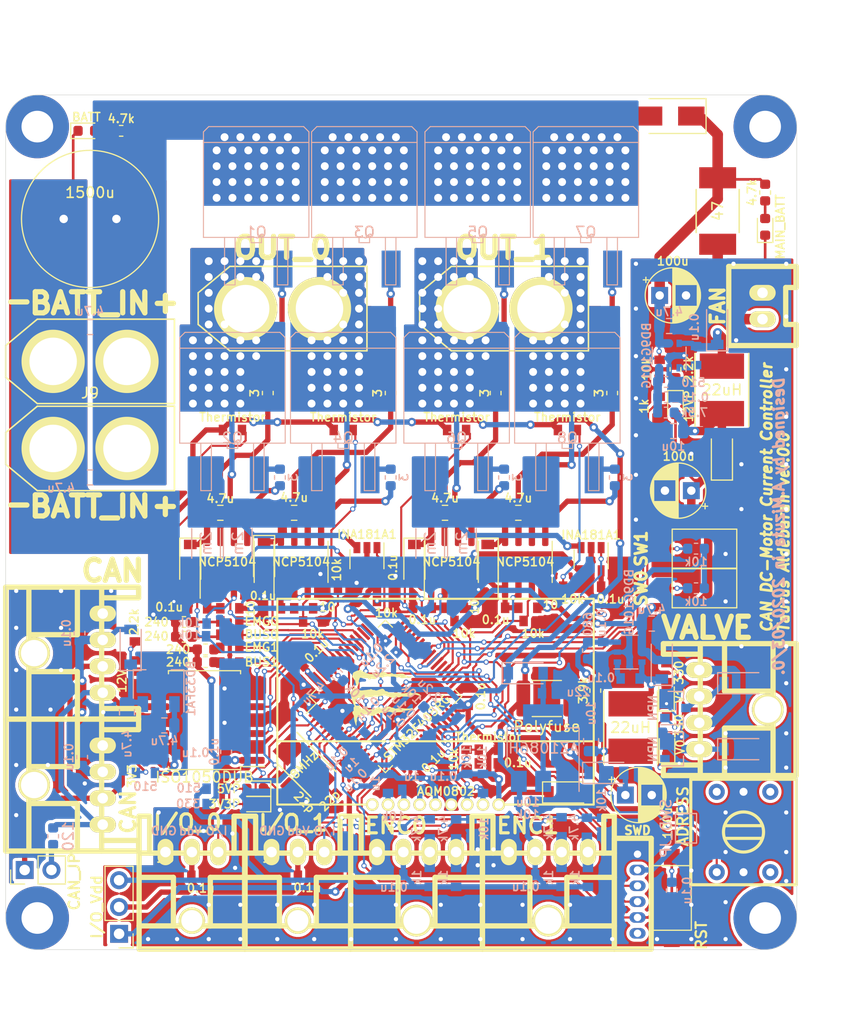
<source format=kicad_pcb>
(kicad_pcb (version 20171130) (host pcbnew "(5.1.4)-1")
  (layers (0 F.Cu signal) (31 B.Cu signal) (34 B.Paste user) (35 F.Paste user) (36 B.SilkS user) (37 F.SilkS user) (38 B.Mask user) (39 F.Mask user) (44 Edge.Cuts user))
  (net 0 "")
  (net 1 GND)
  (net 2 +3V3)
  (net 3 +12V)
  (net 4 /OSC_IN)
  (net 5 GNDPWR)
  (net 6 /OSC_OUT)
  (net 7 +3.3VP)
  (net 8 "Net-(C10-Pad2)")
  (net 9 "Net-(C14-Pad1)")
  (net 10 "Net-(C16-Pad1)")
  (net 11 +5VP)
  (net 12 "Net-(C18-Pad1)")
  (net 13 "Net-(C19-Pad1)")
  (net 14 "Net-(C22-Pad2)")
  (net 15 "Net-(C22-Pad1)")
  (net 16 "Net-(C23-Pad2)")
  (net 17 +12P)
  (net 18 "Net-(C26-Pad1)")
  (net 19 "Net-(C27-Pad1)")
  (net 20 "Net-(C27-Pad2)")
  (net 21 /FB_5V)
  (net 22 /Substrate_Temp)
  (net 23 /MD0L_Temp)
  (net 24 /MD1L_Temp)
  (net 25 /BATTERY_VOLTAGE)
  (net 26 /MD0R_Temp)
  (net 27 /MD1R_Temp)
  (net 28 "Net-(C37-Pad1)")
  (net 29 "Net-(C38-Pad1)")
  (net 30 "Net-(C39-Pad1)")
  (net 31 "Net-(C40-Pad1)")
  (net 32 "Net-(C41-Pad1)")
  (net 33 "Net-(C42-Pad2)")
  (net 34 "Net-(C42-Pad1)")
  (net 35 "Net-(C43-Pad1)")
  (net 36 OUT0_L)
  (net 37 OUT0_R)
  (net 38 "Net-(C44-Pad1)")
  (net 39 "Net-(C45-Pad1)")
  (net 40 OUT1_L)
  (net 41 OUT1_R)
  (net 42 "Net-(C46-Pad1)")
  (net 43 Batt)
  (net 44 /FB_12V)
  (net 45 "Net-(D1-Pad2)")
  (net 46 "Net-(D2-Pad2)")
  (net 47 "Net-(D3-Pad2)")
  (net 48 "Net-(D4-Pad2)")
  (net 49 "Net-(D5-Pad2)")
  (net 50 "Net-(D7-Pad2)")
  (net 51 "Net-(D8-Pad2)")
  (net 52 "Net-(D9-Pad2)")
  (net 53 "Net-(D10-Pad2)")
  (net 54 "Net-(D12-Pad2)")
  (net 55 "Net-(D13-Pad2)")
  (net 56 "Net-(D16-Pad1)")
  (net 57 +BATT)
  (net 58 "Net-(J1-Pad2)")
  (net 59 /SWCLK)
  (net 60 /SWDIO)
  (net 61 /~RST)
  (net 62 "Net-(J1-Pad6)")
  (net 63 /CAN_H)
  (net 64 /CAN_L)
  (net 65 "Net-(J4-Pad4)")
  (net 66 "Net-(J4-Pad3)")
  (net 67 "Net-(J5-Pad3)")
  (net 68 "Net-(J5-Pad4)")
  (net 69 /IO_0)
  (net 70 /IO_1)
  (net 71 "Net-(J10-Pad2)")
  (net 72 "Net-(JP2-Pad2)")
  (net 73 "Net-(Q1-PadG)")
  (net 74 MD0_OUT)
  (net 75 "Net-(Q2-PadG)")
  (net 76 "Net-(Q3-PadG)")
  (net 77 "Net-(Q4-PadG)")
  (net 78 "Net-(Q5-PadG)")
  (net 79 "Net-(Q6-PadG)")
  (net 80 MD1_OUT)
  (net 81 "Net-(Q7-PadG)")
  (net 82 "Net-(Q8-PadG)")
  (net 83 /SW0)
  (net 84 "Net-(R9-Pad1)")
  (net 85 /SW1)
  (net 86 /LED0)
  (net 87 /LED1)
  (net 88 /LED2)
  (net 89 /LED3)
  (net 90 /TIM3_CH1)
  (net 91 /TIM4_CH1)
  (net 92 /TIM3_CH2)
  (net 93 /TIM4_CH2)
  (net 94 /I2C2_SCL)
  (net 95 "Net-(R31-Pad2)")
  (net 96 /I2C2_SDA)
  (net 97 /EN0)
  (net 98 /EN1)
  (net 99 "Net-(R50-Pad2)")
  (net 100 "Net-(R51-Pad2)")
  (net 101 "Net-(R52-Pad2)")
  (net 102 "Net-(R53-Pad2)")
  (net 103 "Net-(R54-Pad2)")
  (net 104 "Net-(R55-Pad2)")
  (net 105 "Net-(R56-Pad2)")
  (net 106 "Net-(R57-Pad2)")
  (net 107 /CAN1_RX)
  (net 108 /CAN1_TX)
  (net 109 "Net-(U3-Pad4)")
  (net 110 /Current1_Analog)
  (net 111 /Current0_Analog)
  (net 112 "Net-(U3-Pad14)")
  (net 113 "Net-(U3-Pad16)")
  (net 114 "Net-(U3-Pad17)")
  (net 115 /ADRESS_4)
  (net 116 /ADRESS_8)
  (net 117 /ADRESS_1)
  (net 118 "Net-(U3-Pad24)")
  (net 119 /ADRESS_2)
  (net 120 "Net-(U3-Pad33)")
  (net 121 /PWM1R)
  (net 122 /PWM1L)
  (net 123 /PWM0L)
  (net 124 /PWM0R)
  (net 125 /USART1_TX)
  (net 126 /USART1_RX)
  (net 127 "Net-(U3-Pad44)")
  (net 128 "Net-(U3-Pad45)")
  (net 129 "Net-(U3-Pad50)")
  (net 130 "Net-(U3-Pad51)")
  (net 131 "Net-(U7-Pad1)")
  (net 132 "Net-(D24-Pad1)")
  (net 133 "Net-(D25-Pad2)")
  (net 134 "Net-(D26-Pad1)")
  (net 135 "Net-(D27-Pad2)")
  (net 136 /VALVE0)
  (net 137 /VALVE1)
  (net 138 "Net-(D6-Pad1)")
  (module Package_SO:SOP-8_6.62x9.15mm_P2.54mm (layer F.Cu) (at 164.85 123.25 180)
    (fp_text reference U2 hide)
    (fp_text value ISO1050DUB (at 0 -5.4 180) (layer F.SilkS))
    (pad 1 smd roundrect (at -4.525 -3.81 180) (size 2.35 0.65) (layers F.Cu F.Paste F.Mask) (net 7 +3.3VP))
    (pad 2 smd roundrect (at -4.525 -1.27 180) (size 2.35 0.65) (layers F.Cu F.Paste F.Mask) (net 107 /CAN1_RX))
    (pad 3 smd roundrect (at -4.525 1.27 180) (size 2.35 0.65) (layers F.Cu F.Paste F.Mask) (net 108 /CAN1_TX))
    (pad 4 smd roundrect (at -4.525 3.81 180) (size 2.35 0.65) (layers F.Cu F.Paste F.Mask) (net 5 GNDPWR))
    (pad 5 smd roundrect (at 4.525 3.81 180) (size 2.35 0.65) (layers F.Cu F.Paste F.Mask) (net 1 GND))
    (pad 6 smd roundrect (at 4.525 1.27 180) (size 2.35 0.65) (layers F.Cu F.Paste F.Mask) (net 64 /CAN_L))
    (pad 7 smd roundrect (at 4.525 -1.27 180) (size 2.35 0.65) (layers F.Cu F.Paste F.Mask) (net 63 /CAN_H))
    (pad 8 smd roundrect (at 4.525 -3.81 180) (size 2.35 0.65) (layers F.Cu F.Paste F.Mask) (net 2 +3V3))
  )
  (module Mizz_lib:1608_WP (layer B.Cu) (at 198.7 138.15 270)
    (fp_text reference R27 hide)
    (fp_text value 1k (at 0 0.75 90) (layer B.SilkS) (effects (font (size 0.8 0.8)) (justify bottom mirror)))
    (pad 1 smd rect (at -0.9 0 270) (size 0.8 1) (layers B.Cu B.Paste B.Mask) (net 67 "Net-(J5-Pad3)"))
    (pad 2 smd rect (at 0.9 0 270) (size 0.8 1) (layers B.Cu B.Paste B.Mask) (net 11 +5VP))
  )
  (module Capacitor_SMD:C_0805_2012Metric (layer B.Cu) (at 157.5 122.5 270)
    (fp_text reference C2 hide)
    (fp_text value 4.7u (at 3 0 90) (layer B.SilkS) (effects (font (size 0.8 0.8)) (justify mirror)))
    (pad 2 smd roundrect (at 0.9375 0 270) (size 0.975 1.4) (layers B.Cu B.Paste B.Mask) (net 1 GND))
    (pad 1 smd roundrect (at -0.9375 0 270) (size 0.975 1.4) (layers B.Cu B.Paste B.Mask) (net 3 +12V))
  )
  (module Capacitor_SMD:C_0805_2012Metric (layer B.Cu) (at 161.05 123.75 180)
    (fp_text reference C5 hide)
    (fp_text value 4.7u (at 0 -1.45) (layer B.SilkS) (effects (font (size 0.8 0.8)) (justify mirror)))
    (pad 1 smd roundrect (at -0.9375 0 180) (size 0.975 1.4) (layers B.Cu B.Paste B.Mask) (net 2 +3V3))
    (pad 2 smd roundrect (at 0.9375 0 180) (size 0.975 1.4) (layers B.Cu B.Paste B.Mask) (net 1 GND))
  )
  (module Capacitor_SMD:C_0603_1608Metric (layer B.Cu) (at 166.9 126.25 90)
    (fp_text reference C6 hide)
    (fp_text value 0.1u (at 0 -1.15 90) (layer B.SilkS) (effects (font (size 0.8 0.8))))
    (pad 1 smd roundrect (at -0.7875 0 90) (size 0.875 0.95) (layers B.Cu B.Paste B.Mask) (net 7 +3.3VP))
    (pad 2 smd roundrect (at 0.7875 0 90) (size 0.875 0.95) (layers B.Cu B.Paste B.Mask) (net 5 GNDPWR))
  )
  (module Capacitor_SMD:C_0603_1608Metric (layer F.Cu) (at 184.75 129.1 225)
    (fp_text reference C7 hide)
    (fp_text value 0.1u (at -2.687006 0.141421 225) (layer F.SilkS) (effects (font (size 0.8 0.8))))
    (pad 1 smd roundrect (at -0.7875 0 225) (size 0.875 0.95) (layers F.Cu F.Paste F.Mask) (net 7 +3.3VP))
    (pad 2 smd roundrect (at 0.7875 0 225) (size 0.875 0.95) (layers F.Cu F.Paste F.Mask) (net 5 GNDPWR))
  )
  (module Capacitor_SMD:C_0603_1608Metric (layer B.Cu) (at 153.25 126.75 270)
    (fp_text reference C9 hide)
    (fp_text value 0.1u (at 0 1.25 90) (layer B.SilkS) (effects (font (size 0.8 0.8)) (justify mirror)))
    (pad 2 smd roundrect (at 0.7875 0 270) (size 0.875 0.95) (layers B.Cu B.Paste B.Mask) (net 8 "Net-(C10-Pad2)"))
    (pad 1 smd roundrect (at -0.7875 0 270) (size 0.875 0.95) (layers B.Cu B.Paste B.Mask) (net 1 GND))
  )
  (module Capacitor_SMD:C_0603_1608Metric (layer B.Cu) (at 153 115 270)
    (fp_text reference C10 hide)
    (fp_text value 0.1u (at 0 1.25 90) (layer B.SilkS) (effects (font (size 0.8 0.8)) (justify mirror)))
    (pad 1 smd roundrect (at -0.7875 0 270) (size 0.875 0.95) (layers B.Cu B.Paste B.Mask) (net 1 GND))
    (pad 2 smd roundrect (at 0.7875 0 270) (size 0.875 0.95) (layers B.Cu B.Paste B.Mask) (net 8 "Net-(C10-Pad2)"))
  )
  (module Capacitor_SMD:C_0805_2012Metric (layer B.Cu) (at 207.25 114.1)
    (fp_text reference C25 hide)
    (fp_text value 4.7u (at 0 -1.35) (layer B.SilkS) (effects (font (size 0.8 0.8)) (justify mirror)))
    (pad 1 smd roundrect (at -0.9375 0) (size 0.975 1.4) (layers B.Cu B.Paste B.Mask) (net 17 +12P))
    (pad 2 smd roundrect (at 0.9375 0) (size 0.975 1.4) (layers B.Cu B.Paste B.Mask) (net 5 GNDPWR))
  )
  (module Capacitor_SMD:C_0805_2012Metric (layer B.Cu) (at 201.5 125.25 90)
    (fp_text reference C29 hide)
    (fp_text value 10u (at 2.65 0 90) (layer B.SilkS) (effects (font (size 0.8 0.8)) (justify mirror)))
    (pad 2 smd roundrect (at 0.9375 0 90) (size 0.975 1.4) (layers B.Cu B.Paste B.Mask) (net 5 GNDPWR))
    (pad 1 smd roundrect (at -0.9375 0 90) (size 0.975 1.4) (layers B.Cu B.Paste B.Mask) (net 21 /FB_5V))
  )
  (module Capacitor_SMD:C_0603_1608Metric (layer B.Cu) (at 208.6 92.65)
    (fp_text reference C37 hide)
    (fp_text value 0.1u (at 2.75 0) (layer B.SilkS) (effects (font (size 0.8 0.8)) (justify mirror)))
    (pad 1 smd roundrect (at -0.7875 0) (size 0.875 0.95) (layers B.Cu B.Paste B.Mask) (net 28 "Net-(C37-Pad1)"))
    (pad 2 smd roundrect (at 0.7875 0) (size 0.875 0.95) (layers B.Cu B.Paste B.Mask) (net 5 GNDPWR))
  )
  (module Capacitor_SMD:C_0805_2012Metric (layer F.Cu) (at 166.35 103.6)
    (fp_text reference C43 hide)
    (fp_text value 4.7u (at 0 -1.35) (layer F.SilkS) (effects (font (size 0.8 0.8))))
    (pad 1 smd roundrect (at -0.9375 0) (size 0.975 1.4) (layers F.Cu F.Paste F.Mask) (net 35 "Net-(C43-Pad1)"))
    (pad 2 smd roundrect (at 0.9375 0) (size 0.975 1.4) (layers F.Cu F.Paste F.Mask) (net 36 OUT0_L))
  )
  (module Capacitor_SMD:C_0805_2012Metric (layer F.Cu) (at 173.35 103.6)
    (fp_text reference C44 hide)
    (fp_text value 4.7u (at 0 -1.45) (layer F.SilkS) (effects (font (size 0.8 0.8))))
    (pad 2 smd roundrect (at 0.9375 0) (size 0.975 1.4) (layers F.Cu F.Paste F.Mask) (net 37 OUT0_R))
    (pad 1 smd roundrect (at -0.9375 0) (size 0.975 1.4) (layers F.Cu F.Paste F.Mask) (net 38 "Net-(C44-Pad1)"))
  )
  (module Capacitor_SMD:C_0805_2012Metric (layer F.Cu) (at 187.65 103.6)
    (fp_text reference C45 hide)
    (fp_text value 4.7u (at 0 -1.4) (layer F.SilkS) (effects (font (size 0.8 0.8))))
    (pad 1 smd roundrect (at -0.9375 0) (size 0.975 1.4) (layers F.Cu F.Paste F.Mask) (net 39 "Net-(C45-Pad1)"))
    (pad 2 smd roundrect (at 0.9375 0) (size 0.975 1.4) (layers F.Cu F.Paste F.Mask) (net 40 OUT1_L))
  )
  (module Capacitor_SMD:C_0805_2012Metric (layer F.Cu) (at 194.6 103.6)
    (fp_text reference C46 hide)
    (fp_text value 4.7u (at 0 -1.4) (layer F.SilkS) (effects (font (size 0.8 0.8))))
    (pad 2 smd roundrect (at 0.9375 0) (size 0.975 1.4) (layers F.Cu F.Paste F.Mask) (net 41 OUT1_R))
    (pad 1 smd roundrect (at -0.9375 0) (size 0.975 1.4) (layers F.Cu F.Paste F.Mask) (net 42 "Net-(C46-Pad1)"))
  )
  (module Capacitor_SMD:C_0805_2012Metric (layer B.Cu) (at 208.9 85.9)
    (fp_text reference C47 hide)
    (fp_text value 4.7u (at 0 -1.35) (layer B.SilkS) (effects (font (size 0.8 0.8)) (justify mirror)))
    (pad 1 smd roundrect (at -0.9375 0) (size 0.975 1.4) (layers B.Cu B.Paste B.Mask) (net 43 Batt))
    (pad 2 smd roundrect (at 0.9375 0) (size 0.975 1.4) (layers B.Cu B.Paste B.Mask) (net 5 GNDPWR))
  )
  (module Capacitor_SMD:C_0805_2012Metric (layer B.Cu) (at 209.3 95.85 180)
    (fp_text reference C49 hide)
    (fp_text value 10u (at 0 -1.45) (layer B.SilkS) (effects (font (size 0.8 0.8)) (justify mirror)))
    (pad 1 smd roundrect (at -0.9375 0 180) (size 0.975 1.4) (layers B.Cu B.Paste B.Mask) (net 44 /FB_12V))
    (pad 2 smd roundrect (at 0.9375 0 180) (size 0.975 1.4) (layers B.Cu B.Paste B.Mask) (net 5 GNDPWR))
  )
  (module Diode_SMD:D_SOD-123 (layer F.Cu) (at 199.15 130.1)
    (fp_text reference D3 hide)
    (fp_text value DIODE)
    (pad 2 smd rect (at 1.65 0) (size 0.9 1.2) (layers F.Cu F.Paste F.Mask) (net 47 "Net-(D3-Pad2)"))
    (pad 1 smd rect (at -1.65 0) (size 0.9 1.2) (layers F.Cu F.Paste F.Mask) (net 7 +3.3VP))
  )
  (module LED_SMD:LED_0603_1608Metric (layer F.Cu) (at 153.65 67.4)
    (fp_text reference D4 hide)
    (fp_text value BATT (at 0 -1.3) (layer F.SilkS) (effects (font (size 0.8 0.8))))
    (pad 1 smd roundrect (at -0.7875 0) (size 0.875 0.95) (layers F.Cu F.Paste F.Mask) (net 5 GNDPWR))
    (pad 2 smd roundrect (at 0.7875 0) (size 0.875 0.95) (layers F.Cu F.Paste F.Mask) (net 48 "Net-(D4-Pad2)"))
  )
  (module LED_SMD:LED_0603_1608Metric (layer F.Cu) (at 218 76.5 90)
    (fp_text reference D5 hide)
    (fp_text value MAIN_BATT (at 0 1.43 90) (layer F.SilkS) (effects (font (size 0.8 0.8))))
    (pad 2 smd roundrect (at 0.7875 0 90) (size 0.875 0.95) (layers F.Cu F.Paste F.Mask) (net 49 "Net-(D5-Pad2)"))
    (pad 1 smd roundrect (at -0.7875 0 90) (size 0.875 0.95) (layers F.Cu F.Paste F.Mask) (net 5 GNDPWR))
  )
  (module LED_SMD:LED_0603_1608Metric (layer F.Cu) (at 209.5 93.5 270)
    (fp_text reference D6 hide)
    (fp_text value 12VP (at 0 -1.25 90) (layer F.SilkS) (effects (font (size 0.8 0.8))))
    (pad 1 smd roundrect (at -0.7875 0 270) (size 0.875 0.95) (layers F.Cu F.Paste F.Mask) (net 138 "Net-(D6-Pad1)"))
    (pad 2 smd roundrect (at 0.7875 0 270) (size 0.875 0.95) (layers F.Cu F.Paste F.Mask) (net 17 +12P))
  )
  (module LED_SMD:LED_0603_1608Metric (layer F.Cu) (at 169.65 129.75 180)
    (fp_text reference D7 hide)
    (fp_text value 5VP (at 2.5 0) (layer F.SilkS) (effects (font (size 0.8 0.8))))
    (pad 2 smd roundrect (at 0.7875 0 180) (size 0.875 0.95) (layers F.Cu F.Paste F.Mask) (net 50 "Net-(D7-Pad2)"))
    (pad 1 smd roundrect (at -0.7875 0 180) (size 0.875 0.95) (layers F.Cu F.Paste F.Mask) (net 5 GNDPWR))
  )
  (module LED_SMD:LED_0603_1608Metric (layer F.Cu) (at 169.65 131.2 180)
    (fp_text reference D8 hide)
    (fp_text value 3V3P (at 2.9 0) (layer F.SilkS) (effects (font (size 0.8 0.8))))
    (pad 1 smd roundrect (at -0.7875 0 180) (size 0.875 0.95) (layers F.Cu F.Paste F.Mask) (net 5 GNDPWR))
    (pad 2 smd roundrect (at 0.7875 0 180) (size 0.875 0.95) (layers F.Cu F.Paste F.Mask) (net 51 "Net-(D8-Pad2)"))
  )
  (module Diode_SMD:D_SOD-123 (layer B.Cu) (at 157.85 116.3 90)
    (fp_text reference D11 hide)
    (fp_text value DIODE)
    (pad 2 smd rect (at 1.65 0 90) (size 0.9 1.2) (layers B.Cu B.Paste B.Mask) (net 8 "Net-(C10-Pad2)"))
    (pad 1 smd rect (at -1.65 0 90) (size 0.9 1.2) (layers B.Cu B.Paste B.Mask) (net 3 +12V))
  )
  (module Diode_SMD:D_SOD-123 (layer B.Cu) (at 195.3 118.8)
    (fp_text reference D14 hide)
    (fp_text value DIODE)
    (pad 1 smd rect (at -1.65 0) (size 0.9 1.2) (layers B.Cu B.Paste B.Mask) (net 7 +3.3VP))
    (pad 2 smd rect (at 1.65 0) (size 0.9 1.2) (layers B.Cu B.Paste B.Mask) (net 12 "Net-(C18-Pad1)"))
  )
  (module Diode_SMD:D_SOD-123 (layer B.Cu) (at 208.2 117.7 90)
    (fp_text reference D15 hide)
    (fp_text value DIODE)
    (pad 1 smd rect (at -1.65 0 90) (size 0.9 1.2) (layers B.Cu B.Paste B.Mask) (net 15 "Net-(C22-Pad1)"))
    (pad 2 smd rect (at 1.65 0 90) (size 0.9 1.2) (layers B.Cu B.Paste B.Mask) (net 5 GNDPWR))
  )
  (module Diode_SMD:D_SOD-123 (layer B.Cu) (at 202.95 128.25)
    (fp_text reference D16 hide)
    (fp_text value DIODE)
    (pad 2 smd rect (at 1.65 0) (size 0.9 1.2) (layers B.Cu B.Paste B.Mask) (net 21 /FB_5V))
    (pad 1 smd rect (at -1.65 0) (size 0.9 1.2) (layers B.Cu B.Paste B.Mask) (net 56 "Net-(D16-Pad1)"))
  )
  (module Diode_SMD:D_SOD-123 (layer F.Cu) (at 163.5 108.25 270)
    (fp_text reference D17 hide)
    (fp_text value DIODE)
    (pad 2 smd rect (at 1.65 0 270) (size 0.9 1.2) (layers F.Cu F.Paste F.Mask) (net 29 "Net-(C38-Pad1)"))
    (pad 1 smd rect (at -1.65 0 270) (size 0.9 1.2) (layers F.Cu F.Paste F.Mask) (net 35 "Net-(C43-Pad1)"))
  )
  (module Diode_SMD:D_SOD-123 (layer F.Cu) (at 170.5 108 270)
    (fp_text reference D18 hide)
    (fp_text value DIODE)
    (pad 1 smd rect (at -1.65 0 270) (size 0.9 1.2) (layers F.Cu F.Paste F.Mask) (net 38 "Net-(C44-Pad1)"))
    (pad 2 smd rect (at 1.65 0 270) (size 0.9 1.2) (layers F.Cu F.Paste F.Mask) (net 30 "Net-(C39-Pad1)"))
  )
  (module Diode_SMD:D_SOD-123 (layer F.Cu) (at 184.75 108.25 270)
    (fp_text reference D19 hide)
    (fp_text value DIODE)
    (pad 1 smd rect (at -1.65 0 270) (size 0.9 1.2) (layers F.Cu F.Paste F.Mask) (net 39 "Net-(C45-Pad1)"))
    (pad 2 smd rect (at 1.65 0 270) (size 0.9 1.2) (layers F.Cu F.Paste F.Mask) (net 31 "Net-(C40-Pad1)"))
  )
  (module Diode_SMD:D_SOD-123 (layer F.Cu) (at 191.7 108.25 270)
    (fp_text reference D20 hide)
    (fp_text value DIODE)
    (pad 2 smd rect (at 1.65 0 270) (size 0.9 1.2) (layers F.Cu F.Paste F.Mask) (net 32 "Net-(C41-Pad1)"))
    (pad 1 smd rect (at -1.65 0 270) (size 0.9 1.2) (layers F.Cu F.Paste F.Mask) (net 42 "Net-(C46-Pad1)"))
  )
  (module Diode_SMD:D_SOD-123 (layer B.Cu) (at 213.45 86 90)
    (fp_text reference D21 hide)
    (fp_text value DIODE)
    (pad 1 smd rect (at -1.65 0 90) (size 0.9 1.2) (layers B.Cu B.Paste B.Mask) (net 34 "Net-(C42-Pad1)"))
    (pad 2 smd rect (at 1.65 0 90) (size 0.9 1.2) (layers B.Cu B.Paste B.Mask) (net 5 GNDPWR))
  )
  (module Diode_SMD:D_SOD-123 (layer F.Cu) (at 213.9 98.25 90)
    (fp_text reference D22 hide)
    (fp_text value DIODE)
    (pad 1 smd rect (at -1.65 0 90) (size 0.9 1.2) (layers F.Cu F.Paste F.Mask) (net 17 +12P))
    (pad 2 smd rect (at 1.65 0 90) (size 0.9 1.2) (layers F.Cu F.Paste F.Mask) (net 44 /FB_12V))
  )
  (module Diode_SMD:D_SMA (layer F.Cu) (at 209 66 180)
    (fp_text reference D23 hide)
    (fp_text value DIODE)
    (pad 1 smd rect (at -2 0 180) (size 2.5 1.8) (layers F.Cu F.Paste F.Mask) (net 43 Batt))
    (pad 2 smd rect (at 2 0 180) (size 2.5 1.8) (layers F.Cu F.Paste F.Mask) (net 57 +BATT))
  )
  (module Mizz_lib:ZH_6P (layer F.Cu) (at 205.9 135.95 270)
    (fp_text reference J1 hide)
    (fp_text value SWD (at -2.25 0) (layer F.SilkS) (effects (font (size 0.8 0.8) (thickness 0.2))))
    (pad 1 thru_hole oval (at 0 0 270) (size 1 1.524) (drill 0.7) (layers *.Cu *.Mask) (net 5 GNDPWR))
    (pad 2 thru_hole oval (at 1.5 0 270) (size 1 1.524) (drill 0.7) (layers *.Cu *.Mask) (net 58 "Net-(J1-Pad2)"))
    (pad 3 thru_hole oval (at 3 0 270) (size 1 1.524) (drill 0.7) (layers *.Cu *.Mask) (net 59 /SWCLK))
    (pad 4 thru_hole oval (at 4.5 0 270) (size 1 1.524) (drill 0.7) (layers *.Cu *.Mask) (net 60 /SWDIO))
    (pad 5 thru_hole oval (at 6 0 270) (size 1 1.524) (drill 0.7) (layers *.Cu *.Mask) (net 61 /~RST))
    (pad 6 thru_hole oval (at 7.5 0 270) (size 1 1.524) (drill 0.7) (layers *.Cu *.Mask) (net 62 "Net-(J1-Pad6)"))
  )
  (module Mizz_lib:XA_4L (layer F.Cu) (at 155.2 125.65 270)
    (fp_text reference J2 hide)
    (fp_text value CAN (at 6.3 -2.4 90) (layer F.SilkS) (effects (font (size 1.4 1.4) (thickness 0.3))))
    (pad 1 thru_hole oval (at 0 0 270) (size 1.5 2.5) (drill 1) (layers *.Cu *.Mask F.SilkS) (net 1 GND))
    (pad 2 thru_hole oval (at 2.5 0 270) (size 1.5 2.5) (drill 1) (layers *.Cu *.Mask F.SilkS) (net 8 "Net-(C10-Pad2)"))
    (pad 3 thru_hole oval (at 5 0 270) (size 1.5 2.5) (drill 1) (layers *.Cu *.Mask F.SilkS) (net 63 /CAN_H))
    (pad 4 thru_hole oval (at 7.5 0 270) (size 1.5 2.5) (drill 1) (layers *.Cu *.Mask F.SilkS) (net 64 /CAN_L))
    (pad "" thru_hole circle (at 3.75 6.5 270) (size 3 3) (drill 2.5) (layers *.Cu *.Mask F.SilkS))
  )
  (module Mizz_lib:XA_4L (layer F.Cu) (at 155.2 113.15 270)
    (fp_text reference J3 hide)
    (fp_text value CAN (at -4.05 -0.95 180) (layer F.SilkS) (effects (font (size 2 2) (thickness 0.5))))
    (pad "" thru_hole circle (at 3.75 6.5 270) (size 3 3) (drill 2.5) (layers *.Cu *.Mask F.SilkS))
    (pad 4 thru_hole oval (at 7.5 0 270) (size 1.5 2.5) (drill 1) (layers *.Cu *.Mask F.SilkS) (net 64 /CAN_L))
    (pad 3 thru_hole oval (at 5 0 270) (size 1.5 2.5) (drill 1) (layers *.Cu *.Mask F.SilkS) (net 63 /CAN_H))
    (pad 2 thru_hole oval (at 2.5 0 270) (size 1.5 2.5) (drill 1) (layers *.Cu *.Mask F.SilkS) (net 8 "Net-(C10-Pad2)"))
    (pad 1 thru_hole oval (at 0 0 270) (size 1.5 2.5) (drill 1) (layers *.Cu *.Mask F.SilkS) (net 1 GND))
  )
  (module Mizz_lib:XA_4L (layer F.Cu) (at 181.2 135.75)
    (fp_text reference J4 hide)
    (fp_text value ENC0 (at 1.8 -2.5) (layer F.SilkS) (effects (font (size 1.5 1.5) (thickness 0.3))))
    (pad "" thru_hole circle (at 3.75 6.5) (size 3 3) (drill 2.5) (layers *.Cu *.Mask F.SilkS))
    (pad 4 thru_hole oval (at 7.5 0) (size 1.5 2.5) (drill 1) (layers *.Cu *.Mask F.SilkS) (net 65 "Net-(J4-Pad4)"))
    (pad 3 thru_hole oval (at 5 0) (size 1.5 2.5) (drill 1) (layers *.Cu *.Mask F.SilkS) (net 66 "Net-(J4-Pad3)"))
    (pad 2 thru_hole oval (at 2.5 0) (size 1.5 2.5) (drill 1) (layers *.Cu *.Mask F.SilkS) (net 11 +5VP))
    (pad 1 thru_hole oval (at 0 0) (size 1.5 2.5) (drill 1) (layers *.Cu *.Mask F.SilkS) (net 5 GNDPWR))
  )
  (module Mizz_lib:XA_4L (layer F.Cu) (at 193.7 135.75)
    (fp_text reference J5 hide)
    (fp_text value ENC1 (at 1.8 -2.5) (layer F.SilkS) (effects (font (size 1.5 1.5) (thickness 0.3))))
    (pad 1 thru_hole oval (at 0 0) (size 1.5 2.5) (drill 1) (layers *.Cu *.Mask F.SilkS) (net 5 GNDPWR))
    (pad 2 thru_hole oval (at 2.5 0) (size 1.5 2.5) (drill 1) (layers *.Cu *.Mask F.SilkS) (net 11 +5VP))
    (pad 3 thru_hole oval (at 5 0) (size 1.5 2.5) (drill 1) (layers *.Cu *.Mask F.SilkS) (net 67 "Net-(J5-Pad3)"))
    (pad 4 thru_hole oval (at 7.5 0) (size 1.5 2.5) (drill 1) (layers *.Cu *.Mask F.SilkS) (net 68 "Net-(J5-Pad4)"))
    (pad "" thru_hole circle (at 3.75 6.5) (size 3 3) (drill 2.5) (layers *.Cu *.Mask F.SilkS))
  )
  (module Mizz_lib:XA_3L (layer F.Cu) (at 161.15 135.75)
    (fp_text reference J6 (at 0 0.5) (layer F.SilkS))
    (fp_text value I/O_0 (at 2.1 -2.8) (layer F.SilkS) (effects (font (size 1.5 1.5) (thickness 0.3))))
    (pad 1 thru_hole oval (at 0 0) (size 1.5 2.5) (drill 1) (layers *.Cu *.Mask F.SilkS) (net 5 GNDPWR))
    (pad 2 thru_hole oval (at 2.5 0) (size 1.5 2.5) (drill 1) (layers *.Cu *.Mask F.SilkS) (net 16 "Net-(C23-Pad2)"))
    (pad 3 thru_hole oval (at 5 0) (size 1.5 2.5) (drill 1) (layers *.Cu *.Mask F.SilkS) (net 69 /IO_0))
    (pad "" thru_hole circle (at 2.5 6.5) (size 2.5 2.5) (drill 2) (layers *.Cu *.Mask F.SilkS))
  )
  (module Mizz_lib:XA_3L (layer F.Cu) (at 171.2 135.75)
    (fp_text reference J7 (at 0 0.5) (layer F.SilkS))
    (fp_text value I/O_1 (at 2.05 -2.75) (layer F.SilkS) (effects (font (size 1.5 1.5) (thickness 0.3))))
    (pad "" thru_hole circle (at 2.5 6.5) (size 2.5 2.5) (drill 2) (layers *.Cu *.Mask F.SilkS))
    (pad 3 thru_hole oval (at 5 0) (size 1.5 2.5) (drill 1) (layers *.Cu *.Mask F.SilkS) (net 70 /IO_1))
    (pad 2 thru_hole oval (at 2.5 0) (size 1.5 2.5) (drill 1) (layers *.Cu *.Mask F.SilkS) (net 16 "Net-(C23-Pad2)"))
    (pad 1 thru_hole oval (at 0 0) (size 1.5 2.5) (drill 1) (layers *.Cu *.Mask F.SilkS) (net 5 GNDPWR))
  )
  (module Mizz_lib:XT60_F (layer F.Cu) (at 154 97.5)
    (fp_text reference J8)
    (fp_text value BATT_IN (at 0 5.5 unlocked) (layer F.SilkS) (effects (font (size 2 2) (thickness 0.5))))
    (pad 1 thru_hole circle (at -3.5 0) (size 6 6) (drill 4.5) (layers *.Cu *.Mask F.SilkS) (net 5 GNDPWR))
    (pad 2 thru_hole circle (at 3.5 0) (size 6 6) (drill 4.5) (layers *.Cu *.Mask F.SilkS) (net 57 +BATT))
  )
  (module Mizz_lib:XT60_M (layer F.Cu) (at 154 89.25)
    (fp_text reference J9 (at 0 3) (layer F.SilkS))
    (fp_text value BATT_IN (at 0 -5.5) (layer F.SilkS) (effects (font (size 2 2) (thickness 0.5))))
    (pad 1 thru_hole circle (at -3.5 0) (size 6 6) (drill 4.5) (layers *.Cu *.Mask F.SilkS) (net 5 GNDPWR))
    (pad 2 thru_hole circle (at 3.5 0) (size 6 6) (drill 4.5) (layers *.Cu *.Mask F.SilkS) (net 57 +BATT))
  )
  (module Mizz_lib:XA_2P (layer F.Cu) (at 217.75 85.25 90)
    (fp_text reference J10 hide)
    (fp_text value FAN (at 1.25 -4.25 90) (layer F.SilkS) (effects (font (size 1.3 1.3) (thickness 0.325))))
    (pad 1 thru_hole oval (at 2.5 0 90) (size 1.5 2.5) (drill 1) (layers *.Cu *.Mask F.SilkS) (net 5 GNDPWR))
    (pad 2 thru_hole oval (at 0 0 90) (size 1.5 2.5) (drill 1) (layers *.Cu *.Mask F.SilkS) (net 71 "Net-(J10-Pad2)"))
  )
  (module Mizz_lib:XT60_F (layer F.Cu) (at 172.25 84.25)
    (fp_text reference J11)
    (fp_text value OUT_0 (at 0 -5.75 unlocked) (layer F.SilkS) (effects (font (size 2 2) (thickness 0.5))))
    (pad 2 thru_hole circle (at 3.5 0) (size 6 6) (drill 4.5) (layers *.Cu *.Mask F.SilkS) (net 37 OUT0_R))
    (pad 1 thru_hole circle (at -3.5 0) (size 6 6) (drill 4.5) (layers *.Cu *.Mask F.SilkS) (net 36 OUT0_L))
  )
  (module Mizz_lib:XT60_F (layer F.Cu) (at 193.25 84.25)
    (fp_text reference J12)
    (fp_text value OUT_1 (at 0 -5.75 unlocked) (layer F.SilkS) (effects (font (size 2 2) (thickness 0.5))))
    (pad 2 thru_hole circle (at 3.5 0) (size 6 6) (drill 4.5) (layers *.Cu *.Mask F.SilkS) (net 41 OUT1_R))
    (pad 1 thru_hole circle (at -3.5 0) (size 6 6) (drill 4.5) (layers *.Cu *.Mask F.SilkS) (net 40 OUT1_L))
  )
  (module Jumper:SolderJumper-2_P1.3mm_Open_TrianglePad1.0x1.5mm (layer B.Cu) (at 210.5 133.5 90)
    (fp_text reference JP1 hide)
    (fp_text value SWD_JP (at 0 -1.9 90) (layer B.SilkS) (effects (justify mirror)))
    (pad 2 smd custom (at 0.725 0 90) (size 0.3 0.3) (layers B.Cu B.Mask) (net 47 "Net-(D3-Pad2)") (options (clearance outline) (anchor rect)) (primitives (gr_poly (pts (xy -0.65 0.75) (xy 0.5 0.75) (xy 0.5 -0.75) (xy -0.65 -0.75) (xy -0.15 0)) (width 0))))
    (pad 1 smd custom (at -0.725 0 90) (size 0.3 0.3) (layers B.Cu B.Mask) (net 58 "Net-(J1-Pad2)") (options (clearance outline) (anchor rect)) (primitives (gr_poly (pts (xy -0.5 0.75) (xy 0.5 0.75) (xy 1 0) (xy 0.5 -0.75) (xy -0.5 -0.75)) (width 0))))
  )
  (module Connector_PinHeader_2.54mm:PinHeader_1x02_P2.54mm_Vertical (layer F.Cu) (at 147.8 137.45 90)
    (fp_text reference JP2 hide)
    (fp_text value CAN_JP (at -1.1 4.7 270) (layer F.SilkS) (effects (font (thickness 0.2))))
    (pad 1 thru_hole rect (at 0 0 90) (size 1.7 1.7) (drill 1) (layers *.Cu *.Mask) (net 63 /CAN_H))
    (pad 2 thru_hole oval (at 0 2.54 90) (size 1.7 1.7) (drill 1) (layers *.Cu *.Mask) (net 72 "Net-(JP2-Pad2)"))
  )
  (module Connector_PinHeader_2.54mm:PinHeader_1x03_P2.54mm_Vertical (layer F.Cu) (at 156.75 143.5 180)
    (fp_text reference JP3 hide)
    (fp_text value I/O_Vdd (at 2.1 2.55 90) (layer F.SilkS) (effects (font (thickness 0.2))))
    (pad 1 thru_hole rect (at 0 0 180) (size 1.7 1.7) (drill 1) (layers *.Cu *.Mask) (net 7 +3.3VP))
    (pad 2 thru_hole oval (at 0 2.54 180) (size 1.7 1.7) (drill 1) (layers *.Cu *.Mask) (net 16 "Net-(C23-Pad2)"))
    (pad 3 thru_hole oval (at 0 5.08 180) (size 1.7 1.7) (drill 1) (layers *.Cu *.Mask) (net 11 +5VP))
  )
  (module Mizz_lib:Inductor_Taiyo-Yuden_NR-50xx_HandSoldering (layer F.Cu) (at 205.25 123.95 270)
    (fp_text reference L1 hide)
    (fp_text value 22uH (at 0 0) (layer F.SilkS))
    (pad 2 smd rect (at 2.25 0 270) (size 2.4 4.2) (layers F.Cu F.Paste F.Mask) (net 21 /FB_5V))
    (pad 1 smd rect (at -2.25 0 270) (size 2.4 4.2) (layers F.Cu F.Paste F.Mask) (net 15 "Net-(C22-Pad1)"))
  )
  (module Mizz_lib:Inductor_Taiyo-Yuden_NR-50xx_HandSoldering (layer F.Cu) (at 213.9 91.95 270)
    (fp_text reference L2 hide)
    (fp_text value 22uH (at 0 0) (layer F.SilkS))
    (pad 1 smd rect (at -2.25 0 270) (size 2.4 4.2) (layers F.Cu F.Paste F.Mask) (net 34 "Net-(C42-Pad1)"))
    (pad 2 smd rect (at 2.25 0 270) (size 2.4 4.2) (layers F.Cu F.Paste F.Mask) (net 44 /FB_12V))
  )
  (module Mizz_lib:D2-PAK_compact (layer B.Cu) (at 169.75 77.5 180)
    (fp_text reference Q1 (at 0 0.5) (layer B.SilkS) (effects (justify mirror)))
    (fp_text value MOSFET_N)
    (pad G smd rect (at -2.54 -3 180) (size 1.8 3.5) (layers B.Cu B.Paste B.Mask) (net 73 "Net-(Q1-PadG)"))
    (pad S smd rect (at 2.54 -3 180) (size 3 3.5) (layers B.Cu B.Paste B.Mask) (net 36 OUT0_L))
    (pad D smd rect (at 0 7 180) (size 10 8) (layers B.Cu B.Paste B.Mask) (net 57 +BATT))
  )
  (module Mizz_lib:D2-PAK_compact (layer B.Cu) (at 167.5 97 180)
    (fp_text reference Q2 (at 0 0.5) (layer B.SilkS) (effects (justify mirror)))
    (fp_text value MOSFET_N)
    (pad D smd rect (at 0 7 180) (size 10 8) (layers B.Cu B.Paste B.Mask) (net 36 OUT0_L))
    (pad S smd rect (at 2.54 -3 180) (size 3 3.5) (layers B.Cu B.Paste B.Mask) (net 74 MD0_OUT))
    (pad G smd rect (at -2.54 -3 180) (size 1.8 3.5) (layers B.Cu B.Paste B.Mask) (net 75 "Net-(Q2-PadG)"))
  )
  (module Mizz_lib:D2-PAK_compact (layer B.Cu) (at 180 77.5 180)
    (fp_text reference Q3 (at 0 0.5) (layer B.SilkS) (effects (justify mirror)))
    (fp_text value MOSFET_N)
    (pad G smd rect (at -2.54 -3 180) (size 1.8 3.5) (layers B.Cu B.Paste B.Mask) (net 76 "Net-(Q3-PadG)"))
    (pad S smd rect (at 2.54 -3 180) (size 3 3.5) (layers B.Cu B.Paste B.Mask) (net 37 OUT0_R))
    (pad D smd rect (at 0 7 180) (size 10 8) (layers B.Cu B.Paste B.Mask) (net 57 +BATT))
  )
  (module Mizz_lib:D2-PAK_compact (layer B.Cu) (at 178 97 180)
    (fp_text reference Q4 (at 0 0.5 180) (layer B.SilkS) (effects (justify mirror)))
    (fp_text value MOSFET_N)
    (pad G smd rect (at -2.54 -3 180) (size 1.8 3.5) (layers B.Cu B.Paste B.Mask) (net 77 "Net-(Q4-PadG)"))
    (pad S smd rect (at 2.54 -3 180) (size 3 3.5) (layers B.Cu B.Paste B.Mask) (net 74 MD0_OUT))
    (pad D smd rect (at 0 7 180) (size 10 8) (layers B.Cu B.Paste B.Mask) (net 37 OUT0_R))
  )
  (module Mizz_lib:D2-PAK_compact (layer B.Cu) (at 190.75 77.5 180)
    (fp_text reference Q5 (at 0 0.5) (layer B.SilkS) (effects (justify mirror)))
    (fp_text value MOSFET_N)
    (pad D smd rect (at 0 7 180) (size 10 8) (layers B.Cu B.Paste B.Mask) (net 57 +BATT))
    (pad S smd rect (at 2.54 -3 180) (size 3 3.5) (layers B.Cu B.Paste B.Mask) (net 40 OUT1_L))
    (pad G smd rect (at -2.54 -3 180) (size 1.8 3.5) (layers B.Cu B.Paste B.Mask) (net 78 "Net-(Q5-PadG)"))
  )
  (module Mizz_lib:D2-PAK_compact (layer B.Cu) (at 188.75 97 180)
    (fp_text reference Q6 (at 0 0.5) (layer B.SilkS) (effects (justify mirror)))
    (fp_text value MOSFET_N)
    (pad G smd rect (at -2.54 -3 180) (size 1.8 3.5) (layers B.Cu B.Paste B.Mask) (net 79 "Net-(Q6-PadG)"))
    (pad S smd rect (at 2.54 -3 180) (size 3 3.5) (layers B.Cu B.Paste B.Mask) (net 80 MD1_OUT))
    (pad D smd rect (at 0 7 180) (size 10 8) (layers B.Cu B.Paste B.Mask) (net 40 OUT1_L))
  )
  (module Mizz_lib:D2-PAK_compact (layer B.Cu) (at 201 77.5 180)
    (fp_text reference Q7 (at 0 0.5) (layer B.SilkS) (effects (justify mirror)))
    (fp_text value MOSFET_N)
    (pad D smd rect (at 0 7 180) (size 10 8) (layers B.Cu B.Paste B.Mask) (net 57 +BATT))
    (pad S smd rect (at 2.54 -3 180) (size 3 3.5) (layers B.Cu B.Paste B.Mask) (net 41 OUT1_R))
    (pad G smd rect (at -2.54 -3 180) (size 1.8 3.5) (layers B.Cu B.Paste B.Mask) (net 81 "Net-(Q7-PadG)"))
  )
  (module Mizz_lib:D2-PAK_compact (layer B.Cu) (at 199.25 97 180)
    (fp_text reference Q8 (at 0 0.5) (layer B.SilkS) (effects (justify mirror)))
    (fp_text value MOSFET_N)
    (pad D smd rect (at 0 7 180) (size 10 8) (layers B.Cu B.Paste B.Mask) (net 41 OUT1_R))
    (pad S smd rect (at 2.54 -3 180) (size 3 3.5) (layers B.Cu B.Paste B.Mask) (net 80 MD1_OUT))
    (pad G smd rect (at -2.54 -3 180) (size 1.8 3.5) (layers B.Cu B.Paste B.Mask) (net 82 "Net-(Q8-PadG)"))
  )
  (module Resistor_SMD:R_0603_1608Metric (layer F.Cu) (at 156.95 67.4)
    (fp_text reference R3 hide)
    (fp_text value 4.7k (at 0 -1.15) (layer F.SilkS) (effects (font (size 0.8 0.8))))
    (pad 1 smd roundrect (at -0.7875 0) (size 0.875 0.95) (layers F.Cu F.Paste F.Mask) (net 48 "Net-(D4-Pad2)"))
    (pad 2 smd roundrect (at 0.7875 0) (size 0.875 0.95) (layers F.Cu F.Paste F.Mask) (net 57 +BATT))
  )
  (module Resistor_SMD:R_0603_1608Metric (layer F.Cu) (at 218 73.25 90)
    (fp_text reference R4 hide)
    (fp_text value 4.7k (at 0 -1.25 90) (layer F.SilkS) (effects (font (size 0.8 0.8))))
    (pad 1 smd roundrect (at -0.7875 0 90) (size 0.875 0.95) (layers F.Cu F.Paste F.Mask) (net 49 "Net-(D5-Pad2)"))
    (pad 2 smd roundrect (at 0.7875 0 90) (size 0.875 0.95) (layers F.Cu F.Paste F.Mask) (net 43 Batt))
  )
  (module Resistor_SMD:R_0603_1608Metric (layer F.Cu) (at 209.5 90 270)
    (fp_text reference R5 hide)
    (fp_text value 2.2k (at 0 -1.25 90) (layer F.SilkS) (effects (font (size 0.8 0.8))))
    (pad 2 smd roundrect (at 0.7875 0 270) (size 0.875 0.95) (layers F.Cu F.Paste F.Mask) (net 138 "Net-(D6-Pad1)"))
    (pad 1 smd roundrect (at -0.7875 0 270) (size 0.875 0.95) (layers F.Cu F.Paste F.Mask) (net 5 GNDPWR))
  )
  (module Resistor_SMD:R_0603_1608Metric (layer B.Cu) (at 211.45 110.75 180)
    (fp_text reference R8 hide)
    (fp_text value 10k (at 0 -1.25) (layer B.SilkS) (effects (font (size 0.8 0.8)) (justify mirror)))
    (pad 1 smd roundrect (at -0.7875 0 180) (size 0.875 0.95) (layers B.Cu B.Paste B.Mask) (net 11 +5VP))
    (pad 2 smd roundrect (at 0.7875 0 180) (size 0.875 0.95) (layers B.Cu B.Paste B.Mask) (net 83 /SW0))
  )
  (module Resistor_SMD:R_0603_1608Metric (layer B.Cu) (at 177.45 118.95 135)
    (fp_text reference R9 hide)
    (fp_text value 10k (at -2.45 -0.05 315) (layer B.SilkS) (effects (font (size 0.8 0.8)) (justify mirror)))
    (pad 1 smd roundrect (at -0.7875 0 135) (size 0.875 0.95) (layers B.Cu B.Paste B.Mask) (net 84 "Net-(R9-Pad1)"))
    (pad 2 smd roundrect (at 0.7875 0 135) (size 0.875 0.95) (layers B.Cu B.Paste B.Mask) (net 5 GNDPWR))
  )
  (module Resistor_SMD:R_0603_1608Metric (layer B.Cu) (at 211.45 107 180)
    (fp_text reference R10 hide)
    (fp_text value 10k (at 0 -1.25) (layer B.SilkS) (effects (font (size 0.8 0.8)) (justify mirror)))
    (pad 2 smd roundrect (at 0.7875 0 180) (size 0.875 0.95) (layers B.Cu B.Paste B.Mask) (net 85 /SW1))
    (pad 1 smd roundrect (at -0.7875 0 180) (size 0.875 0.95) (layers B.Cu B.Paste B.Mask) (net 11 +5VP))
  )
  (module Resistor_SMD:R_0603_1608Metric (layer F.Cu) (at 162.9 113.95)
    (fp_text reference R11 hide)
    (fp_text value 240 (at -2.6 0) (layer F.SilkS) (effects (font (size 0.8 0.8))))
    (pad 2 smd roundrect (at 0.7875 0) (size 0.875 0.95) (layers F.Cu F.Paste F.Mask) (net 52 "Net-(D9-Pad2)"))
    (pad 1 smd roundrect (at -0.7875 0) (size 0.875 0.95) (layers F.Cu F.Paste F.Mask) (net 7 +3.3VP))
  )
  (module Resistor_SMD:R_0603_1608Metric (layer F.Cu) (at 162.9 115.35)
    (fp_text reference R12 hide)
    (fp_text value 240 (at -2.6 -0.05) (layer F.SilkS) (effects (font (size 0.8 0.8))))
    (pad 1 smd roundrect (at -0.7875 0) (size 0.875 0.95) (layers F.Cu F.Paste F.Mask) (net 7 +3.3VP))
    (pad 2 smd roundrect (at 0.7875 0) (size 0.875 0.95) (layers F.Cu F.Paste F.Mask) (net 53 "Net-(D10-Pad2)"))
  )
  (module Resistor_SMD:R_0603_1608Metric (layer F.Cu) (at 164.95 116.55)
    (fp_text reference R13 hide)
    (fp_text value 240 (at -2.6 0) (layer F.SilkS) (effects (font (size 0.8 0.8))))
    (pad 2 smd roundrect (at 0.7875 0) (size 0.875 0.95) (layers F.Cu F.Paste F.Mask) (net 54 "Net-(D12-Pad2)"))
    (pad 1 smd roundrect (at -0.7875 0) (size 0.875 0.95) (layers F.Cu F.Paste F.Mask) (net 7 +3.3VP))
  )
  (module Resistor_SMD:R_0603_1608Metric (layer F.Cu) (at 164.95 117.75)
    (fp_text reference R14 hide)
    (fp_text value 240 (at -2.6 -0.005001) (layer F.SilkS) (effects (font (size 0.8 0.8))))
    (pad 1 smd roundrect (at -0.7875 0) (size 0.875 0.95) (layers F.Cu F.Paste F.Mask) (net 7 +3.3VP))
    (pad 2 smd roundrect (at 0.7875 0) (size 0.875 0.95) (layers F.Cu F.Paste F.Mask) (net 55 "Net-(D13-Pad2)"))
  )
  (module Resistor_SMD:R_0603_1608Metric (layer B.Cu) (at 150.5 134.25 270)
    (fp_text reference R15 hide)
    (fp_text value 120 (at 0 -1.43 270) (layer B.SilkS) (effects (justify mirror)))
    (pad 2 smd roundrect (at 0.7875 0 270) (size 0.875 0.95) (layers B.Cu B.Paste B.Mask) (net 72 "Net-(JP2-Pad2)"))
    (pad 1 smd roundrect (at -0.7875 0 270) (size 0.875 0.95) (layers B.Cu B.Paste B.Mask) (net 64 /CAN_L))
  )
  (module Resistor_SMD:R_0603_1608Metric (layer F.Cu) (at 201.9 120.45 90)
    (fp_text reference R28 hide)
    (fp_text value 3.9k (at 0 -1.15 90) (layer F.SilkS) (effects (font (size 0.8 0.8))))
    (pad 1 smd roundrect (at -0.7875 0 90) (size 0.875 0.95) (layers F.Cu F.Paste F.Mask) (net 21 /FB_5V))
    (pad 2 smd roundrect (at 0.7875 0 90) (size 0.875 0.95) (layers F.Cu F.Paste F.Mask) (net 13 "Net-(C19-Pad1)"))
  )
  (module Resistor_SMD:R_0603_1608Metric (layer B.Cu) (at 201.2 116.65 270)
    (fp_text reference R29 hide)
    (fp_text value 680 (at -2.5 0 90) (layer B.SilkS) (effects (font (size 0.8 0.8)) (justify mirror)))
    (pad 2 smd roundrect (at 0.7875 0 270) (size 0.875 0.95) (layers B.Cu B.Paste B.Mask) (net 5 GNDPWR))
    (pad 1 smd roundrect (at -0.7875 0 270) (size 0.875 0.95) (layers B.Cu B.Paste B.Mask) (net 13 "Net-(C19-Pad1)"))
  )
  (module Resistor_SMD:R_0603_1608Metric (layer B.Cu) (at 186.2 122.55 135)
    (fp_text reference R31 hide)
    (fp_text value 10k (at 2.465191 0.070711 135) (layer B.SilkS) (effects (font (size 0.8 0.8)) (justify mirror)))
    (pad 1 smd roundrect (at -0.7875 0 135) (size 0.875 0.95) (layers B.Cu B.Paste B.Mask) (net 7 +3.3VP))
    (pad 2 smd roundrect (at 0.7875 0 135) (size 0.875 0.95) (layers B.Cu B.Paste B.Mask) (net 95 "Net-(R31-Pad2)"))
  )
  (module Resistor_SMD:R_0603_1608Metric (layer B.Cu) (at 208.6 94.1 180)
    (fp_text reference R48 hide)
    (fp_text value 7.5k (at -2.7 0) (layer B.SilkS) (effects (font (size 0.8 0.8)) (justify mirror)))
    (pad 1 smd roundrect (at -0.7875 0 180) (size 0.875 0.95) (layers B.Cu B.Paste B.Mask) (net 44 /FB_12V))
    (pad 2 smd roundrect (at 0.7875 0 180) (size 0.875 0.95) (layers B.Cu B.Paste B.Mask) (net 28 "Net-(C37-Pad1)"))
  )
  (module Resistor_SMD:R_0603_1608Metric (layer B.Cu) (at 208.6 91.2)
    (fp_text reference R49 hide)
    (fp_text value 510 (at 2.6 0.05) (layer B.SilkS) (effects (font (size 0.8 0.8)) (justify mirror)))
    (pad 1 smd roundrect (at -0.7875 0) (size 0.875 0.95) (layers B.Cu B.Paste B.Mask) (net 28 "Net-(C37-Pad1)"))
    (pad 2 smd roundrect (at 0.7875 0) (size 0.875 0.95) (layers B.Cu B.Paste B.Mask) (net 5 GNDPWR))
  )
  (module Resistor_SMD:R_0603_1608Metric (layer F.Cu) (at 170.85 92.25 270)
    (fp_text reference R50 hide)
    (fp_text value 3 (at 0 1.25 90) (layer F.SilkS) (effects (font (size 0.8 0.8))))
    (pad 2 smd roundrect (at 0.7875 0 270) (size 0.875 0.95) (layers F.Cu F.Paste F.Mask) (net 99 "Net-(R50-Pad2)"))
    (pad 1 smd roundrect (at -0.7875 0 270) (size 0.875 0.95) (layers F.Cu F.Paste F.Mask) (net 73 "Net-(Q1-PadG)"))
  )
  (module Resistor_SMD:R_0603_1608Metric (layer B.Cu) (at 172 100.25 270)
    (fp_text reference R51 hide)
    (fp_text value 3 (at 0 -1.25 90) (layer B.SilkS) (effects (font (size 0.8 0.8)) (justify mirror)))
    (pad 1 smd roundrect (at -0.7875 0 270) (size 0.875 0.95) (layers B.Cu B.Paste B.Mask) (net 75 "Net-(Q2-PadG)"))
    (pad 2 smd roundrect (at 0.7875 0 270) (size 0.875 0.95) (layers B.Cu B.Paste B.Mask) (net 100 "Net-(R51-Pad2)"))
  )
  (module Resistor_SMD:R_0603_1608Metric (layer F.Cu) (at 182.5 92.25 270)
    (fp_text reference R52 hide)
    (fp_text value 3 (at 0 1.25 90) (layer F.SilkS) (effects (font (size 0.8 0.8))))
    (pad 2 smd roundrect (at 0.7875 0 270) (size 0.875 0.95) (layers F.Cu F.Paste F.Mask) (net 101 "Net-(R52-Pad2)"))
    (pad 1 smd roundrect (at -0.7875 0 270) (size 0.875 0.95) (layers F.Cu F.Paste F.Mask) (net 76 "Net-(Q3-PadG)"))
  )
  (module Resistor_SMD:R_0603_1608Metric (layer B.Cu) (at 182.5 100.25 270)
    (fp_text reference R53 hide)
    (fp_text value 3 (at 0 -1.25 90) (layer B.SilkS) (effects (font (size 0.8 0.8)) (justify mirror)))
    (pad 1 smd roundrect (at -0.7875 0 270) (size 0.875 0.95) (layers B.Cu B.Paste B.Mask) (net 77 "Net-(Q4-PadG)"))
    (pad 2 smd roundrect (at 0.7875 0 270) (size 0.875 0.95) (layers B.Cu B.Paste B.Mask) (net 102 "Net-(R53-Pad2)"))
  )
  (module Resistor_SMD:R_0603_1608Metric (layer F.Cu) (at 192.45 92.25 270)
    (fp_text reference R54 hide)
    (fp_text value 3 (at 0 1.05 90) (layer F.SilkS) (effects (font (size 0.8 0.8))))
    (pad 2 smd roundrect (at 0.7875 0 270) (size 0.875 0.95) (layers F.Cu F.Paste F.Mask) (net 103 "Net-(R54-Pad2)"))
    (pad 1 smd roundrect (at -0.7875 0 270) (size 0.875 0.95) (layers F.Cu F.Paste F.Mask) (net 78 "Net-(Q5-PadG)"))
  )
  (module Resistor_SMD:R_0603_1608Metric (layer B.Cu) (at 193.25 100.25 270)
    (fp_text reference R55 hide)
    (fp_text value 3 (at 0 -1.25 90) (layer B.SilkS) (effects (font (size 0.8 0.8)) (justify mirror)))
    (pad 1 smd roundrect (at -0.7875 0 270) (size 0.875 0.95) (layers B.Cu B.Paste B.Mask) (net 79 "Net-(Q6-PadG)"))
    (pad 2 smd roundrect (at 0.7875 0 270) (size 0.875 0.95) (layers B.Cu B.Paste B.Mask) (net 104 "Net-(R55-Pad2)"))
  )
  (module Resistor_SMD:R_0603_1608Metric (layer F.Cu) (at 203.5 92.25 270)
    (fp_text reference R56 hide)
    (fp_text value 3 (at 0 1.25 90) (layer F.SilkS) (effects (font (size 0.8 0.8))))
    (pad 2 smd roundrect (at 0.7875 0 270) (size 0.875 0.95) (layers F.Cu F.Paste F.Mask) (net 105 "Net-(R56-Pad2)"))
    (pad 1 smd roundrect (at -0.7875 0 270) (size 0.875 0.95) (layers F.Cu F.Paste F.Mask) (net 81 "Net-(Q7-PadG)"))
  )
  (module Resistor_SMD:R_0603_1608Metric (layer B.Cu) (at 203.75 100.25 270)
    (fp_text reference R57 hide)
    (fp_text value 3 (at 0 -1.25 90) (layer B.SilkS) (effects (font (size 0.8 0.8)) (justify mirror)))
    (pad 2 smd roundrect (at 0.7875 0 270) (size 0.875 0.95) (layers B.Cu B.Paste B.Mask) (net 106 "Net-(R57-Pad2)"))
    (pad 1 smd roundrect (at -0.7875 0 270) (size 0.875 0.95) (layers B.Cu B.Paste B.Mask) (net 82 "Net-(Q8-PadG)"))
  )
  (module Mizz_lib:R_2812 (layer F.Cu) (at 213.5 75 90)
    (fp_text reference R62 hide)
    (fp_text value 47 (at 0 0 90) (layer F.SilkS))
    (pad 1 smd rect (at -3.15 0 90) (size 2 3.5) (layers F.Cu F.Paste F.Mask) (net 71 "Net-(J10-Pad2)"))
    (pad 2 smd rect (at 3.15 0 90) (size 2 3.5) (layers F.Cu F.Paste F.Mask) (net 43 Batt))
  )
  (module Button_Switch_SMD:SW_SPST_CK_RS282G05A3 (layer F.Cu) (at 212.25 110.75 180)
    (fp_text reference SW1 hide)
    (fp_text value SW0 (at 6 0 90) (layer F.SilkS) (effects (font (size 1.1 1.1) (thickness 0.275))))
    (pad 2 smd rect (at 3.9 0 180) (size 1.5 1.5) (layers F.Cu F.Paste F.Mask) (net 83 /SW0))
    (pad 1 smd rect (at -3.9 0 180) (size 1.5 1.5) (layers F.Cu F.Paste F.Mask) (net 5 GNDPWR))
  )
  (module Button_Switch_SMD:SW_SPST_CK_RS282G05A3 (layer F.Cu) (at 212.25 107 180)
    (fp_text reference SW2 hide)
    (fp_text value SW1 (at 6 0 90) (layer F.SilkS) (effects (font (size 1.1 1.1) (thickness 0.275))))
    (pad 1 smd rect (at -3.9 0 180) (size 1.5 1.5) (layers F.Cu F.Paste F.Mask) (net 5 GNDPWR))
    (pad 2 smd rect (at 3.9 0 180) (size 1.5 1.5) (layers F.Cu F.Paste F.Mask) (net 85 /SW1))
  )
  (module Mizz_lib:1608_WP (layer F.Cu) (at 191.75 126.05 180)
    (fp_text reference TH1 hide)
    (fp_text value Thermistor (at 0 0.75) (layer F.SilkS) (effects (font (size 0.8 0.8)) (justify bottom)))
    (pad 1 smd rect (at -0.9 0 180) (size 0.8 1) (layers F.Cu F.Paste F.Mask) (net 7 +3.3VP))
    (pad 2 smd rect (at 0.9 0 180) (size 0.8 1) (layers F.Cu F.Paste F.Mask) (net 22 /Substrate_Temp))
  )
  (module Mizz_lib:1608_WP (layer F.Cu) (at 167.5 95.75)
    (fp_text reference TH2 hide)
    (fp_text value Thermistor (at 0 -0.75) (layer F.SilkS) (effects (font (size 0.8 0.8)) (justify bottom)))
    (pad 1 smd rect (at -0.9 0) (size 0.8 1) (layers F.Cu F.Paste F.Mask) (net 7 +3.3VP))
    (pad 2 smd rect (at 0.9 0) (size 0.8 1) (layers F.Cu F.Paste F.Mask) (net 23 /MD0L_Temp))
  )
  (module Mizz_lib:1608_WP (layer F.Cu) (at 188.75 95.75)
    (fp_text reference TH3 hide)
    (fp_text value Thermistor (at 0 -0.75) (layer F.SilkS) (effects (font (size 0.8 0.8)) (justify bottom)))
    (pad 1 smd rect (at -0.9 0) (size 0.8 1) (layers F.Cu F.Paste F.Mask) (net 7 +3.3VP))
    (pad 2 smd rect (at 0.9 0) (size 0.8 1) (layers F.Cu F.Paste F.Mask) (net 24 /MD1L_Temp))
  )
  (module Mizz_lib:1608_WP (layer F.Cu) (at 178 95.75)
    (fp_text reference TH4 hide)
    (fp_text value Thermistor (at 0 -0.75) (layer F.SilkS) (effects (font (size 0.8 0.8)) (justify bottom)))
    (pad 2 smd rect (at 0.9 0) (size 0.8 1) (layers F.Cu F.Paste F.Mask) (net 26 /MD0R_Temp))
    (pad 1 smd rect (at -0.9 0) (size 0.8 1) (layers F.Cu F.Paste F.Mask) (net 7 +3.3VP))
  )
  (module Mizz_lib:1608_WP (layer F.Cu) (at 199.25 95.75)
    (fp_text reference TH5 hide)
    (fp_text value Thermistor (at 0 -0.75) (layer F.SilkS) (effects (font (size 0.8 0.8)) (justify bottom)))
    (pad 2 smd rect (at 0.9 0) (size 0.8 1) (layers F.Cu F.Paste F.Mask) (net 27 /MD1R_Temp))
    (pad 1 smd rect (at -0.9 0) (size 0.8 1) (layers F.Cu F.Paste F.Mask) (net 7 +3.3VP))
  )
  (module Package_TO_SOT_SMD:SOT-89-3 (layer B.Cu) (at 160.5 120.25 90)
    (fp_text reference U1 hide)
    (fp_text value BD33FA1 (at 0 3.05 90) (layer B.SilkS) (effects (font (size 0.8 0.8)) (justify mirror)))
    (pad 2 smd trapezoid (at 2.667 0 180) (size 1.6 0.85) (rect_delta 0 -0.6) (layers B.Cu B.Paste B.Mask) (net 1 GND))
    (pad 1 smd rect (at -1.48 1.5 180) (size 1 1.5) (layers B.Cu B.Paste B.Mask) (net 2 +3V3))
    (pad 2 smd rect (at -1.3335 0 180) (size 1 1.8) (layers B.Cu B.Paste B.Mask) (net 1 GND))
    (pad 3 smd rect (at -1.48 -1.5 180) (size 1 1.5) (layers B.Cu B.Paste B.Mask) (net 3 +12V))
    (pad 2 smd rect (at 1.3335 0 180) (size 2.2 1.84) (layers B.Cu B.Paste B.Mask) (net 1 GND))
    (pad 2 smd trapezoid (at -0.0762 0) (size 1.5 1) (rect_delta 0 -0.7) (layers B.Cu B.Paste B.Mask) (net 1 GND))
  )
  (module Package_QFP:LQFP-64_10x10mm_P0.5mm (layer F.Cu) (at 182 121 45)
    (fp_text reference U3 hide)
    (fp_text value STM32F405RG (at 0 4.242641 225) (layer F.SilkS) (effects (font (size 0.8 0.8))))
    (pad 1 smd roundrect (at -5.675 -3.75 45) (size 1.55 0.3) (layers F.Cu F.Paste F.Mask) (net 7 +3.3VP))
    (pad 2 smd roundrect (at -5.675 -3.25 45) (size 1.55 0.3) (layers F.Cu F.Paste F.Mask) (net 69 /IO_0))
    (pad 3 smd roundrect (at -5.675 -2.75 45) (size 1.55 0.3) (layers F.Cu F.Paste F.Mask) (net 70 /IO_1))
    (pad 4 smd roundrect (at -5.675 -2.25 45) (size 1.55 0.3) (layers F.Cu F.Paste F.Mask) (net 109 "Net-(U3-Pad4)"))
    (pad 5 smd roundrect (at -5.675 -1.75 45) (size 1.55 0.3) (layers F.Cu F.Paste F.Mask) (net 4 /OSC_IN))
    (pad 6 smd roundrect (at -5.675 -1.25 45) (size 1.55 0.3) (layers F.Cu F.Paste F.Mask) (net 6 /OSC_OUT))
    (pad 7 smd roundrect (at -5.675 -0.75 45) (size 1.55 0.3) (layers F.Cu F.Paste F.Mask) (net 61 /~RST))
    (pad 8 smd roundrect (at -5.675 -0.25 45) (size 1.55 0.3) (layers F.Cu F.Paste F.Mask) (net 26 /MD0R_Temp))
    (pad 9 smd roundrect (at -5.675 0.25 45) (size 1.55 0.3) (layers F.Cu F.Paste F.Mask) (net 23 /MD0L_Temp))
    (pad 10 smd roundrect (at -5.675 0.75 45) (size 1.55 0.3) (layers F.Cu F.Paste F.Mask) (net 111 /Current0_Analog))
    (pad 11 smd roundrect (at -5.675 1.25 45) (size 1.55 0.3) (layers F.Cu F.Paste F.Mask) (net 110 /Current1_Analog))
    (pad 12 smd roundrect (at -5.675 1.75 45) (size 1.55 0.3) (layers F.Cu F.Paste F.Mask) (net 5 GNDPWR))
    (pad 13 smd roundrect (at -5.675 2.25 45) (size 1.55 0.3) (layers F.Cu F.Paste F.Mask) (net 7 +3.3VP))
    (pad 14 smd roundrect (at -5.675 2.75 45) (size 1.55 0.3) (layers F.Cu F.Paste F.Mask) (net 112 "Net-(U3-Pad14)"))
    (pad 15 smd roundrect (at -5.675 3.25 45) (size 1.55 0.3) (layers F.Cu F.Paste F.Mask) (net 25 /BATTERY_VOLTAGE))
    (pad 16 smd roundrect (at -5.675 3.75 45) (size 1.55 0.3) (layers F.Cu F.Paste F.Mask) (net 113 "Net-(U3-Pad16)"))
    (pad 17 smd roundrect (at -3.75 5.675 45) (size 0.3 1.55) (layers F.Cu F.Paste F.Mask) (net 114 "Net-(U3-Pad17)"))
    (pad 18 smd roundrect (at -3.25 5.675 45) (size 0.3 1.55) (layers F.Cu F.Paste F.Mask) (net 5 GNDPWR))
    (pad 19 smd roundrect (at -2.75 5.675 45) (size 0.3 1.55) (layers F.Cu F.Paste F.Mask) (net 7 +3.3VP))
    (pad 20 smd roundrect (at -2.25 5.675 45) (size 0.3 1.55) (layers F.Cu F.Paste F.Mask) (net 22 /Substrate_Temp))
    (pad 21 smd roundrect (at -1.75 5.675 45) (size 0.3 1.55) (layers F.Cu F.Paste F.Mask) (net 115 /ADRESS_4))
    (pad 22 smd roundrect (at -1.25 5.675 45) (size 0.3 1.55) (layers F.Cu F.Paste F.Mask) (net 116 /ADRESS_8))
    (pad 23 smd roundrect (at -0.75 5.675 45) (size 0.3 1.55) (layers F.Cu F.Paste F.Mask) (net 117 /ADRESS_1))
    (pad 24 smd roundrect (at -0.25 5.675 45) (size 0.3 1.55) (layers F.Cu F.Paste F.Mask) (net 118 "Net-(U3-Pad24)"))
    (pad 25 smd roundrect (at 0.25 5.675 45) (size 0.3 1.55) (layers F.Cu F.Paste F.Mask) (net 27 /MD1R_Temp))
    (pad 26 smd roundrect (at 0.75 5.675 45) (size 0.3 1.55) (layers F.Cu F.Paste F.Mask) (net 24 /MD1L_Temp))
    (pad 27 smd roundrect (at 1.25 5.675 45) (size 0.3 1.55) (layers F.Cu F.Paste F.Mask) (net 119 /ADRESS_2))
    (pad 28 smd roundrect (at 1.75 5.675 45) (size 0.3 1.55) (layers F.Cu F.Paste F.Mask) (net 95 "Net-(R31-Pad2)"))
    (pad 29 smd roundrect (at 2.25 5.675 45) (size 0.3 1.55) (layers F.Cu F.Paste F.Mask) (net 94 /I2C2_SCL))
    (pad 30 smd roundrect (at 2.75 5.675 45) (size 0.3 1.55) (layers F.Cu F.Paste F.Mask) (net 96 /I2C2_SDA))
    (pad 31 smd roundrect (at 3.25 5.675 45) (size 0.3 1.55) (layers F.Cu F.Paste F.Mask) (net 9 "Net-(C14-Pad1)"))
    (pad 32 smd roundrect (at 3.75 5.675 45) (size 0.3 1.55) (layers F.Cu F.Paste F.Mask) (net 7 +3.3VP))
    (pad 33 smd roundrect (at 5.675 3.75 45) (size 1.55 0.3) (layers F.Cu F.Paste F.Mask) (net 120 "Net-(U3-Pad33)"))
    (pad 34 smd roundrect (at 5.675 3.25 45) (size 1.55 0.3) (layers F.Cu F.Paste F.Mask) (net 98 /EN1))
    (pad 35 smd roundrect (at 5.675 2.75 45) (size 1.55 0.3) (layers F.Cu F.Paste F.Mask) (net 121 /PWM1R))
    (pad 36 smd roundrect (at 5.675 2.25 45) (size 1.55 0.3) (layers F.Cu F.Paste F.Mask) (net 122 /PWM1L))
    (pad 37 smd roundrect (at 5.675 1.75 45) (size 1.55 0.3) (layers F.Cu F.Paste F.Mask) (net 97 /EN0))
    (pad 38 smd roundrect (at 5.675 1.25 45) (size 1.55 0.3) (layers F.Cu F.Paste F.Mask) (net 124 /PWM0R))
    (pad 39 smd roundrect (at 5.675 0.75 45) (size 1.55 0.3) (layers F.Cu F.Paste F.Mask) (net 123 /PWM0L))
    (pad 40 smd roundrect (at 5.675 0.25 45) (size 1.55 0.3) (layers F.Cu F.Paste F.Mask) (net 83 /SW0))
    (pad 41 smd roundrect (at 5.675 -0.25 45) (size 1.55 0.3) (layers F.Cu F.Paste F.Mask) (net 85 /SW1))
    (pad 42 smd roundrect (at 5.675 -0.75 45) (size 1.55 0.3) (layers F.Cu F.Paste F.Mask) (net 125 /USART1_TX))
    (pad 43 smd roundrect (at 5.675 -1.25 45) (size 1.55 0.3) (layers F.Cu F.Paste F.Mask) (net 126 /USART1_RX))
    (pad 44 smd roundrect (at 5.675 -1.75 45) (size 1.55 0.3) (layers F.Cu F.Paste F.Mask) (net 127 "Net-(U3-Pad44)"))
    (pad 45 smd roundrect (at 5.675 -2.25 45) (size 1.55 0.3) (layers F.Cu F.Paste F.Mask) (net 128 "Net-(U3-Pad45)"))
    (pad 46 smd roundrect (at 5.675 -2.75 45) (size 1.55 0.3) (layers F.Cu F.Paste F.Mask) (net 60 /SWDIO))
    (pad 47 smd roundrect (at 5.675 -3.25 45) (size 1.55 0.3) (layers F.Cu F.Paste F.Mask) (net 10 "Net-(C16-Pad1)"))
    (pad 48 smd roundrect (at 5.675 -3.75 45) (size 1.55 0.3) (layers F.Cu F.Paste F.Mask) (net 7 +3.3VP))
    (pad 49 smd roundrect (at 3.75 -5.675 45) (size 0.3 1.55) (layers F.Cu F.Paste F.Mask) (net 59 /SWCLK))
    (pad 50 smd roundrect (at 3.25 -5.675 45) (size 0.3 1.55) (layers F.Cu F.Paste F.Mask) (net 129 "Net-(U3-Pad50)"))
    (pad 51 smd roundrect (at 2.75 -5.675 45) (size 0.3 1.55) (layers F.Cu F.Paste F.Mask) (net 130 "Net-(U3-Pad51)"))
    (pad 52 smd roundrect (at 2.25 -5.675 45) (size 0.3 1.55) (layers F.Cu F.Paste F.Mask) (net 86 /LED0))
    (pad 53 smd roundrect (at 1.75 -5.675 45) (size 0.3 1.55) (layers F.Cu F.Paste F.Mask) (net 87 /LED1))
    (pad 54 smd roundrect (at 1.25 -5.675 45) (size 0.3 1.55) (layers F.Cu F.Paste F.Mask) (net 88 /LED2))
    (pad 55 smd roundrect (at 0.75 -5.675 45) (size 0.3 1.55) (layers F.Cu F.Paste F.Mask) (net 89 /LED3))
    (pad 56 smd roundrect (at 0.25 -5.675 45) (size 0.3 1.55) (layers F.Cu F.Paste F.Mask) (net 90 /TIM3_CH1))
    (pad 57 smd roundrect (at -0.25 -5.675 45) (size 0.3 1.55) (layers F.Cu F.Paste F.Mask) (net 92 /TIM3_CH2))
    (pad 58 smd roundrect (at -0.75 -5.675 45) (size 0.3 1.55) (layers F.Cu F.Paste F.Mask) (net 91 /TIM4_CH1))
    (pad 59 smd roundrect (at -1.25 -5.675 45) (size 0.3 1.55) (layers F.Cu F.Paste F.Mask) (net 93 /TIM4_CH2))
    (pad 60 smd roundrect (at -1.75 -5.675 45) (size 0.3 1.55) (layers F.Cu F.Paste F.Mask) (net 84 "Net-(R9-Pad1)"))
    (pad 61 smd roundrect (at -2.25 -5.675 45) (size 0.3 1.55) (layers F.Cu F.Paste F.Mask) (net 107 /CAN1_RX))
    (pad 62 smd roundrect (at -2.75 -5.675 45) (size 0.3 1.55) (layers F.Cu F.Paste F.Mask) (net 108 /CAN1_TX))
    (pad 63 smd roundrect (at -3.25 -5.675 45) (size 0.3 1.55) (layers F.Cu F.Paste F.Mask) (net 5 GNDPWR))
    (pad 64 smd roundrect (at -3.75 -5.675 45) (size 0.3 1.55) (layers F.Cu F.Paste F.Mask) (net 7 +3.3VP))
  )
  (module Mizz_lib:rotary_0F (layer F.Cu) (at 215.95 133.85)
    (fp_text reference U4 hide)
    (fp_text value ADRESS (at -5.75 -1.5 90) (layer F.SilkS) (effects (font (thickness 0.2))))
    (pad 1 thru_hole circle (at -2.54 3.81) (size 1.524 1.524) (drill 0.762) (layers *.Cu *.Mask) (net 119 /ADRESS_2))
    (pad 2 thru_hole circle (at 0 3.81) (size 1.524 1.524) (drill 0.762) (layers *.Cu *.Mask) (net 5 GNDPWR))
    (pad 3 thru_hole circle (at 2.54 3.81) (size 1.524 1.524) (drill 0.762) (layers *.Cu *.Mask) (net 117 /ADRESS_1))
    (pad 4 thru_hole circle (at 2.54 -3.81) (size 1.524 1.524) (drill 0.762) (layers *.Cu *.Mask) (net 115 /ADRESS_4))
    (pad 5 thru_hole circle (at 0 -3.81) (size 1.524 1.524) (drill 0.762) (layers *.Cu *.Mask) (net 5 GNDPWR))
    (pad 6 thru_hole circle (at -2.54 -3.81) (size 1.524 1.524) (drill 0.762) (layers *.Cu *.Mask) (net 116 /ADRESS_8))
  )
  (module Package_TO_SOT_SMD:SOT-223-3_TabPin2 (layer B.Cu) (at 196.95 125.9 90)
    (fp_text reference U5 hide)
    (fp_text value AZ1086H (at 0 0.025001) (layer B.SilkS) (effects (justify mirror)))
    (pad 2 smd rect (at 3.15 0 90) (size 2 3.8) (layers B.Cu B.Paste B.Mask) (net 12 "Net-(C18-Pad1)"))
    (pad 2 smd rect (at -3.15 0 90) (size 2 1.5) (layers B.Cu B.Paste B.Mask) (net 12 "Net-(C18-Pad1)"))
    (pad 3 smd rect (at -3.15 -2.3 90) (size 2 1.5) (layers B.Cu B.Paste B.Mask) (net 11 +5VP))
    (pad 1 smd rect (at -3.15 2.3 90) (size 2 1.5) (layers B.Cu B.Paste B.Mask) (net 5 GNDPWR))
  )
  (module Package_SO:TSOP-6_1.65x3.05mm_P0.95mm (layer B.Cu) (at 205.15 116.8)
    (fp_text reference U6 hide)
    (fp_text value BD9G101G (at -0.05 -4.75 270) (layer B.SilkS) (effects (font (size 0.8 0.8)) (justify mirror)))
    (pad 1 smd rect (at -1.16 0.95) (size 0.7 0.51) (layers B.Cu B.Paste B.Mask) (net 14 "Net-(C22-Pad2)"))
    (pad 2 smd rect (at -1.16 0) (size 0.7 0.51) (layers B.Cu B.Paste B.Mask) (net 5 GNDPWR))
    (pad 3 smd rect (at -1.16 -0.95) (size 0.7 0.51) (layers B.Cu B.Paste B.Mask) (net 13 "Net-(C19-Pad1)"))
    (pad 4 smd rect (at 1.16 -0.95) (size 0.7 0.51) (layers B.Cu B.Paste B.Mask) (net 17 +12P))
    (pad 5 smd rect (at 1.16 0) (size 0.7 0.51) (layers B.Cu B.Paste B.Mask) (net 17 +12P))
    (pad 6 smd rect (at 1.16 0.95) (size 0.7 0.51) (layers B.Cu B.Paste B.Mask) (net 15 "Net-(C22-Pad1)"))
  )
  (module Mizz_lib:AQM0802_original (layer F.Cu) (at 171.75 111.75)
    (fp_text reference U7 hide)
    (fp_text value AQM0802 (at 16 18.25) (layer F.SilkS) (effects (font (size 0.8 0.8))))
    (pad 9 thru_hole circle (at 21 19.5) (size 1.2 1.2) (drill 0.8) (layers *.Cu *.Mask F.SilkS) (net 7 +3.3VP))
    (pad 8 thru_hole circle (at 19.5 19.5) (size 1.2 1.2) (drill 0.8) (layers *.Cu *.Mask F.SilkS) (net 94 /I2C2_SCL))
    (pad 7 thru_hole circle (at 18 19.5) (size 1.2 1.2) (drill 0.8) (layers *.Cu *.Mask F.SilkS) (net 96 /I2C2_SDA))
    (pad 6 thru_hole circle (at 16.5 19.5) (size 1.2 1.2) (drill 0.8) (layers *.Cu *.Mask F.SilkS) (net 5 GNDPWR))
    (pad 5 thru_hole circle (at 15 19.5) (size 1.2 1.2) (drill 0.8) (layers *.Cu *.Mask F.SilkS) (net 7 +3.3VP))
    (pad 4 thru_hole circle (at 13.5 19.5) (size 1.2 1.2) (drill 0.8) (layers *.Cu *.Mask F.SilkS) (net 20 "Net-(C27-Pad2)"))
    (pad 3 thru_hole circle (at 12 19.5) (size 1.2 1.2) (drill 0.8) (layers *.Cu *.Mask F.SilkS) (net 19 "Net-(C27-Pad1)"))
    (pad 2 thru_hole circle (at 10.5 19.5) (size 1.2 1.2) (drill 0.8) (layers *.Cu *.Mask F.SilkS) (net 18 "Net-(C26-Pad1)"))
    (pad 1 thru_hole circle (at 9 19.5) (size 1.2 1.2) (drill 0.8) (layers *.Cu *.Mask F.SilkS) (net 131 "Net-(U7-Pad1)"))
  )
  (module Package_SO:SOIC-8_3.9x4.9mm_P1.27mm (layer F.Cu) (at 167 108.25 90)
    (fp_text reference U8 hide)
    (fp_text value NCP5104 (at 0 0 180) (layer F.SilkS) (effects (font (size 0.8 0.8))))
    (pad 1 smd roundrect (at -2.475 -1.905 90) (size 1.95 0.6) (layers F.Cu F.Paste F.Mask) (net 29 "Net-(C38-Pad1)"))
    (pad 2 smd roundrect (at -2.475 -0.635 90) (size 1.95 0.6) (layers F.Cu F.Paste F.Mask) (net 123 /PWM0L))
    (pad 3 smd roundrect (at -2.475 0.635 90) (size 1.95 0.6) (layers F.Cu F.Paste F.Mask) (net 97 /EN0))
    (pad 4 smd roundrect (at -2.475 1.905 90) (size 1.95 0.6) (layers F.Cu F.Paste F.Mask) (net 5 GNDPWR))
    (pad 5 smd roundrect (at 2.475 1.905 90) (size 1.95 0.6) (layers F.Cu F.Paste F.Mask) (net 100 "Net-(R51-Pad2)"))
    (pad 6 smd roundrect (at 2.475 0.635 90) (size 1.95 0.6) (layers F.Cu F.Paste F.Mask) (net 36 OUT0_L))
    (pad 7 smd roundrect (at 2.475 -0.635 90) (size 1.95 0.6) (layers F.Cu F.Paste F.Mask) (net 99 "Net-(R50-Pad2)"))
    (pad 8 smd roundrect (at 2.475 -1.905 90) (size 1.95 0.6) (layers F.Cu F.Paste F.Mask) (net 35 "Net-(C43-Pad1)"))
  )
  (module Package_SO:SOIC-8_3.9x4.9mm_P1.27mm (layer F.Cu) (at 174 108.25 90)
    (fp_text reference U9 hide)
    (fp_text value NCP5104 (at 0 0 180) (layer F.SilkS) (effects (font (size 0.8 0.8))))
    (pad 8 smd roundrect (at 2.475 -1.905 90) (size 1.95 0.6) (layers F.Cu F.Paste F.Mask) (net 38 "Net-(C44-Pad1)"))
    (pad 7 smd roundrect (at 2.475 -0.635 90) (size 1.95 0.6) (layers F.Cu F.Paste F.Mask) (net 101 "Net-(R52-Pad2)"))
    (pad 6 smd roundrect (at 2.475 0.635 90) (size 1.95 0.6) (layers F.Cu F.Paste F.Mask) (net 37 OUT0_R))
    (pad 5 smd roundrect (at 2.475 1.905 90) (size 1.95 0.6) (layers F.Cu F.Paste F.Mask) (net 102 "Net-(R53-Pad2)"))
    (pad 4 smd roundrect (at -2.475 1.905 90) (size 1.95 0.6) (layers F.Cu F.Paste F.Mask) (net 5 GNDPWR))
    (pad 3 smd roundrect (at -2.475 0.635 90) (size 1.95 0.6) (layers F.Cu F.Paste F.Mask) (net 97 /EN0))
    (pad 2 smd roundrect (at -2.475 -0.635 90) (size 1.95 0.6) (layers F.Cu F.Paste F.Mask) (net 124 /PWM0R))
    (pad 1 smd roundrect (at -2.475 -1.905 90) (size 1.95 0.6) (layers F.Cu F.Paste F.Mask) (net 30 "Net-(C39-Pad1)"))
  )
  (module Package_SO:SOIC-8_3.9x4.9mm_P1.27mm (layer F.Cu) (at 188.25 108.25 90)
    (fp_text reference U10 hide)
    (fp_text value NCP5104 (at 0 0 180) (layer F.SilkS) (effects (font (size 0.8 0.8))))
    (pad 8 smd roundrect (at 2.475 -1.905 90) (size 1.95 0.6) (layers F.Cu F.Paste F.Mask) (net 39 "Net-(C45-Pad1)"))
    (pad 7 smd roundrect (at 2.475 -0.635 90) (size 1.95 0.6) (layers F.Cu F.Paste F.Mask) (net 103 "Net-(R54-Pad2)"))
    (pad 6 smd roundrect (at 2.475 0.635 90) (size 1.95 0.6) (layers F.Cu F.Paste F.Mask) (net 40 OUT1_L))
    (pad 5 smd roundrect (at 2.475 1.905 90) (size 1.95 0.6) (layers F.Cu F.Paste F.Mask) (net 104 "Net-(R55-Pad2)"))
    (pad 4 smd roundrect (at -2.475 1.905 90) (size 1.95 0.6) (layers F.Cu F.Paste F.Mask) (net 5 GNDPWR))
    (pad 3 smd roundrect (at -2.475 0.635 90) (size 1.95 0.6) (layers F.Cu F.Paste F.Mask) (net 98 /EN1))
    (pad 2 smd roundrect (at -2.475 -0.635 90) (size 1.95 0.6) (layers F.Cu F.Paste F.Mask) (net 122 /PWM1L))
    (pad 1 smd roundrect (at -2.475 -1.905 90) (size 1.95 0.6) (layers F.Cu F.Paste F.Mask) (net 31 "Net-(C40-Pad1)"))
  )
  (module Package_SO:SOIC-8_3.9x4.9mm_P1.27mm (layer F.Cu) (at 195.25 108.25 90)
    (fp_text reference U11 hide)
    (fp_text value NCP5104 (at 0 0 180) (layer F.SilkS) (effects (font (size 0.8 0.8))))
    (pad 1 smd roundrect (at -2.475 -1.905 90) (size 1.95 0.6) (layers F.Cu F.Paste F.Mask) (net 32 "Net-(C41-Pad1)"))
    (pad 2 smd roundrect (at -2.475 -0.635 90) (size 1.95 0.6) (layers F.Cu F.Paste F.Mask) (net 121 /PWM1R))
    (pad 3 smd roundrect (at -2.475 0.635 90) (size 1.95 0.6) (layers F.Cu F.Paste F.Mask) (net 98 /EN1))
    (pad 4 smd roundrect (at -2.475 1.905 90) (size 1.95 0.6) (layers F.Cu F.Paste F.Mask) (net 5 GNDPWR))
    (pad 5 smd roundrect (at 2.475 1.905 90) (size 1.95 0.6) (layers F.Cu F.Paste F.Mask) (net 106 "Net-(R57-Pad2)"))
    (pad 6 smd roundrect (at 2.475 0.635 90) (size 1.95 0.6) (layers F.Cu F.Paste F.Mask) (net 41 OUT1_R))
    (pad 7 smd roundrect (at 2.475 -0.635 90) (size 1.95 0.6) (layers F.Cu F.Paste F.Mask) (net 105 "Net-(R56-Pad2)"))
    (pad 8 smd roundrect (at 2.475 -1.905 90) (size 1.95 0.6) (layers F.Cu F.Paste F.Mask) (net 42 "Net-(C46-Pad1)"))
  )
  (module Package_SO:TSOP-6_1.65x3.05mm_P0.95mm (layer B.Cu) (at 208.9 88.7 90)
    (fp_text reference U12 hide)
    (fp_text value BD9G101G (at 0 -2.15 90) (layer B.SilkS) (effects (font (size 0.8 0.8)) (justify mirror)))
    (pad 1 smd rect (at -1.16 0.95 90) (size 0.7 0.51) (layers B.Cu B.Paste B.Mask) (net 33 "Net-(C42-Pad2)"))
    (pad 2 smd rect (at -1.16 0 90) (size 0.7 0.51) (layers B.Cu B.Paste B.Mask) (net 5 GNDPWR))
    (pad 3 smd rect (at -1.16 -0.95 90) (size 0.7 0.51) (layers B.Cu B.Paste B.Mask) (net 28 "Net-(C37-Pad1)"))
    (pad 4 smd rect (at 1.16 -0.95 90) (size 0.7 0.51) (layers B.Cu B.Paste B.Mask) (net 43 Batt))
    (pad 5 smd rect (at 1.16 0 90) (size 0.7 0.51) (layers B.Cu B.Paste B.Mask) (net 43 Batt))
    (pad 6 smd rect (at 1.16 0.95 90) (size 0.7 0.51) (layers B.Cu B.Paste B.Mask) (net 34 "Net-(C42-Pad1)"))
  )
  (module Package_TO_SOT_SMD:SOT-23-6 (layer F.Cu) (at 180.25 108 270)
    (fp_text reference U13 hide)
    (fp_text value INA181A1 (at -2.35 0 180) (layer F.SilkS) (effects (font (size 0.8 0.8))))
    (pad 5 smd rect (at 1.1 0 270) (size 1.06 0.65) (layers F.Cu F.Paste F.Mask) (net 5 GNDPWR))
    (pad 6 smd rect (at 1.1 -0.95 270) (size 1.06 0.65) (layers F.Cu F.Paste F.Mask) (net 7 +3.3VP))
    (pad 4 smd rect (at 1.1 0.95 270) (size 1.06 0.65) (layers F.Cu F.Paste F.Mask) (net 5 GNDPWR))
    (pad 3 smd rect (at -1.1 0.95 270) (size 1.06 0.65) (layers F.Cu F.Paste F.Mask) (net 74 MD0_OUT))
    (pad 2 smd rect (at -1.1 0 270) (size 1.06 0.65) (layers F.Cu F.Paste F.Mask) (net 5 GNDPWR))
    (pad 1 smd rect (at -1.1 -0.95 270) (size 1.06 0.65) (layers F.Cu F.Paste F.Mask) (net 111 /Current0_Analog))
  )
  (module Package_TO_SOT_SMD:SOT-23-6 (layer F.Cu) (at 201.5 108 270)
    (fp_text reference U14 hide)
    (fp_text value INA181A1 (at -2.3 0 180) (layer F.SilkS) (effects (font (size 0.8 0.8))))
    (pad 1 smd rect (at -1.1 -0.95 270) (size 1.06 0.65) (layers F.Cu F.Paste F.Mask) (net 110 /Current1_Analog))
    (pad 2 smd rect (at -1.1 0 270) (size 1.06 0.65) (layers F.Cu F.Paste F.Mask) (net 5 GNDPWR))
    (pad 3 smd rect (at -1.1 0.95 270) (size 1.06 0.65) (layers F.Cu F.Paste F.Mask) (net 80 MD1_OUT))
    (pad 4 smd rect (at 1.1 0.95 270) (size 1.06 0.65) (layers F.Cu F.Paste F.Mask) (net 5 GNDPWR))
    (pad 6 smd rect (at 1.1 -0.95 270) (size 1.06 0.65) (layers F.Cu F.Paste F.Mask) (net 7 +3.3VP))
    (pad 5 smd rect (at 1.1 0 270) (size 1.06 0.65) (layers F.Cu F.Paste F.Mask) (net 5 GNDPWR))
  )
  (module Mizz_lib:Mini_Monster (layer F.Cu) (at 182 121 90)
    (fp_text reference U15 hide)
    (fp_text value LOGO hide)
  )
  (module Mizz_lib:Crystal_SMD_5032_2Pads (layer F.Cu) (at 174.3 127.5 315)
    (fp_text reference Y1 hide)
    (fp_text value 8MHz (at 0 0 45) (layer F.SilkS) (effects (font (size 0.8 0.8))))
    (pad 1 smd rect (at -2.05 0 315) (size 2 2.4) (layers F.Cu F.Paste F.Mask) (net 4 /OSC_IN))
    (pad 2 smd rect (at 2.05 0 315) (size 2 2.4) (layers F.Cu F.Paste F.Mask) (net 6 /OSC_OUT))
  )
  (module Mizz_lib:C_Radial_D13mm_H25.0mm_P5.00mm (layer F.Cu) (at 156.5 75.75 180)
    (fp_text reference C51 hide)
    (fp_text value 1500u (at 2.5 2.5 180) (layer F.SilkS))
    (pad 1 thru_hole circle (at 0 0 180) (size 1.6 1.6) (drill 0.8) (layers *.Cu *.Mask) (net 57 +BATT))
    (pad 2 thru_hole circle (at 5 0 180) (size 1.6 1.6) (drill 0.8) (layers *.Cu *.Mask) (net 5 GNDPWR))
  )
  (module Capacitor_SMD:C_0805_2012Metric (layer B.Cu) (at 154 100.25 180)
    (fp_text reference C52 hide)
    (fp_text value 4.7u (at 2.75 -1) (layer B.SilkS) (effects (font (size 0.8 0.8)) (justify mirror)))
    (pad 1 smd roundrect (at -0.9375 0 180) (size 0.975 1.4) (layers B.Cu B.Paste B.Mask) (net 57 +BATT))
    (pad 2 smd roundrect (at 0.9375 0 180) (size 0.975 1.4) (layers B.Cu B.Paste B.Mask) (net 5 GNDPWR))
  )
  (module Capacitor_SMD:C_0805_2012Metric (layer B.Cu) (at 154 86 180)
    (fp_text reference C53 hide)
    (fp_text value 4.7u (at 0 1.5) (layer B.SilkS) (effects (font (size 0.8 0.8)) (justify mirror)))
    (pad 2 smd roundrect (at 0.9375 0 180) (size 0.975 1.4) (layers B.Cu B.Paste B.Mask) (net 5 GNDPWR))
    (pad 1 smd roundrect (at -0.9375 0 180) (size 0.975 1.4) (layers B.Cu B.Paste B.Mask) (net 57 +BATT))
  )
  (module Mizz_lib:R_2010_5025Metric (layer B.Cu) (at 165 106.5 90)
    (fp_text reference R58 hide)
    (fp_text value 2m (at 0 0 -90) (layer B.SilkS) (effects (justify mirror)))
    (pad 1 smd roundrect (at -2.25 0 90) (size 1.35 2.65) (layers B.Cu B.Paste B.Mask) (roundrect_rratio 0.185185) (net 5 GNDPWR))
    (pad 2 smd roundrect (at 2.25 0 90) (size 1.35 2.65) (layers B.Cu B.Paste B.Mask) (roundrect_rratio 0.185185) (net 74 MD0_OUT))
  )
  (module Mizz_lib:R_2010_5025Metric (layer B.Cu) (at 186.25 106.5 90)
    (fp_text reference R59 hide)
    (fp_text value 2m (at 0 0 -90) (layer B.SilkS) (effects (justify mirror)))
    (pad 2 smd roundrect (at 2.25 0 90) (size 1.35 2.65) (layers B.Cu B.Paste B.Mask) (roundrect_rratio 0.185185) (net 80 MD1_OUT))
    (pad 1 smd roundrect (at -2.25 0 90) (size 1.35 2.65) (layers B.Cu B.Paste B.Mask) (roundrect_rratio 0.185185) (net 5 GNDPWR))
  )
  (module Mizz_lib:R_2010_5025Metric (layer B.Cu) (at 168 106.5 90)
    (fp_text reference R60 hide)
    (fp_text value 2m (at 0 0 -90) (layer B.SilkS) (effects (justify mirror)))
    (pad 1 smd roundrect (at -2.25 0 90) (size 1.35 2.65) (layers B.Cu B.Paste B.Mask) (roundrect_rratio 0.185185) (net 5 GNDPWR))
    (pad 2 smd roundrect (at 2.25 0 90) (size 1.35 2.65) (layers B.Cu B.Paste B.Mask) (roundrect_rratio 0.185185) (net 74 MD0_OUT))
  )
  (module Mizz_lib:R_2010_5025Metric (layer B.Cu) (at 189.25 106.5 90)
    (fp_text reference R61 hide)
    (fp_text value 2m (at 0 0 -90) (layer B.SilkS) (effects (justify mirror)))
    (pad 2 smd roundrect (at 2.25 0 90) (size 1.35 2.65) (layers B.Cu B.Paste B.Mask) (roundrect_rratio 0.185185) (net 80 MD1_OUT))
    (pad 1 smd roundrect (at -2.25 0 90) (size 1.35 2.65) (layers B.Cu B.Paste B.Mask) (roundrect_rratio 0.185185) (net 5 GNDPWR))
  )
  (module Capacitor_THT:CP_Radial_D5.0mm_P2.50mm (layer F.Cu) (at 204.75 130.35)
    (fp_text reference C30 hide)
    (fp_text value 100u (at 4 2.65 90) (layer F.SilkS) (effects (font (size 0.8 0.8))))
    (pad 1 thru_hole rect (at 0 0) (size 1.6 1.6) (drill 0.8) (layers *.Cu *.Mask) (net 21 /FB_5V))
    (pad 2 thru_hole circle (at 2.5 0) (size 1.6 1.6) (drill 0.8) (layers *.Cu *.Mask) (net 5 GNDPWR))
  )
  (module Capacitor_THT:CP_Radial_D5.0mm_P2.50mm (layer F.Cu) (at 208 83)
    (fp_text reference C48 hide)
    (fp_text value 100u (at 1.25 -3.25) (layer F.SilkS) (effects (font (size 0.8 0.8))))
    (pad 1 thru_hole rect (at 0 0) (size 1.6 1.6) (drill 0.8) (layers *.Cu *.Mask) (net 43 Batt))
    (pad 2 thru_hole circle (at 2.5 0) (size 1.6 1.6) (drill 0.8) (layers *.Cu *.Mask) (net 5 GNDPWR))
  )
  (module Capacitor_THT:CP_Radial_D5.0mm_P2.50mm (layer F.Cu) (at 211 101.5 180)
    (fp_text reference C50 hide)
    (fp_text value 100u (at 1.2 3.25) (layer F.SilkS) (effects (font (size 0.8 0.8))))
    (pad 2 thru_hole circle (at 2.5 0 180) (size 1.6 1.6) (drill 0.8) (layers *.Cu *.Mask) (net 5 GNDPWR))
    (pad 1 thru_hole rect (at 0 0 180) (size 1.6 1.6) (drill 0.8) (layers *.Cu *.Mask) (net 17 +12P))
  )
  (module Capacitor_SMD:C_0603_1608Metric (layer B.Cu) (at 209.15 139.4 270)
    (fp_text reference C54 hide)
    (fp_text value 0.1u (at 0 -1.43 90) (layer B.SilkS) (effects (font (size 0.8 0.8)) (justify mirror)))
    (pad 1 smd roundrect (at -0.7875 0 270) (size 0.875 0.95) (layers B.Cu B.Paste B.Mask) (net 61 /~RST))
    (pad 2 smd roundrect (at 0.7875 0 270) (size 0.875 0.95) (layers B.Cu B.Paste B.Mask) (net 5 GNDPWR))
  )
  (module Button_Switch_SMD:SW_SPST_CK_RS282G05A3 (layer F.Cu) (at 209.15 140.1 90)
    (fp_text reference SW3 hide)
    (fp_text value RST (at -3.55 2.8 90) (layer F.SilkS) (effects (font (thickness 0.2))))
    (pad 1 smd rect (at -3.9 0 90) (size 1.5 1.5) (layers F.Cu F.Paste F.Mask) (net 5 GNDPWR))
    (pad 2 smd rect (at 3.9 0 90) (size 1.5 1.5) (layers F.Cu F.Paste F.Mask) (net 61 /~RST))
  )
  (module Diode_SMD:D_SOD-123 (layer B.Cu) (at 215.75 126)
    (fp_text reference D24 hide)
    (fp_text value DIODE)
    (pad 2 smd rect (at 1.65 0) (size 0.9 1.2) (layers B.Cu B.Paste B.Mask) (net 5 GNDPWR))
    (pad 1 smd rect (at -1.65 0) (size 0.9 1.2) (layers B.Cu B.Paste B.Mask) (net 132 "Net-(D24-Pad1)"))
  )
  (module LED_SMD:LED_0603_1608Metric (layer F.Cu) (at 208.7 125.8 90)
    (fp_text reference D25 hide)
    (fp_text value VALVE0)
    (pad 2 smd roundrect (at 0.7875 0 90) (size 0.875 0.95) (layers F.Cu F.Paste F.Mask) (net 133 "Net-(D25-Pad2)"))
    (pad 1 smd roundrect (at -0.7875 0 90) (size 0.875 0.95) (layers F.Cu F.Paste F.Mask) (net 5 GNDPWR))
  )
  (module Diode_SMD:D_SOD-123 (layer B.Cu) (at 215.75 119.75)
    (fp_text reference D26 hide)
    (fp_text value DIODE)
    (pad 1 smd rect (at -1.65 0) (size 0.9 1.2) (layers B.Cu B.Paste B.Mask) (net 134 "Net-(D26-Pad1)"))
    (pad 2 smd rect (at 1.65 0) (size 0.9 1.2) (layers B.Cu B.Paste B.Mask) (net 5 GNDPWR))
  )
  (module LED_SMD:LED_0603_1608Metric (layer F.Cu) (at 208.65 120.9 90)
    (fp_text reference D27 hide)
    (fp_text value VALVE1)
    (pad 1 smd roundrect (at -0.7875 0 90) (size 0.875 0.95) (layers F.Cu F.Paste F.Mask) (net 5 GNDPWR))
    (pad 2 smd roundrect (at 0.7875 0 90) (size 0.875 0.95) (layers F.Cu F.Paste F.Mask) (net 135 "Net-(D27-Pad2)"))
  )
  (module Mizz_lib:XA_4L (layer F.Cu) (at 211.75 126 90)
    (fp_text reference J13 hide)
    (fp_text value VALVE (at 11.5 0.75 180) (layer F.SilkS) (effects (font (size 2 2) (thickness 0.5))))
    (pad 1 thru_hole oval (at 0 0 90) (size 1.5 2.5) (drill 1) (layers *.Cu *.Mask F.SilkS) (net 132 "Net-(D24-Pad1)"))
    (pad 2 thru_hole oval (at 2.5 0 90) (size 1.5 2.5) (drill 1) (layers *.Cu *.Mask F.SilkS) (net 17 +12P))
    (pad 3 thru_hole oval (at 5 0 90) (size 1.5 2.5) (drill 1) (layers *.Cu *.Mask F.SilkS) (net 134 "Net-(D26-Pad1)"))
    (pad 4 thru_hole oval (at 7.5 0 90) (size 1.5 2.5) (drill 1) (layers *.Cu *.Mask F.SilkS) (net 17 +12P))
    (pad "" thru_hole circle (at 3.75 6.5 90) (size 3 3) (drill 2.5) (layers *.Cu *.Mask F.SilkS))
  )
  (module Package_TO_SOT_SMD:SOT-23 (layer B.Cu) (at 209.5 126)
    (fp_text reference Q9 hide)
    (fp_text value NPN (at -2.15 0 90) (layer B.SilkS) (effects (font (size 0.8 0.8)) (justify mirror)))
    (pad 1 smd rect (at -1 0.95) (size 0.9 0.8) (layers B.Cu B.Paste B.Mask) (net 136 /VALVE0))
    (pad 2 smd rect (at -1 -0.95) (size 0.9 0.8) (layers B.Cu B.Paste B.Mask) (net 5 GNDPWR))
    (pad 3 smd rect (at 1 0) (size 0.9 0.8) (layers B.Cu B.Paste B.Mask) (net 132 "Net-(D24-Pad1)"))
  )
  (module Package_TO_SOT_SMD:SOT-23 (layer B.Cu) (at 209.5 122.1)
    (fp_text reference Q10 hide)
    (fp_text value NPN (at -2.15 0 90) (layer B.SilkS) (effects (font (size 0.8 0.8)) (justify mirror)))
    (pad 3 smd rect (at 1 0) (size 0.9 0.8) (layers B.Cu B.Paste B.Mask) (net 134 "Net-(D26-Pad1)"))
    (pad 2 smd rect (at -1 -0.95) (size 0.9 0.8) (layers B.Cu B.Paste B.Mask) (net 5 GNDPWR))
    (pad 1 smd rect (at -1 0.95) (size 0.9 0.8) (layers B.Cu B.Paste B.Mask) (net 137 /VALVE1))
  )
  (module Mizz_lib:1608_WP (layer B.Cu) (at 195.3 137.9)
    (fp_text reference C20 hide)
    (fp_text value 0.1u (at 0 1.6) (layer B.SilkS) (effects (font (size 0.8 0.8)) (justify bottom mirror)))
    (pad 2 smd rect (at 0.9 0) (size 0.8 1) (layers B.Cu B.Paste B.Mask) (net 11 +5VP))
    (pad 1 smd rect (at -0.9 0) (size 0.8 1) (layers B.Cu B.Paste B.Mask) (net 5 GNDPWR))
  )
  (module Mizz_lib:1608_WP (layer B.Cu) (at 182.8 137.9)
    (fp_text reference C21 hide)
    (fp_text value 0.1u (at 0 1.65) (layer B.SilkS) (effects (font (size 0.8 0.8)) (justify bottom mirror)))
    (pad 2 smd rect (at 0.9 0) (size 0.8 1) (layers B.Cu B.Paste B.Mask) (net 11 +5VP))
    (pad 1 smd rect (at -0.9 0) (size 0.8 1) (layers B.Cu B.Paste B.Mask) (net 5 GNDPWR))
  )
  (module Mizz_lib:1608_WP (layer F.Cu) (at 164.5 138 180)
    (fp_text reference C23 hide)
    (fp_text value 0.1u (at 0 -1.65) (layer F.SilkS) (effects (font (size 0.8 0.8)) (justify bottom)))
    (pad 1 smd rect (at -0.9 0 180) (size 0.8 1) (layers F.Cu F.Paste F.Mask) (net 5 GNDPWR))
    (pad 2 smd rect (at 0.9 0 180) (size 0.8 1) (layers F.Cu F.Paste F.Mask) (net 16 "Net-(C23-Pad2)"))
  )
  (module Mizz_lib:1608_WP (layer F.Cu) (at 174.6 138 180)
    (fp_text reference C24 hide)
    (fp_text value 0.1u (at 0 -1.6) (layer F.SilkS) (effects (font (size 0.8 0.8)) (justify bottom)))
    (pad 2 smd rect (at 0.9 0 180) (size 0.8 1) (layers F.Cu F.Paste F.Mask) (net 16 "Net-(C23-Pad2)"))
    (pad 1 smd rect (at -0.9 0 180) (size 0.8 1) (layers F.Cu F.Paste F.Mask) (net 5 GNDPWR))
  )
  (module Mizz_lib:1608_WP (layer B.Cu) (at 182.25 129.25 90)
    (fp_text reference C26 hide)
    (fp_text value 1u (at 0 -0.75 270) (layer B.SilkS) (effects (font (size 0.8 0.8)) (justify bottom mirror)))
    (pad 1 smd rect (at -0.9 0 90) (size 0.8 1) (layers B.Cu B.Paste B.Mask) (net 18 "Net-(C26-Pad1)"))
    (pad 2 smd rect (at 0.9 0 90) (size 0.8 1) (layers B.Cu B.Paste B.Mask) (net 7 +3.3VP))
  )
  (module Mizz_lib:1608_WP (layer B.Cu) (at 184.5 129.85)
    (fp_text reference C27 hide)
    (fp_text value 1u (at 0 -0.8) (layer B.SilkS) (effects (font (size 0.8 0.8)) (justify bottom mirror)))
    (pad 2 smd rect (at 0.9 0) (size 0.8 1) (layers B.Cu B.Paste B.Mask) (net 20 "Net-(C27-Pad2)"))
    (pad 1 smd rect (at -0.9 0) (size 0.8 1) (layers B.Cu B.Paste B.Mask) (net 19 "Net-(C27-Pad1)"))
  )
  (module Mizz_lib:1608_WP (layer B.Cu) (at 187.5 129.85 180)
    (fp_text reference C28 hide)
    (fp_text value 0.1u (at 0 0.8) (layer B.SilkS) (effects (font (size 0.8 0.8)) (justify bottom mirror)))
    (pad 1 smd rect (at -0.9 0 180) (size 0.8 1) (layers B.Cu B.Paste B.Mask) (net 5 GNDPWR))
    (pad 2 smd rect (at 0.9 0 180) (size 0.8 1) (layers B.Cu B.Paste B.Mask) (net 7 +3.3VP))
  )
  (module Mizz_lib:1608_WP (layer F.Cu) (at 191.75 127.35)
    (fp_text reference C31 hide)
    (fp_text value 0.1u (at 2.8 0.4) (layer F.SilkS) (effects (font (size 0.8 0.8)) (justify bottom)))
    (pad 2 smd rect (at 0.9 0) (size 0.8 1) (layers F.Cu F.Paste F.Mask) (net 5 GNDPWR))
    (pad 1 smd rect (at -0.9 0) (size 0.8 1) (layers F.Cu F.Paste F.Mask) (net 22 /Substrate_Temp))
  )
  (module Mizz_lib:1608_WP (layer B.Cu) (at 179.4 125.05 225)
    (fp_text reference C32 hide)
    (fp_text value 0.1u (at 2.757716 -0.353553 225) (layer B.SilkS) (effects (font (size 0.8 0.8)) (justify bottom mirror)))
    (pad 2 smd rect (at 0.9 0 225) (size 0.8 1) (layers B.Cu B.Paste B.Mask) (net 5 GNDPWR))
    (pad 1 smd rect (at -0.9 0 225) (size 0.8 1) (layers B.Cu B.Paste B.Mask) (net 23 /MD0L_Temp))
  )
  (module Mizz_lib:1608_WP (layer B.Cu) (at 185.6 123.95 315)
    (fp_text reference C33 hide)
    (fp_text value 0.1u (at -2.722361 0.388909 315) (layer B.SilkS) (effects (font (size 0.8 0.8)) (justify bottom mirror)))
    (pad 1 smd rect (at -0.9 0 315) (size 0.8 1) (layers B.Cu B.Paste B.Mask) (net 24 /MD1L_Temp))
    (pad 2 smd rect (at 0.9 0 315) (size 0.8 1) (layers B.Cu B.Paste B.Mask) (net 5 GNDPWR))
  )
  (module Mizz_lib:1608_WP (layer B.Cu) (at 181.15 127.05 225)
    (fp_text reference C34 hide)
    (fp_text value 0.1u (at 2.757716 -0.424264 225) (layer B.SilkS) (effects (font (size 0.8 0.8)) (justify bottom mirror)))
    (pad 1 smd rect (at -0.9 0 225) (size 0.8 1) (layers B.Cu B.Paste B.Mask) (net 25 /BATTERY_VOLTAGE))
    (pad 2 smd rect (at 0.9 0 225) (size 0.8 1) (layers B.Cu B.Paste B.Mask) (net 5 GNDPWR))
  )
  (module Mizz_lib:1608_WP (layer B.Cu) (at 178.5 124.15 225)
    (fp_text reference C35 hide)
    (fp_text value 0.1u (at -2.722361 -0.388909 225) (layer B.SilkS) (effects (font (size 0.8 0.8)) (justify bottom mirror)))
    (pad 1 smd rect (at -0.9 0 225) (size 0.8 1) (layers B.Cu B.Paste B.Mask) (net 26 /MD0R_Temp))
    (pad 2 smd rect (at 0.9 0 225) (size 0.8 1) (layers B.Cu B.Paste B.Mask) (net 5 GNDPWR))
  )
  (module Mizz_lib:1608_WP (layer B.Cu) (at 184.7 124.85 315)
    (fp_text reference C36 hide)
    (fp_text value 0.1u (at -2.757716 0.424264 315) (layer B.SilkS) (effects (font (size 0.8 0.8)) (justify bottom mirror)))
    (pad 2 smd rect (at 0.9 0 315) (size 0.8 1) (layers B.Cu B.Paste B.Mask) (net 5 GNDPWR))
    (pad 1 smd rect (at -0.9 0 315) (size 0.8 1) (layers B.Cu B.Paste B.Mask) (net 27 /MD1R_Temp))
  )
  (module Mizz_lib:1608_WP (layer F.Cu) (at 164.2 112.65 180)
    (fp_text reference C38 hide)
    (fp_text value 0.1u (at 2.7 -0.35) (layer F.SilkS) (effects (font (size 0.8 0.8)) (justify bottom)))
    (pad 2 smd rect (at 0.9 0 180) (size 0.8 1) (layers F.Cu F.Paste F.Mask) (net 5 GNDPWR))
    (pad 1 smd rect (at -0.9 0 180) (size 0.8 1) (layers F.Cu F.Paste F.Mask) (net 29 "Net-(C38-Pad1)"))
  )
  (module Mizz_lib:1608_WP (layer F.Cu) (at 171.2 112.65 180)
    (fp_text reference C39 hide)
    (fp_text value 0.1u (at 0.8 0.75 180) (layer F.SilkS) (effects (font (size 0.75 0.75)) (justify bottom)))
    (pad 2 smd rect (at 0.9 0 180) (size 0.8 1) (layers F.Cu F.Paste F.Mask) (net 5 GNDPWR))
    (pad 1 smd rect (at -0.9 0 180) (size 0.8 1) (layers F.Cu F.Paste F.Mask) (net 30 "Net-(C39-Pad1)"))
  )
  (module Mizz_lib:1608_WP (layer F.Cu) (at 185.5 112.6 180)
    (fp_text reference C40 hide)
    (fp_text value 0.1u (at 0 -1.6) (layer F.SilkS) (effects (font (size 0.8 0.8)) (justify bottom)))
    (pad 2 smd rect (at 0.9 0 180) (size 0.8 1) (layers F.Cu F.Paste F.Mask) (net 5 GNDPWR))
    (pad 1 smd rect (at -0.9 0 180) (size 0.8 1) (layers F.Cu F.Paste F.Mask) (net 31 "Net-(C40-Pad1)"))
  )
  (module Mizz_lib:1608_WP (layer F.Cu) (at 192.45 112.6 180)
    (fp_text reference C41 hide)
    (fp_text value 0.1u (at 0 -1.6) (layer F.SilkS) (effects (font (size 0.8 0.8)) (justify bottom)))
    (pad 2 smd rect (at 0.9 0 180) (size 0.8 1) (layers F.Cu F.Paste F.Mask) (net 5 GNDPWR))
    (pad 1 smd rect (at -0.9 0 180) (size 0.8 1) (layers F.Cu F.Paste F.Mask) (net 32 "Net-(C41-Pad1)"))
  )
  (module Mizz_lib:1608_WP (layer B.Cu) (at 190.15 133.55 90)
    (fp_text reference R16 hide)
    (fp_text value 10k (at 0 1.65 90) (layer B.SilkS) (effects (font (size 0.8 0.8)) (justify bottom mirror)))
    (pad 1 smd rect (at -0.9 0 90) (size 0.8 1) (layers B.Cu B.Paste B.Mask) (net 5 GNDPWR))
    (pad 2 smd rect (at 0.9 0 90) (size 0.8 1) (layers B.Cu B.Paste B.Mask) (net 91 /TIM4_CH1))
  )
  (module Mizz_lib:1608_WP (layer B.Cu) (at 202.55 133.4 90)
    (fp_text reference R17 hide)
    (fp_text value 10k (at 2.55 0.4 90) (layer B.SilkS) (effects (font (size 0.8 0.8)) (justify bottom mirror)))
    (pad 2 smd rect (at 0.9 0 90) (size 0.8 1) (layers B.Cu B.Paste B.Mask) (net 90 /TIM3_CH1))
    (pad 1 smd rect (at -0.9 0 90) (size 0.8 1) (layers B.Cu B.Paste B.Mask) (net 5 GNDPWR))
  )
  (module Mizz_lib:1608_WP (layer B.Cu) (at 182.75 133.6)
    (fp_text reference R18 hide)
    (fp_text value 10k (at 0 -0.75) (layer B.SilkS) (effects (font (size 0.8 0.8)) (justify bottom mirror)))
    (pad 2 smd rect (at 0.9 0) (size 0.8 1) (layers B.Cu B.Paste B.Mask) (net 93 /TIM4_CH2))
    (pad 1 smd rect (at -0.9 0) (size 0.8 1) (layers B.Cu B.Paste B.Mask) (net 5 GNDPWR))
  )
  (module Mizz_lib:1608_WP (layer B.Cu) (at 195.5 133.4)
    (fp_text reference R19 hide)
    (fp_text value 10k (at 0 -0.75) (layer B.SilkS) (effects (font (size 0.8 0.8)) (justify bottom mirror)))
    (pad 2 smd rect (at 0.9 0) (size 0.8 1) (layers B.Cu B.Paste B.Mask) (net 92 /TIM3_CH2))
    (pad 1 smd rect (at -0.9 0) (size 0.8 1) (layers B.Cu B.Paste B.Mask) (net 5 GNDPWR))
  )
  (module Mizz_lib:1608_WP (layer B.Cu) (at 188.7 133.55 90)
    (fp_text reference R20 hide)
    (fp_text value 4.7k (at 0 -0.75 90) (layer B.SilkS) (effects (font (size 0.8 0.8)) (justify bottom mirror)))
    (pad 2 smd rect (at 0.9 0 90) (size 0.8 1) (layers B.Cu B.Paste B.Mask) (net 91 /TIM4_CH1))
    (pad 1 smd rect (at -0.9 0 90) (size 0.8 1) (layers B.Cu B.Paste B.Mask) (net 65 "Net-(J4-Pad4)"))
  )
  (module Mizz_lib:1608_WP (layer B.Cu) (at 201.1 133.4 90)
    (fp_text reference R21 hide)
    (fp_text value 4.7k (at 0 -0.75 90) (layer B.SilkS) (effects (font (size 0.8 0.8)) (justify bottom mirror)))
    (pad 1 smd rect (at -0.9 0 90) (size 0.8 1) (layers B.Cu B.Paste B.Mask) (net 68 "Net-(J5-Pad4)"))
    (pad 2 smd rect (at 0.9 0 90) (size 0.8 1) (layers B.Cu B.Paste B.Mask) (net 90 /TIM3_CH1))
  )
  (module Mizz_lib:1608_WP (layer B.Cu) (at 186.2 133.55 90)
    (fp_text reference R22 hide)
    (fp_text value 4.7k (at 0 -0.8 90) (layer B.SilkS) (effects (font (size 0.8 0.8)) (justify bottom mirror)))
    (pad 1 smd rect (at -0.9 0 90) (size 0.8 1) (layers B.Cu B.Paste B.Mask) (net 66 "Net-(J4-Pad3)"))
    (pad 2 smd rect (at 0.9 0 90) (size 0.8 1) (layers B.Cu B.Paste B.Mask) (net 93 /TIM4_CH2))
  )
  (module Mizz_lib:1608_WP (layer B.Cu) (at 198.7 133.35 90)
    (fp_text reference R23 hide)
    (fp_text value 4.7k (at 0 -0.75 90) (layer B.SilkS) (effects (font (size 0.8 0.8)) (justify bottom mirror)))
    (pad 2 smd rect (at 0.9 0 90) (size 0.8 1) (layers B.Cu B.Paste B.Mask) (net 92 /TIM3_CH2))
    (pad 1 smd rect (at -0.9 0 90) (size 0.8 1) (layers B.Cu B.Paste B.Mask) (net 67 "Net-(J5-Pad3)"))
  )
  (module Mizz_lib:1608_WP (layer B.Cu) (at 188.7 138.15 270)
    (fp_text reference R24 hide)
    (fp_text value 1k (at 0 0.75 90) (layer B.SilkS) (effects (font (size 0.8 0.8)) (justify bottom mirror)))
    (pad 1 smd rect (at -0.9 0 270) (size 0.8 1) (layers B.Cu B.Paste B.Mask) (net 65 "Net-(J4-Pad4)"))
    (pad 2 smd rect (at 0.9 0 270) (size 0.8 1) (layers B.Cu B.Paste B.Mask) (net 11 +5VP))
  )
  (module Mizz_lib:1608_WP (layer B.Cu) (at 201.2 138.15 270)
    (fp_text reference R25 hide)
    (fp_text value 1k (at 0 0.75 270) (layer B.SilkS) (effects (font (size 0.8 0.8)) (justify bottom mirror)))
    (pad 1 smd rect (at -0.9 0 270) (size 0.8 1) (layers B.Cu B.Paste B.Mask) (net 68 "Net-(J5-Pad4)"))
    (pad 2 smd rect (at 0.9 0 270) (size 0.8 1) (layers B.Cu B.Paste B.Mask) (net 11 +5VP))
  )
  (module Mizz_lib:1608_WP (layer B.Cu) (at 186.2 138.15 270)
    (fp_text reference R26 hide)
    (fp_text value 1k (at 0 0.75 90) (layer B.SilkS) (effects (font (size 0.8 0.8)) (justify bottom mirror)))
    (pad 1 smd rect (at -0.9 0 270) (size 0.8 1) (layers B.Cu B.Paste B.Mask) (net 66 "Net-(J4-Pad3)"))
    (pad 2 smd rect (at 0.9 0 270) (size 0.8 1) (layers B.Cu B.Paste B.Mask) (net 11 +5VP))
  )
  (module Mizz_lib:1608_WP (layer B.Cu) (at 191.25 129.25 90)
    (fp_text reference R30 hide)
    (fp_text value 10k (at 2.5 0.4 90) (layer B.SilkS) (effects (font (size 0.8 0.8)) (justify bottom mirror)))
    (pad 1 smd rect (at -0.9 0 90) (size 0.8 1) (layers B.Cu B.Paste B.Mask) (net 94 /I2C2_SCL))
    (pad 2 smd rect (at 0.9 0 90) (size 0.8 1) (layers B.Cu B.Paste B.Mask) (net 7 +3.3VP))
  )
  (module Mizz_lib:1608_WP (layer B.Cu) (at 189.75 129.25 90)
    (fp_text reference R32 hide)
    (fp_text value 10k (at 2.5 0.4 90) (layer B.SilkS) (effects (font (size 0.8 0.8)) (justify bottom mirror)))
    (pad 2 smd rect (at 0.9 0 90) (size 0.8 1) (layers B.Cu B.Paste B.Mask) (net 7 +3.3VP))
    (pad 1 smd rect (at -0.9 0 90) (size 0.8 1) (layers B.Cu B.Paste B.Mask) (net 96 /I2C2_SDA))
  )
  (module Mizz_lib:1608_WP (layer F.Cu) (at 189.7 126.95 270)
    (fp_text reference R33 hide)
    (fp_text value 10k (at 0 0.75 90) (layer F.SilkS) (effects (font (size 0.8 0.8)) (justify bottom)))
    (pad 2 smd rect (at 0.9 0 270) (size 0.8 1) (layers F.Cu F.Paste F.Mask) (net 5 GNDPWR))
    (pad 1 smd rect (at -0.9 0 270) (size 0.8 1) (layers F.Cu F.Paste F.Mask) (net 22 /Substrate_Temp))
  )
  (module Mizz_lib:1608_WP (layer B.Cu) (at 165.9 115.3)
    (fp_text reference R34 hide)
    (fp_text value 10k (at -2.5 0.35) (layer B.SilkS) (effects (font (size 0.8 0.8)) (justify bottom mirror)))
    (pad 2 smd rect (at 0.9 0) (size 0.8 1) (layers B.Cu B.Paste B.Mask) (net 5 GNDPWR))
    (pad 1 smd rect (at -0.9 0) (size 0.8 1) (layers B.Cu B.Paste B.Mask) (net 23 /MD0L_Temp))
  )
  (module Mizz_lib:1608_WP (layer F.Cu) (at 182.1 111.95)
    (fp_text reference R35 hide)
    (fp_text value 10k (at 0 1.6) (layer F.SilkS) (effects (font (size 0.8 0.8)) (justify bottom)))
    (pad 2 smd rect (at 0.9 0) (size 0.8 1) (layers F.Cu F.Paste F.Mask) (net 5 GNDPWR))
    (pad 1 smd rect (at -0.9 0) (size 0.8 1) (layers F.Cu F.Paste F.Mask) (net 24 /MD1L_Temp))
  )
  (module Mizz_lib:1608_WP (layer F.Cu) (at 208 90 270)
    (fp_text reference R36 hide)
    (fp_text value 10k (at 0 0.75 90) (layer F.SilkS) (effects (font (size 0.8 0.8)) (justify bottom)))
    (pad 1 smd rect (at -0.9 0 270) (size 0.8 1) (layers F.Cu F.Paste F.Mask) (net 43 Batt))
    (pad 2 smd rect (at 0.9 0 270) (size 0.8 1) (layers F.Cu F.Paste F.Mask) (net 25 /BATTERY_VOLTAGE))
  )
  (module Mizz_lib:1608_WP (layer F.Cu) (at 208 93.5 270)
    (fp_text reference R37 hide)
    (fp_text value 1k (at 0 1 90) (layer F.SilkS) (effects (font (size 0.8 0.8)) (justify bottom)))
    (pad 2 smd rect (at 0.9 0 270) (size 0.8 1) (layers F.Cu F.Paste F.Mask) (net 5 GNDPWR))
    (pad 1 smd rect (at -0.9 0 270) (size 0.8 1) (layers F.Cu F.Paste F.Mask) (net 25 /BATTERY_VOLTAGE))
  )
  (module Mizz_lib:1608_WP (layer F.Cu) (at 178.4 110.7)
    (fp_text reference R38 hide)
    (fp_text value 10k (at -0.55 -1.7 90) (layer F.SilkS) (effects (font (size 0.8 0.8)) (justify bottom)))
    (pad 1 smd rect (at -0.9 0) (size 0.8 1) (layers F.Cu F.Paste F.Mask) (net 26 /MD0R_Temp))
    (pad 2 smd rect (at 0.9 0) (size 0.8 1) (layers F.Cu F.Paste F.Mask) (net 5 GNDPWR))
  )
  (module Mizz_lib:1608_WP (layer F.Cu) (at 199.75 110.6)
    (fp_text reference R39 hide)
    (fp_text value 10k (at 0 1.65) (layer F.SilkS) (effects (font (size 0.8 0.8)) (justify bottom)))
    (pad 1 smd rect (at -0.9 0) (size 0.8 1) (layers F.Cu F.Paste F.Mask) (net 27 /MD1R_Temp))
    (pad 2 smd rect (at 0.9 0) (size 0.8 1) (layers F.Cu F.Paste F.Mask) (net 5 GNDPWR))
  )
  (module Mizz_lib:1608_WP (layer F.Cu) (at 167.25 112.65)
    (fp_text reference R40 hide)
    (fp_text value 10 (at 2.4 0 90) (layer F.SilkS) (effects (font (size 0.75 0.75)) (justify bottom)))
    (pad 1 smd rect (at -0.9 0) (size 0.8 1) (layers F.Cu F.Paste F.Mask) (net 29 "Net-(C38-Pad1)"))
    (pad 2 smd rect (at 0.9 0) (size 0.8 1) (layers F.Cu F.Paste F.Mask) (net 17 +12P))
  )
  (module Mizz_lib:1608_WP (layer B.Cu) (at 165.95 114.1)
    (fp_text reference R41 hide)
    (fp_text value 10k (at -2.55 0.4) (layer B.SilkS) (effects (font (size 0.8 0.8)) (justify bottom mirror)))
    (pad 1 smd rect (at -0.9 0) (size 0.8 1) (layers B.Cu B.Paste B.Mask) (net 97 /EN0))
    (pad 2 smd rect (at 0.9 0) (size 0.8 1) (layers B.Cu B.Paste B.Mask) (net 5 GNDPWR))
  )
  (module Mizz_lib:1608_WP (layer F.Cu) (at 174.25 112.65)
    (fp_text reference R42 hide)
    (fp_text value 10 (at 2.25 0.35) (layer F.SilkS) (effects (font (size 0.8 0.8)) (justify bottom)))
    (pad 2 smd rect (at 0.9 0) (size 0.8 1) (layers F.Cu F.Paste F.Mask) (net 17 +12P))
    (pad 1 smd rect (at -0.9 0) (size 0.8 1) (layers F.Cu F.Paste F.Mask) (net 30 "Net-(C39-Pad1)"))
  )
  (module Mizz_lib:1608_WP (layer F.Cu) (at 175.1 113.9)
    (fp_text reference R43 hide)
    (fp_text value 10k (at 0 1.65) (layer F.SilkS) (effects (font (size 0.8 0.8)) (justify bottom)))
    (pad 1 smd rect (at -0.9 0) (size 0.8 1) (layers F.Cu F.Paste F.Mask) (net 97 /EN0))
    (pad 2 smd rect (at 0.9 0) (size 0.8 1) (layers F.Cu F.Paste F.Mask) (net 5 GNDPWR))
  )
  (module Mizz_lib:1608_WP (layer F.Cu) (at 188.55 112.6)
    (fp_text reference R44 hide)
    (fp_text value 10 (at 2.35 -0.1 90) (layer F.SilkS) (effects (font (size 0.75 0.75)) (justify bottom)))
    (pad 1 smd rect (at -0.9 0) (size 0.8 1) (layers F.Cu F.Paste F.Mask) (net 31 "Net-(C40-Pad1)"))
    (pad 2 smd rect (at 0.9 0) (size 0.8 1) (layers F.Cu F.Paste F.Mask) (net 17 +12P))
  )
  (module Mizz_lib:1608_WP (layer F.Cu) (at 189.45 113.85)
    (fp_text reference R45 hide)
    (fp_text value 10k (at 0 1.65) (layer F.SilkS) (effects (font (size 0.8 0.8)) (justify bottom)))
    (pad 1 smd rect (at -0.9 0) (size 0.8 1) (layers F.Cu F.Paste F.Mask) (net 98 /EN1))
    (pad 2 smd rect (at 0.9 0) (size 0.8 1) (layers F.Cu F.Paste F.Mask) (net 5 GNDPWR))
  )
  (module Mizz_lib:1608_WP (layer F.Cu) (at 195.5 112.6)
    (fp_text reference R46 hide)
    (fp_text value 10 (at 2.15 0.15) (layer F.SilkS) (effects (font (size 0.75 0.75)) (justify bottom)))
    (pad 2 smd rect (at 0.9 0) (size 0.8 1) (layers F.Cu F.Paste F.Mask) (net 17 +12P))
    (pad 1 smd rect (at -0.9 0) (size 0.8 1) (layers F.Cu F.Paste F.Mask) (net 32 "Net-(C41-Pad1)"))
  )
  (module Mizz_lib:1608_WP (layer F.Cu) (at 196 113.85)
    (fp_text reference R47 hide)
    (fp_text value 10k (at 0 1.65) (layer F.SilkS) (effects (font (size 0.8 0.8)) (justify bottom)))
    (pad 1 smd rect (at -0.9 0) (size 0.8 1) (layers F.Cu F.Paste F.Mask) (net 98 /EN1))
    (pad 2 smd rect (at 0.9 0) (size 0.8 1) (layers F.Cu F.Paste F.Mask) (net 5 GNDPWR))
  )
  (module Mizz_lib:1608_WP (layer F.Cu) (at 208.7 123.8 270)
    (fp_text reference R63 hide)
    (fp_text value 330 (at 0 -1.65 90) (layer F.SilkS) (effects (font (size 0.8 0.8)) (justify bottom)))
    (pad 1 smd rect (at -0.9 0 270) (size 0.8 1) (layers F.Cu F.Paste F.Mask) (net 136 /VALVE0))
    (pad 2 smd rect (at 0.9 0 270) (size 0.8 1) (layers F.Cu F.Paste F.Mask) (net 133 "Net-(D25-Pad2)"))
  )
  (module Mizz_lib:1608_WP (layer F.Cu) (at 208.65 118.75 270)
    (fp_text reference R64 hide)
    (fp_text value 330 (at 0 -1.65 90) (layer F.SilkS) (effects (font (size 0.8 0.8)) (justify bottom)))
    (pad 2 smd rect (at 0.9 0 270) (size 0.8 1) (layers F.Cu F.Paste F.Mask) (net 135 "Net-(D27-Pad2)"))
    (pad 1 smd rect (at -0.9 0 270) (size 0.8 1) (layers F.Cu F.Paste F.Mask) (net 137 /VALVE1))
  )
  (module Mizz_lib:1608_WP (layer F.Cu) (at 158.25 116.69 90)
    (fp_text reference R1 hide)
    (fp_text value 2.2k (at 2.74 0.4 90) (layer F.SilkS) (effects (font (size 0.8 0.8)) (justify bottom)))
    (pad 1 smd rect (at -0.9 0 90) (size 0.8 1) (layers F.Cu F.Paste F.Mask) (net 45 "Net-(D1-Pad2)"))
    (pad 2 smd rect (at 0.9 0 90) (size 0.8 1) (layers F.Cu F.Paste F.Mask) (net 3 +12V))
  )
  (module Mizz_lib:1608_WP (layer B.Cu) (at 159.25 128.25)
    (fp_text reference R2 hide)
    (fp_text value 510 (at 0 1.75) (layer B.SilkS) (effects (font (size 0.8 0.8)) (justify bottom mirror)))
    (pad 2 smd rect (at 0.9 0) (size 0.8 1) (layers B.Cu B.Paste B.Mask) (net 2 +3V3))
    (pad 1 smd rect (at -0.9 0) (size 0.8 1) (layers B.Cu B.Paste B.Mask) (net 46 "Net-(D2-Pad2)"))
  )
  (module Mizz_lib:1608_WP (layer F.Cu) (at 158.25 119.55 90)
    (fp_text reference D1 hide)
    (fp_text value 12V (at 0 -0.75 90) (layer F.SilkS) (effects (font (size 0.8 0.8)) (justify bottom)))
    (pad 1 smd rect (at -0.9 0 90) (size 0.8 1) (layers F.Cu F.Paste F.Mask) (net 1 GND))
    (pad 2 smd rect (at 0.9 0 90) (size 0.8 1) (layers F.Cu F.Paste F.Mask) (net 45 "Net-(D1-Pad2)"))
  )
  (module Mizz_lib:1608_WP (layer F.Cu) (at 158 126 270)
    (fp_text reference D2 hide)
    (fp_text value 3V3 (at 2.55 -0.45 90) (layer F.SilkS) (effects (font (size 0.8 0.8)) (justify bottom)))
    (pad 2 smd rect (at 0.9 0 270) (size 0.8 1) (layers F.Cu F.Paste F.Mask) (net 46 "Net-(D2-Pad2)"))
    (pad 1 smd rect (at -0.9 0 270) (size 0.8 1) (layers F.Cu F.Paste F.Mask) (net 1 GND))
  )
  (module Fuse:Fuse_1812_4532Metric_Pad1.30x3.40mm_HandSolder (layer F.Cu) (at 197.3 121.2)
    (fp_text reference F1 hide)
    (fp_text value Polyfuse (at 0 2.65) (layer F.SilkS))
    (pad 1 smd roundrect (at -2.225 0) (size 1.3 3.4) (layers F.Cu F.Paste F.Mask) (roundrect_rratio 0.192308) (net 11 +5VP))
    (pad 2 smd roundrect (at 2.225 0) (size 1.3 3.4) (layers F.Cu F.Paste F.Mask) (roundrect_rratio 0.192308) (net 56 "Net-(D16-Pad1)"))
  )
  (module Mizz_lib:1608_WP (layer F.Cu) (at 182.1 110.7)
    (fp_text reference C55 hide)
    (fp_text value 0.1u (at 1.05 -1.9 90) (layer F.SilkS) (effects (font (size 0.75 0.75)) (justify bottom)))
    (pad 2 smd rect (at 0.9 0) (size 0.8 1) (layers F.Cu F.Paste F.Mask) (net 5 GNDPWR))
    (pad 1 smd rect (at -0.9 0) (size 0.8 1) (layers F.Cu F.Paste F.Mask) (net 7 +3.3VP))
  )
  (module Mizz_lib:1608_WP (layer F.Cu) (at 203.35 110.6)
    (fp_text reference C56 hide)
    (fp_text value 0.1u (at 0 1.65) (layer F.SilkS) (effects (font (size 0.8 0.8)) (justify bottom)))
    (pad 1 smd rect (at -0.9 0) (size 0.8 1) (layers F.Cu F.Paste F.Mask) (net 7 +3.3VP))
    (pad 2 smd rect (at 0.9 0) (size 0.8 1) (layers F.Cu F.Paste F.Mask) (net 5 GNDPWR))
  )
  (module Mizz_lib:1608_WP (layer B.Cu) (at 161.25 126.5 180)
    (fp_text reference C1 hide)
    (fp_text value 0.1u (at -2.75 -0.3) (layer B.SilkS) (effects (font (size 0.8 0.8)) (justify bottom mirror)))
    (pad 1 smd rect (at -0.9 0 180) (size 0.8 1) (layers B.Cu B.Paste B.Mask) (net 2 +3V3))
    (pad 2 smd rect (at 0.9 0 180) (size 0.8 1) (layers B.Cu B.Paste B.Mask) (net 1 GND))
  )
  (module Mizz_lib:1608_WP (layer F.Cu) (at 172.5 129.25 315)
    (fp_text reference C3 hide)
    (fp_text value 22p (at 2.545584 0.424264 135) (layer F.SilkS) (effects (font (size 0.8 0.8)) (justify bottom)))
    (pad 2 smd rect (at 0.9 0 315) (size 0.8 1) (layers F.Cu F.Paste F.Mask) (net 5 GNDPWR))
    (pad 1 smd rect (at -0.9 0 315) (size 0.8 1) (layers F.Cu F.Paste F.Mask) (net 4 /OSC_IN))
  )
  (module Mizz_lib:1608_WP (layer F.Cu) (at 176.7 130.85 225)
    (fp_text reference C4 hide)
    (fp_text value 22p (at 0 -0.5 45) (layer F.SilkS) (effects (font (size 0.8 0.8)) (justify bottom)))
    (pad 2 smd rect (at 0.9 0 225) (size 0.8 1) (layers F.Cu F.Paste F.Mask) (net 5 GNDPWR))
    (pad 1 smd rect (at -0.9 0 225) (size 0.8 1) (layers F.Cu F.Paste F.Mask) (net 6 /OSC_OUT))
  )
  (module Mizz_lib:1608_WP (layer F.Cu) (at 189.8 121 90)
    (fp_text reference C8 hide)
    (fp_text value 0.1u (at 0 1.7 90) (layer F.SilkS) (effects (font (size 0.8 0.8)) (justify bottom)))
    (pad 1 smd rect (at -0.9 0 90) (size 0.8 1) (layers F.Cu F.Paste F.Mask) (net 7 +3.3VP))
    (pad 2 smd rect (at 0.9 0 90) (size 0.8 1) (layers F.Cu F.Paste F.Mask) (net 5 GNDPWR))
  )
  (module Mizz_lib:1608_WP (layer B.Cu) (at 182.65 115.1 45)
    (fp_text reference C11 hide)
    (fp_text value 0.1u (at -2.793072 0.459619 45) (layer B.SilkS) (effects (font (size 0.8 0.8)) (justify bottom mirror)))
    (pad 2 smd rect (at 0.9 0 45) (size 0.8 1) (layers B.Cu B.Paste B.Mask) (net 5 GNDPWR))
    (pad 1 smd rect (at -0.9 0 45) (size 0.8 1) (layers B.Cu B.Paste B.Mask) (net 7 +3.3VP))
  )
  (module Mizz_lib:1608_WP (layer F.Cu) (at 173.5 118.7 225)
    (fp_text reference C12 hide)
    (fp_text value 0.1u (at -2.828427 -0.424264 45) (layer F.SilkS) (effects (font (size 0.8 0.8)) (justify bottom)))
    (pad 1 smd rect (at -0.9 0 225) (size 0.8 1) (layers F.Cu F.Paste F.Mask) (net 7 +3.3VP))
    (pad 2 smd rect (at 0.9 0 225) (size 0.8 1) (layers F.Cu F.Paste F.Mask) (net 5 GNDPWR))
  )
  (module Mizz_lib:1608_WP (layer B.Cu) (at 180.45 125.9 225)
    (fp_text reference C13 hide)
    (fp_text value 1u (at 2.298097 -0.388909 45) (layer B.SilkS) (effects (font (size 0.8 0.8)) (justify bottom mirror)))
    (pad 2 smd rect (at 0.9 0 225) (size 0.8 1) (layers B.Cu B.Paste B.Mask) (net 5 GNDPWR))
    (pad 1 smd rect (at -0.9 0 225) (size 0.8 1) (layers B.Cu B.Paste B.Mask) (net 7 +3.3VP))
  )
  (module Mizz_lib:1608_WP (layer B.Cu) (at 188.15 122.4 315)
    (fp_text reference C14 hide)
    (fp_text value 2.2u (at -2.793072 0.459619 135) (layer B.SilkS) (effects (font (size 0.8 0.8)) (justify bottom mirror)))
    (pad 1 smd rect (at -0.9 0 315) (size 0.8 1) (layers B.Cu B.Paste B.Mask) (net 9 "Net-(C14-Pad1)"))
    (pad 2 smd rect (at 0.9 0 315) (size 0.8 1) (layers B.Cu B.Paste B.Mask) (net 5 GNDPWR))
  )
  (module Mizz_lib:1608_WP (layer B.Cu) (at 176.1 121.6 225)
    (fp_text reference C15 hide)
    (fp_text value 4.7u (at 0 0.777817 45) (layer B.SilkS) (effects (font (size 0.8 0.8)) (justify bottom mirror)))
    (pad 1 smd rect (at -0.9 0 225) (size 0.8 1) (layers B.Cu B.Paste B.Mask) (net 7 +3.3VP))
    (pad 2 smd rect (at 0.9 0 225) (size 0.8 1) (layers B.Cu B.Paste B.Mask) (net 5 GNDPWR))
  )
  (module Mizz_lib:1608_WP (layer B.Cu) (at 183.7 116.15 45)
    (fp_text reference C16 hide)
    (fp_text value 2.2u (at -2.793072 0.459619 45) (layer B.SilkS) (effects (font (size 0.8 0.8)) (justify bottom mirror)))
    (pad 2 smd rect (at 0.9 0 45) (size 0.8 1) (layers B.Cu B.Paste B.Mask) (net 5 GNDPWR))
    (pad 1 smd rect (at -0.9 0 45) (size 0.8 1) (layers B.Cu B.Paste B.Mask) (net 10 "Net-(C16-Pad1)"))
  )
  (module Mizz_lib:1608_WP (layer B.Cu) (at 195.5 131)
    (fp_text reference C17 hide)
    (fp_text value 10u (at 0 0.5) (layer B.SilkS) (effects (font (size 0.8 0.8)) (justify bottom mirror)))
    (pad 1 smd rect (at -0.9 0) (size 0.8 1) (layers B.Cu B.Paste B.Mask) (net 11 +5VP))
    (pad 2 smd rect (at 0.9 0) (size 0.8 1) (layers B.Cu B.Paste B.Mask) (net 5 GNDPWR))
  )
  (module Mizz_lib:1608_WP (layer B.Cu) (at 197.75 120.7)
    (fp_text reference C18 hide)
    (fp_text value 22u (at 2.55 0.35) (layer B.SilkS) (effects (font (size 0.8 0.8)) (justify bottom mirror)))
    (pad 2 smd rect (at 0.9 0) (size 0.8 1) (layers B.Cu B.Paste B.Mask) (net 5 GNDPWR))
    (pad 1 smd rect (at -0.9 0) (size 0.8 1) (layers B.Cu B.Paste B.Mask) (net 12 "Net-(C18-Pad1)"))
  )
  (module Mizz_lib:1608_WP (layer B.Cu) (at 202.65 116.75 270)
    (fp_text reference C19 hide)
    (fp_text value 0.1u (at -2.7 -0.3 90) (layer B.SilkS) (effects (font (size 0.8 0.8)) (justify bottom mirror)))
    (pad 1 smd rect (at -0.9 0 270) (size 0.8 1) (layers B.Cu B.Paste B.Mask) (net 13 "Net-(C19-Pad1)"))
    (pad 2 smd rect (at 0.9 0 270) (size 0.8 1) (layers B.Cu B.Paste B.Mask) (net 5 GNDPWR))
  )
  (module Mizz_lib:1608_WP (layer B.Cu) (at 205.2 119.3 180)
    (fp_text reference C22 hide)
    (fp_text value 0.1u (at 2.75 -0.4) (layer B.SilkS) (effects (font (size 0.8 0.8)) (justify bottom mirror)))
    (pad 2 smd rect (at 0.9 0 180) (size 0.8 1) (layers B.Cu B.Paste B.Mask) (net 14 "Net-(C22-Pad2)"))
    (pad 1 smd rect (at -0.9 0 180) (size 0.8 1) (layers B.Cu B.Paste B.Mask) (net 15 "Net-(C22-Pad1)"))
  )
  (module Mizz_lib:1608_WP (layer B.Cu) (at 211.45 88.7 270)
    (fp_text reference C42 hide)
    (fp_text value 0.1u (at -2.7 -0.3 90) (layer B.SilkS) (effects (font (size 0.8 0.8)) (justify bottom mirror)))
    (pad 1 smd rect (at -0.9 0 270) (size 0.8 1) (layers B.Cu B.Paste B.Mask) (net 34 "Net-(C42-Pad1)"))
    (pad 2 smd rect (at 0.9 0 270) (size 0.8 1) (layers B.Cu B.Paste B.Mask) (net 33 "Net-(C42-Pad2)"))
  )
  (module Mizz_lib:1608_WP (layer B.Cu) (at 165.95 129.75 180)
    (fp_text reference R6 hide)
    (fp_text value 510 (at 2.6 -0.4) (layer B.SilkS) (effects (font (size 0.8 0.8)) (justify bottom mirror)))
    (pad 2 smd rect (at 0.9 0 180) (size 0.8 1) (layers B.Cu B.Paste B.Mask) (net 11 +5VP))
    (pad 1 smd rect (at -0.9 0 180) (size 0.8 1) (layers B.Cu B.Paste B.Mask) (net 50 "Net-(D7-Pad2)"))
  )
  (module Mizz_lib:1608_WP (layer B.Cu) (at 165.95 131.2 180)
    (fp_text reference R7 hide)
    (fp_text value 330 (at 2.65 -0.45) (layer B.SilkS) (effects (font (size 0.8 0.8)) (justify bottom mirror)))
    (pad 1 smd rect (at -0.9 0 180) (size 0.8 1) (layers B.Cu B.Paste B.Mask) (net 51 "Net-(D8-Pad2)"))
    (pad 2 smd rect (at 0.9 0 180) (size 0.8 1) (layers B.Cu B.Paste B.Mask) (net 7 +3.3VP))
  )
  (module Mizz_lib:1608_WP (layer F.Cu) (at 167.25 113.9 180)
    (fp_text reference D9 hide)
    (fp_text value EMG0 (at -3 -0.45) (layer F.SilkS) (effects (font (size 0.8 0.8)) (justify bottom)))
    (pad 1 smd rect (at -0.9 0 180) (size 0.8 1) (layers F.Cu F.Paste F.Mask) (net 86 /LED0))
    (pad 2 smd rect (at 0.9 0 180) (size 0.8 1) (layers F.Cu F.Paste F.Mask) (net 52 "Net-(D9-Pad2)"))
  )
  (module Mizz_lib:1608_WP (layer F.Cu) (at 167.25 115.15 180)
    (fp_text reference D10 hide)
    (fp_text value BUS0 (at -3 -0.45) (layer F.SilkS) (effects (font (size 0.8 0.8)) (justify bottom)))
    (pad 2 smd rect (at 0.9 0 180) (size 0.8 1) (layers F.Cu F.Paste F.Mask) (net 53 "Net-(D10-Pad2)"))
    (pad 1 smd rect (at -0.9 0 180) (size 0.8 1) (layers F.Cu F.Paste F.Mask) (net 87 /LED1))
  )
  (module Mizz_lib:1608_WP (layer F.Cu) (at 167.25 116.4 180)
    (fp_text reference D12 hide)
    (fp_text value EMG1 (at -3 -0.4) (layer F.SilkS) (effects (font (size 0.8 0.8)) (justify bottom)))
    (pad 1 smd rect (at -0.9 0 180) (size 0.8 1) (layers F.Cu F.Paste F.Mask) (net 88 /LED2))
    (pad 2 smd rect (at 0.9 0 180) (size 0.8 1) (layers F.Cu F.Paste F.Mask) (net 54 "Net-(D12-Pad2)"))
  )
  (module Mizz_lib:1608_WP (layer F.Cu) (at 167.25 117.8 180)
    (fp_text reference D13 hide)
    (fp_text value BUS1 (at -3 -0.4) (layer F.SilkS) (effects (font (size 0.8 0.8)) (justify bottom)))
    (pad 2 smd rect (at 0.9 0 180) (size 0.8 1) (layers F.Cu F.Paste F.Mask) (net 55 "Net-(D13-Pad2)"))
    (pad 1 smd rect (at -0.9 0 180) (size 0.8 1) (layers F.Cu F.Paste F.Mask) (net 89 /LED3))
  )
  (gr_text I/O (at 166 133.75) (layer B.SilkS) (effects (font (size 0.8 0.8)) (justify mirror)))
  (gr_text GND (at 161 133.75) (layer B.SilkS) (effects (font (size 0.8 0.8)) (justify mirror)))
  (gr_text Vdd (at 163.5 133.75) (layer B.SilkS) (effects (font (size 0.8 0.8)) (justify mirror)))
  (gr_text GND (at 171.25 133.75) (layer B.SilkS) (effects (font (size 0.8 0.8)) (justify mirror)))
  (gr_text Vdd (at 173.75 133.75) (layer B.SilkS) (effects (font (size 0.8 0.8)) (justify mirror)))
  (gr_text I/O (at 176.25 133.75) (layer B.SilkS) (effects (font (size 0.8 0.8)) (justify mirror)))
  (gr_text "Designed by A.Mizuta in 2020/03/0." (at 219.3 90.6 90) (layer B.SilkS) (effects (font (size 1 1) (thickness 0.25) italic) (justify left mirror)))
  (gr_text V1 (at 209.95 120.9 90) (layer F.SilkS) (effects (font (size 0.8 0.8))))
  (gr_text V0 (at 209.95 125.8 90) (layer F.SilkS) (effects (font (size 0.8 0.8))))
  (gr_line (start 146 142) (end 146 67) (layer Edge.Cuts) (width 0.05))
  (gr_line (start 221 142) (end 221 67) (layer Edge.Cuts) (width 0.05))
  (gr_arc (start 218 67) (end 221 67) (angle -90) (layer Edge.Cuts) (width 0.05))
  (gr_arc (start 218 142) (end 218 145) (angle -90) (layer Edge.Cuts) (width 0.05))
  (gr_arc (start 149 142) (end 146 142) (angle -90) (layer Edge.Cuts) (width 0.05))
  (gr_arc (start 149 67) (end 149 64) (angle -90) (layer Edge.Cuts) (width 0.05))
  (gr_line (start 149 145) (end 218 145) (layer Edge.Cuts) (width 0.05))
  (gr_line (start 218 64) (end 149 64) (layer Edge.Cuts) (width 0.05))
  (gr_text - (at 147.25 103 180) (layer F.SilkS) (effects (font (size 2 2) (thickness 0.5))))
  (gr_text - (at 147.25 83.75 180) (layer F.SilkS) (effects (font (size 2 2) (thickness 0.5))))
  (gr_text + (at 161 83.75 90) (layer F.SilkS) (effects (font (size 2 2) (thickness 0.5))))
  (gr_text + (at 161 103 90) (layer F.SilkS) (effects (font (size 2 2) (thickness 0.5))))
  (gr_text "CAN DC-Motor Current Controller\nTaurus Aldebaran ver.0.0" (at 218.95 115.05 90) (layer F.SilkS) (effects (font (size 1 1) (thickness 0.25) italic) (justify left)))
  (via (at 218 67) (size 6) (drill 3) (layers F.Cu B.Cu) (net 0))
  (via (at 149 67) (size 6) (drill 3) (layers F.Cu B.Cu) (net 0))
  (via (at 149 142) (size 6) (drill 3) (layers F.Cu B.Cu) (net 0))
  (via (at 218 142) (size 6) (drill 3) (layers F.Cu B.Cu) (net 0))
  (via (at 153.5 129.25) (size 0.8) (drill 0.4) (layers F.Cu B.Cu) (net 1))
  (via (at 155.25 122.5) (size 0.8) (drill 0.4) (layers F.Cu B.Cu) (net 1))
  (via (at 156 111) (size 0.8) (drill 0.4) (layers F.Cu B.Cu) (net 1))
  (via (at 151.25 111) (size 0.8) (drill 0.4) (layers F.Cu B.Cu) (net 1))
  (via (at 147 111) (size 0.8) (drill 0.4) (layers F.Cu B.Cu) (net 1))
  (via (at 151.25 111) (size 0.8) (drill 0.4) (layers F.Cu B.Cu) (net 1))
  (via (at 147 114.5) (size 0.8) (drill 0.4) (layers F.Cu B.Cu) (net 1))
  (via (at 151.25 114.5) (size 0.8) (drill 0.4) (layers F.Cu B.Cu) (net 1))
  (via (at 151.25 118.5) (size 0.8) (drill 0.4) (layers F.Cu B.Cu) (net 1))
  (via (at 147 118.5) (size 0.8) (drill 0.4) (layers F.Cu B.Cu) (net 1))
  (via (at 147 122.25) (size 0.8) (drill 0.4) (layers F.Cu B.Cu) (net 1))
  (via (at 150.25 122.25) (size 0.8) (drill 0.4) (layers F.Cu B.Cu) (net 1))
  (via (at 147 127.5) (size 0.8) (drill 0.4) (layers F.Cu B.Cu) (net 1))
  (via (at 150 127.5) (size 0.8) (drill 0.4) (layers F.Cu B.Cu) (net 1))
  (via (at 147 132.25) (size 0.8) (drill 0.4) (layers F.Cu B.Cu) (net 1))
  (segment (start 162 123.7375) (end 161.9875 123.75) (width 0.5) (layer B.Cu) (net 2))
  (segment (start 162 121.73) (end 162 123.7375) (width 0.5) (layer B.Cu) (net 2))
  (segment (start 161.9875 126.45) (end 162.0375 126.5) (width 0.5) (layer B.Cu) (net 2))
  (segment (start 161.9875 123.75) (end 161.9875 126.45) (width 0.5) (layer B.Cu) (net 2))
  (via (at 162 127.5) (size 0.8) (drill 0.4) (layers F.Cu B.Cu) (net 2))
  (segment (start 162.0375 126.5) (end 162.0375 127.4625) (width 0.5) (layer B.Cu) (net 2))
  (segment (start 162.0375 127.4625) (end 162 127.5) (width 0.5) (layer B.Cu) (net 2))
  (segment (start 160.765 127.5) (end 160.325 127.06) (width 0.5) (layer F.Cu) (net 2))
  (segment (start 162 127.5) (end 160.765 127.5) (width 0.5) (layer F.Cu) (net 2))
  (segment (start 162 127.5) (end 161.25 128.25) (width 0.25) (layer B.Cu) (net 2))
  (segment (start 161.25 128.25) (end 160.15 128.25) (width 0.25) (layer B.Cu) (net 2))
  (segment (start 157.85 121.2125) (end 157.5 121.5625) (width 0.5) (layer B.Cu) (net 3))
  (segment (start 157.85 117.95) (end 157.85 121.2125) (width 0.5) (layer B.Cu) (net 3))
  (segment (start 158.8325 121.5625) (end 159 121.73) (width 0.5) (layer B.Cu) (net 3))
  (segment (start 157.5 121.5625) (end 158.8325 121.5625) (width 0.5) (layer B.Cu) (net 3))
  (via (at 157.85 116.525) (size 0.5) (drill 0.3) (layers F.Cu B.Cu) (net 3))
  (segment (start 158.25 115.79) (end 158.25 116.125) (width 0.25) (layer F.Cu) (net 3))
  (segment (start 158.25 116.125) (end 157.85 116.525) (width 0.25) (layer F.Cu) (net 3))
  (segment (start 157.85 116.525) (end 157.85 117.95) (width 0.25) (layer B.Cu) (net 3))
  (segment (start 174.469569 126.050431) (end 172.850431 126.050431) (width 0.2) (layer F.Cu) (net 4))
  (segment (start 176.125888 124.394112) (end 174.469569 126.050431) (width 0.2) (layer F.Cu) (net 4))
  (segment (start 176.749732 123.775394) (end 176.131014 124.394112) (width 0.2) (layer F.Cu) (net 4))
  (segment (start 176.131014 124.394112) (end 176.125888 124.394112) (width 0.2) (layer F.Cu) (net 4))
  (segment (start 172.44 126.460862) (end 172.850431 126.050431) (width 0.2) (layer F.Cu) (net 4))
  (segment (start 171.863604 128.613604) (end 172.44 128.037208) (width 0.2) (layer F.Cu) (net 4))
  (segment (start 172.44 128.037208) (end 172.44 126.460862) (width 0.2) (layer F.Cu) (net 4))
  (via (at 179.27 110.24) (size 0.8) (drill 0.4) (layers F.Cu B.Cu) (net 5))
  (via (at 220 119.75) (size 0.8) (drill 0.4) (layers F.Cu B.Cu) (net 5))
  (via (at 220 124.5) (size 0.8) (drill 0.4) (layers F.Cu B.Cu) (net 5))
  (via (at 220 127.75) (size 0.8) (drill 0.4) (layers F.Cu B.Cu) (net 5))
  (via (at 220 132) (size 0.8) (drill 0.4) (layers F.Cu B.Cu) (net 5))
  (via (at 220 135.75) (size 0.8) (drill 0.4) (layers F.Cu B.Cu) (net 5))
  (via (at 220 138.5) (size 0.8) (drill 0.4) (layers F.Cu B.Cu) (net 5))
  (via (at 214.25 144) (size 0.8) (drill 0.4) (layers F.Cu B.Cu) (net 5))
  (via (at 214.25 140.5) (size 0.8) (drill 0.4) (layers F.Cu B.Cu) (net 5))
  (via (at 211 144) (size 0.8) (drill 0.4) (layers F.Cu B.Cu) (net 5))
  (via (at 207.75 144) (size 0.8) (drill 0.4) (layers F.Cu B.Cu) (net 5))
  (via (at 203.5 144) (size 0.8) (drill 0.4) (layers F.Cu B.Cu) (net 5))
  (via (at 199.5 144) (size 0.8) (drill 0.4) (layers F.Cu B.Cu) (net 5))
  (via (at 195 144) (size 0.8) (drill 0.4) (layers F.Cu B.Cu) (net 5))
  (via (at 191 144) (size 0.8) (drill 0.4) (layers F.Cu B.Cu) (net 5))
  (via (at 187.25 144) (size 0.8) (drill 0.4) (layers F.Cu B.Cu) (net 5))
  (via (at 183 144) (size 0.8) (drill 0.4) (layers F.Cu B.Cu) (net 5))
  (via (at 178.75 144) (size 0.8) (drill 0.4) (layers F.Cu B.Cu) (net 5))
  (via (at 175.25 144) (size 0.8) (drill 0.4) (layers F.Cu B.Cu) (net 5))
  (via (at 171.75 144) (size 0.8) (drill 0.4) (layers F.Cu B.Cu) (net 5))
  (via (at 168.25 144) (size 0.8) (drill 0.4) (layers F.Cu B.Cu) (net 5))
  (via (at 165.25 144) (size 0.8) (drill 0.4) (layers F.Cu B.Cu) (net 5))
  (via (at 162.25 144) (size 0.8) (drill 0.4) (layers F.Cu B.Cu) (net 5))
  (via (at 159.5 144) (size 0.8) (drill 0.4) (layers F.Cu B.Cu) (net 5))
  (via (at 165.25 140.75) (size 0.8) (drill 0.4) (layers F.Cu B.Cu) (net 5))
  (via (at 168.25 140.75) (size 0.8) (drill 0.4) (layers F.Cu B.Cu) (net 5))
  (via (at 171.75 140.75) (size 0.8) (drill 0.4) (layers F.Cu B.Cu) (net 5))
  (via (at 175.25 140.75) (size 0.8) (drill 0.4) (layers F.Cu B.Cu) (net 5))
  (via (at 178.75 140.75) (size 0.8) (drill 0.4) (layers F.Cu B.Cu) (net 5))
  (via (at 183 140.75) (size 0.8) (drill 0.4) (layers F.Cu B.Cu) (net 5))
  (via (at 187.25 140.75) (size 0.8) (drill 0.4) (layers F.Cu B.Cu) (net 5))
  (via (at 191 140.75) (size 0.8) (drill 0.4) (layers F.Cu B.Cu) (net 5))
  (via (at 195 140.75) (size 0.8) (drill 0.4) (layers F.Cu B.Cu) (net 5))
  (via (at 199.5 140.75) (size 0.8) (drill 0.4) (layers F.Cu B.Cu) (net 5))
  (via (at 211 140.75) (size 0.8) (drill 0.4) (layers F.Cu B.Cu) (net 5))
  (via (at 214.25 135.75) (size 0.8) (drill 0.4) (layers F.Cu B.Cu) (net 5))
  (via (at 214.25 132) (size 0.8) (drill 0.4) (layers F.Cu B.Cu) (net 5))
  (via (at 214.25 127.75) (size 0.8) (drill 0.4) (layers F.Cu B.Cu) (net 5))
  (via (at 214.25 124.5) (size 0.8) (drill 0.4) (layers F.Cu B.Cu) (net 5))
  (via (at 220 116.25) (size 0.8) (drill 0.4) (layers F.Cu B.Cu) (net 5))
  (via (at 220 112) (size 0.8) (drill 0.4) (layers F.Cu B.Cu) (net 5))
  (via (at 220 107.5) (size 0.8) (drill 0.4) (layers F.Cu B.Cu) (net 5))
  (via (at 220 103.25) (size 0.8) (drill 0.4) (layers F.Cu B.Cu) (net 5))
  (via (at 220 99) (size 0.8) (drill 0.4) (layers F.Cu B.Cu) (net 5))
  (via (at 220 94.5) (size 0.8) (drill 0.4) (layers F.Cu B.Cu) (net 5))
  (via (at 220 90) (size 0.8) (drill 0.4) (layers F.Cu B.Cu) (net 5))
  (via (at 220 85) (size 0.8) (drill 0.4) (layers F.Cu B.Cu) (net 5))
  (via (at 220 80) (size 0.8) (drill 0.4) (layers F.Cu B.Cu) (net 5))
  (via (at 215 80) (size 0.8) (drill 0.4) (layers F.Cu B.Cu) (net 5))
  (via (at 215.25 87.25) (size 0.8) (drill 0.4) (layers F.Cu B.Cu) (net 5))
  (via (at 215.75 99) (size 0.8) (drill 0.4) (layers F.Cu B.Cu) (net 5))
  (via (at 215.75 103.25) (size 0.8) (drill 0.4) (layers F.Cu B.Cu) (net 5))
  (via (at 215.75 116.25) (size 0.8) (drill 0.4) (layers F.Cu B.Cu) (net 5))
  (via (at 211 137.5) (size 0.8) (drill 0.4) (layers F.Cu B.Cu) (net 5))
  (via (at 190.75 137) (size 0.8) (drill 0.4) (layers F.Cu B.Cu) (net 5))
  (via (at 190.75 135.5) (size 0.8) (drill 0.4) (layers F.Cu B.Cu) (net 5))
  (via (at 192.25 135.5) (size 0.8) (drill 0.4) (layers F.Cu B.Cu) (net 5))
  (via (at 192.25 137) (size 0.8) (drill 0.4) (layers F.Cu B.Cu) (net 5))
  (via (at 160.5 132) (size 0.8) (drill 0.4) (layers F.Cu B.Cu) (net 5))
  (via (at 166.75 123.5) (size 0.8) (drill 0.4) (layers F.Cu B.Cu) (net 5))
  (via (at 166.75 120.25) (size 0.8) (drill 0.4) (layers F.Cu B.Cu) (net 5))
  (via (at 160 113.25) (size 0.8) (drill 0.4) (layers F.Cu B.Cu) (net 5))
  (segment (start 208.9 90.7125) (end 209.3875 91.2) (width 0.5) (layer B.Cu) (net 5))
  (segment (start 208.9 89.86) (end 208.9 90.7125) (width 0.5) (layer B.Cu) (net 5))
  (segment (start 152.299999 74.950001) (end 151.5 75.75) (width 0.25) (layer F.Cu) (net 5))
  (segment (start 152.400888 74.849112) (end 152.299999 74.950001) (width 0.25) (layer F.Cu) (net 5))
  (segment (start 152.400888 67.861612) (end 152.400888 74.849112) (width 0.25) (layer F.Cu) (net 5))
  (segment (start 152.8625 67.4) (end 152.400888 67.861612) (width 0.25) (layer F.Cu) (net 5))
  (segment (start 218 82.5) (end 217.75 82.75) (width 0.25) (layer F.Cu) (net 5))
  (segment (start 218 77.2875) (end 218 82.5) (width 0.25) (layer F.Cu) (net 5))
  (via (at 211 98) (size 0.8) (drill 0.4) (layers F.Cu B.Cu) (net 5))
  (via (at 205.75 100) (size 0.8) (drill 0.4) (layers F.Cu B.Cu) (net 5))
  (via (at 205.75 96.25) (size 0.8) (drill 0.4) (layers F.Cu B.Cu) (net 5))
  (via (at 205.75 92.75) (size 0.8) (drill 0.4) (layers F.Cu B.Cu) (net 5))
  (via (at 205.75 88.75) (size 0.8) (drill 0.4) (layers F.Cu B.Cu) (net 5))
  (via (at 205.75 80) (size 0.8) (drill 0.4) (layers F.Cu B.Cu) (net 5))
  (via (at 205.75 84.25) (size 0.8) (drill 0.4) (layers F.Cu B.Cu) (net 5))
  (via (at 205.75 104.25) (size 0.8) (drill 0.4) (layers F.Cu B.Cu) (net 5))
  (via (at 214.25 107.5) (size 0.8) (drill 0.4) (layers F.Cu B.Cu) (net 5))
  (via (at 214.25 112) (size 0.8) (drill 0.4) (layers F.Cu B.Cu) (net 5))
  (via (at 210.3 88.7) (size 0.5) (drill 0.3) (layers F.Cu B.Cu) (net 5))
  (segment (start 201.5 109.1) (end 201.5 106.9) (width 0.5) (layer F.Cu) (net 5))
  (segment (start 180.25 109.1) (end 180.25 106.9) (width 0.5) (layer F.Cu) (net 5))
  (via (at 190.5 107.5) (size 0.8) (drill 0.4) (layers F.Cu B.Cu) (net 5))
  (segment (start 189.25 108.75) (end 190.5 107.5) (width 0.5) (layer B.Cu) (net 5))
  (segment (start 200.35 109.1) (end 200.55 109.1) (width 0.5) (layer F.Cu) (net 5))
  (segment (start 190.5 107.5) (end 198.75 107.5) (width 0.5) (layer F.Cu) (net 5))
  (segment (start 198.75 107.5) (end 200.35 109.1) (width 0.5) (layer F.Cu) (net 5))
  (via (at 172 131.75) (size 0.8) (drill 0.4) (layers F.Cu B.Cu) (net 5))
  (via (at 174.5 131) (size 0.8) (drill 0.4) (layers F.Cu B.Cu) (net 5))
  (via (at 167.5 134) (size 0.8) (drill 0.4) (layers F.Cu B.Cu) (net 5))
  (via (at 167.75 137.25) (size 0.8) (drill 0.4) (layers F.Cu B.Cu) (net 5))
  (via (at 164.75 133.75) (size 0.8) (drill 0.4) (layers F.Cu B.Cu) (net 5))
  (via (at 170.5 111.5) (size 0.8) (drill 0.4) (layers F.Cu B.Cu) (net 5))
  (via (at 182.96 109.58) (size 0.8) (drill 0.4) (layers F.Cu B.Cu) (net 5))
  (segment (start 189.8 127.85) (end 191.76 129.81) (width 0.2) (layer F.Cu) (net 5))
  (segment (start 189.7 127.85) (end 189.8 127.85) (width 0.2) (layer F.Cu) (net 5))
  (segment (start 191.76 129.81) (end 193.15 129.81) (width 0.2) (layer F.Cu) (net 5))
  (segment (start 192.65 127.45) (end 192.65 127.35) (width 0.2) (layer F.Cu) (net 5))
  (segment (start 193.450001 128.250001) (end 192.65 127.45) (width 0.2) (layer F.Cu) (net 5))
  (segment (start 193.450001 129.509999) (end 193.450001 128.250001) (width 0.2) (layer F.Cu) (net 5))
  (segment (start 193.15 129.81) (end 193.450001 129.509999) (width 0.2) (layer F.Cu) (net 5))
  (via (at 174.25 119.89) (size 0.8) (drill 0.4) (layers F.Cu B.Cu) (net 5))
  (via (at 174.75 121.76) (size 0.5) (drill 0.3) (layers F.Cu B.Cu) (net 5))
  (via (at 197.83 109.56) (size 0.5) (drill 0.3) (layers F.Cu B.Cu) (net 5))
  (via (at 177.43 107.22) (size 0.5) (drill 0.3) (layers F.Cu B.Cu) (net 5))
  (segment (start 179.3 109.1) (end 179.3 109.09) (width 0.3) (layer F.Cu) (net 5))
  (segment (start 179.3 109.09) (end 177.43 107.22) (width 0.3) (layer F.Cu) (net 5))
  (segment (start 177.43 107.22) (end 177.08 106.87) (width 0.3) (layer B.Cu) (net 5))
  (segment (start 169.88 106.87) (end 168 108.75) (width 0.3) (layer B.Cu) (net 5))
  (segment (start 177.08 106.87) (end 169.88 106.87) (width 0.3) (layer B.Cu) (net 5))
  (via (at 175.84 109.4) (size 0.8) (drill 0.4) (layers F.Cu B.Cu) (net 5))
  (segment (start 184.48 112.6) (end 184.092509 112.987491) (width 0.25) (layer F.Cu) (net 5))
  (segment (start 184.6 112.6) (end 184.48 112.6) (width 0.25) (layer F.Cu) (net 5))
  (segment (start 184.092509 112.987491) (end 183.127491 112.987491) (width 0.25) (layer F.Cu) (net 5))
  (segment (start 183 112.86) (end 183 111.95) (width 0.25) (layer F.Cu) (net 5))
  (segment (start 183.127491 112.987491) (end 183 112.86) (width 0.25) (layer F.Cu) (net 5))
  (via (at 209.85 127.33) (size 0.5) (drill 0.3) (layers F.Cu B.Cu) (net 5))
  (segment (start 209.85 127) (end 209.85 127.33) (width 0.2) (layer B.Cu) (net 5))
  (segment (start 208.5 125.05) (end 208.5 125.65) (width 0.2) (layer B.Cu) (net 5))
  (segment (start 208.5 125.65) (end 209.85 127) (width 0.2) (layer B.Cu) (net 5))
  (via (at 210.08 124.83) (size 0.5) (drill 0.3) (layers F.Cu B.Cu) (net 5))
  (segment (start 210.08 123.33) (end 210.08 124.83) (width 0.2) (layer B.Cu) (net 5))
  (segment (start 208.5 121.15) (end 208.5 121.75) (width 0.2) (layer B.Cu) (net 5))
  (segment (start 208.5 121.75) (end 210.08 123.33) (width 0.2) (layer B.Cu) (net 5))
  (via (at 208.65 121.6875) (size 0.5) (drill 0.3) (layers F.Cu B.Cu) (net 5))
  (via (at 161.95 112.01) (size 0.5) (drill 0.3) (layers F.Cu B.Cu) (net 5))
  (segment (start 176.775001 111.595001) (end 175.905 110.725) (width 0.25) (layer F.Cu) (net 5))
  (segment (start 176.775001 113.224999) (end 176.775001 111.595001) (width 0.25) (layer F.Cu) (net 5))
  (segment (start 176 113.9) (end 176.1 113.9) (width 0.25) (layer F.Cu) (net 5))
  (segment (start 176.1 113.9) (end 176.775001 113.224999) (width 0.25) (layer F.Cu) (net 5))
  (segment (start 188.25 131.25) (end 189.249989 130.250011) (width 0.2) (layer F.Cu) (net 5))
  (segment (start 191.319989 130.250011) (end 191.76 129.81) (width 0.2) (layer F.Cu) (net 5))
  (segment (start 189.249989 130.250011) (end 191.319989 130.250011) (width 0.2) (layer F.Cu) (net 5))
  (via (at 190.825 110.875) (size 0.5) (drill 0.3) (layers F.Cu B.Cu) (net 5))
  (via (at 177.925 122.375) (size 0.8) (drill 0.4) (layers F.Cu B.Cu) (net 5))
  (segment (start 175.689072 119.320604) (end 176.518468 120.15) (width 0.25) (layer F.Cu) (net 5))
  (segment (start 175.689072 119.285266) (end 175.689072 119.320604) (width 0.25) (layer F.Cu) (net 5))
  (segment (start 181.203602 127.686396) (end 181.389998 127.5) (width 0.5) (layer B.Cu) (net 5))
  (segment (start 180.513604 127.686396) (end 181.203602 127.686396) (width 0.5) (layer B.Cu) (net 5))
  (segment (start 182.863694 127.5) (end 183.806847 126.556847) (width 0.5) (layer B.Cu) (net 5))
  (segment (start 181.389998 127.5) (end 182.863694 127.5) (width 0.5) (layer B.Cu) (net 5))
  (via (at 178.575 127.6) (size 0.5) (drill 0.3) (layers F.Cu B.Cu) (net 5))
  (segment (start 179.224606 126.250268) (end 178.575 126.899874) (width 0.25) (layer F.Cu) (net 5))
  (segment (start 178.575 126.899874) (end 178.575 127.6) (width 0.25) (layer F.Cu) (net 5))
  (segment (start 184.193153 129.004833) (end 184.193153 129.656847) (width 0.25) (layer F.Cu) (net 5))
  (segment (start 184.309199 128.888787) (end 184.193153 129.004833) (width 0.25) (layer F.Cu) (net 5))
  (segment (start 184.309199 127.940731) (end 184.309199 128.888787) (width 0.25) (layer F.Cu) (net 5))
  (segment (start 183.714734 127.346266) (end 184.309199 127.940731) (width 0.25) (layer F.Cu) (net 5))
  (segment (start 183.714734 127.310928) (end 183.714734 127.346266) (width 0.25) (layer F.Cu) (net 5))
  (segment (start 186.660659 124.162133) (end 186.236396 124.586396) (width 0.3) (layer B.Cu) (net 5))
  (segment (start 186.815271 124.162133) (end 186.660659 124.162133) (width 0.3) (layer B.Cu) (net 5))
  (segment (start 187.102415 123.874989) (end 186.815271 124.162133) (width 0.3) (layer B.Cu) (net 5))
  (segment (start 187.947803 123.874989) (end 187.102415 123.874989) (width 0.3) (layer B.Cu) (net 5))
  (segment (start 188.786396 123.036396) (end 187.947803 123.874989) (width 0.3) (layer B.Cu) (net 5))
  (segment (start 189.75 120.1) (end 189.22501 120.62499) (width 0.25) (layer F.Cu) (net 5))
  (segment (start 189.8 120.1) (end 189.75 120.1) (width 0.25) (layer F.Cu) (net 5))
  (via (at 183.2 123.2) (size 0.8) (drill 0.4) (layers F.Cu B.Cu) (net 5))
  (segment (start 189.22501 120.62499) (end 185.77501 120.62499) (width 0.25) (layer F.Cu) (net 5))
  (segment (start 185.77501 120.62499) (end 183.2 123.2) (width 0.25) (layer F.Cu) (net 5))
  (segment (start 183.102198 125.852198) (end 183.806847 126.556847) (width 0.25) (layer B.Cu) (net 5))
  (segment (start 183.102198 123.863487) (end 183.102198 125.852198) (width 0.25) (layer B.Cu) (net 5))
  (segment (start 183.2 123.765685) (end 183.102198 123.863487) (width 0.25) (layer B.Cu) (net 5))
  (segment (start 183.2 123.2) (end 183.2 123.765685) (width 0.25) (layer B.Cu) (net 5))
  (segment (start 175.749569 127.435355) (end 175.75 127.434924) (width 0.2) (layer F.Cu) (net 6))
  (segment (start 175.749569 128.949569) (end 175.749569 127.435355) (width 0.2) (layer F.Cu) (net 6))
  (segment (start 175.75 127.434924) (end 175.75 125.48) (width 0.2) (layer F.Cu) (net 6))
  (segment (start 175.752234 125.48) (end 177.103286 124.128948) (width 0.2) (layer F.Cu) (net 6))
  (segment (start 175.75 125.48) (end 175.752234 125.48) (width 0.2) (layer F.Cu) (net 6))
  (segment (start 177.013604 130.213604) (end 177.336396 130.213604) (width 0.2) (layer F.Cu) (net 6))
  (segment (start 175.749569 128.949569) (end 177.013604 130.213604) (width 0.2) (layer F.Cu) (net 6))
  (segment (start 156.75 143.5) (end 158.1 143.5) (width 0.5) (layer B.Cu) (net 7))
  (via (at 177.25 139.5) (size 0.8) (drill 0.4) (layers F.Cu B.Cu) (net 7))
  (via (at 179.25 129.5) (size 0.8) (drill 0.4) (layers F.Cu B.Cu) (net 7))
  (segment (start 186.75 130) (end 186.6 129.85) (width 0.5) (layer B.Cu) (net 7))
  (segment (start 186.75 131.25) (end 186.75 130) (width 0.5) (layer B.Cu) (net 7))
  (segment (start 186.6 129.85) (end 186.6 129.45) (width 0.5) (layer B.Cu) (net 7))
  (segment (start 186.6 129.45) (end 185.9 128.75) (width 0.5) (layer B.Cu) (net 7))
  (segment (start 185.9 128.75) (end 183.15 128.75) (width 0.5) (layer B.Cu) (net 7))
  (segment (start 182.75 128.35) (end 182.25 128.35) (width 0.5) (layer B.Cu) (net 7))
  (segment (start 183.15 128.75) (end 182.75 128.35) (width 0.5) (layer B.Cu) (net 7))
  (segment (start 185.9 128.75) (end 188.8 128.75) (width 0.5) (layer B.Cu) (net 7))
  (segment (start 189.2 128.35) (end 189.75 128.35) (width 0.5) (layer B.Cu) (net 7))
  (segment (start 188.8 128.75) (end 189.2 128.35) (width 0.5) (layer B.Cu) (net 7))
  (segment (start 189.75 128.35) (end 191.25 128.35) (width 0.5) (layer B.Cu) (net 7))
  (segment (start 192.25 128.35) (end 192.75 128.85) (width 0.5) (layer B.Cu) (net 7))
  (segment (start 191.25 128.35) (end 192.25 128.35) (width 0.5) (layer B.Cu) (net 7))
  (segment (start 192.75 128.85) (end 192.75 131.25) (width 0.5) (layer B.Cu) (net 7))
  (segment (start 193.9 130.1) (end 192.75 131.25) (width 0.5) (layer F.Cu) (net 7))
  (segment (start 197.5 130.1) (end 193.9 130.1) (width 0.5) (layer F.Cu) (net 7))
  (via (at 180.39 125.8) (size 0.5) (drill 0.3) (layers F.Cu B.Cu) (net 7))
  (segment (start 179.578159 126.603821) (end 179.586179 126.603821) (width 0.2) (layer F.Cu) (net 7))
  (segment (start 179.586179 126.603821) (end 180.39 125.8) (width 0.2) (layer F.Cu) (net 7))
  (segment (start 180.55 125.8) (end 181.086396 125.263604) (width 0.2) (layer B.Cu) (net 7))
  (segment (start 180.39 125.8) (end 180.55 125.8) (width 0.2) (layer B.Cu) (net 7))
  (segment (start 165.310002 131.2) (end 165.95 130.560002) (width 0.5) (layer B.Cu) (net 7))
  (segment (start 165.05 131.2) (end 165.310002 131.2) (width 0.5) (layer B.Cu) (net 7))
  (segment (start 165.95 127.9875) (end 166.9 127.0375) (width 0.5) (layer B.Cu) (net 7))
  (via (at 167.75 127.05) (size 0.8) (drill 0.4) (layers F.Cu B.Cu) (net 7))
  (segment (start 166.9 127.0375) (end 167.7375 127.0375) (width 0.5) (layer B.Cu) (net 7))
  (segment (start 167.7375 127.0375) (end 167.75 127.05) (width 0.5) (layer B.Cu) (net 7))
  (segment (start 169.365 127.05) (end 169.375 127.06) (width 0.5) (layer F.Cu) (net 7))
  (segment (start 167.75 127.05) (end 169.365 127.05) (width 0.5) (layer F.Cu) (net 7))
  (segment (start 181.2 110.7) (end 181.2 109.1) (width 0.5) (layer F.Cu) (net 7))
  (segment (start 202.45 110.6) (end 202.45 109.1) (width 0.5) (layer F.Cu) (net 7))
  (segment (start 189.438819 122.361181) (end 189.9 121.9) (width 0.25) (layer F.Cu) (net 7))
  (segment (start 188.664481 122.361181) (end 189.438819 122.361181) (width 0.25) (layer F.Cu) (net 7))
  (via (at 192.75 128.85) (size 0.8) (drill 0.4) (layers F.Cu B.Cu) (net 7))
  (segment (start 192.239998 126.05) (end 191.8 126.489998) (width 0.5) (layer F.Cu) (net 7))
  (segment (start 192.65 126.05) (end 192.239998 126.05) (width 0.5) (layer F.Cu) (net 7))
  (segment (start 192.184315 128.85) (end 192.75 128.85) (width 0.5) (layer F.Cu) (net 7))
  (segment (start 191.8 128.465685) (end 192.184315 128.85) (width 0.5) (layer F.Cu) (net 7))
  (segment (start 191.8 126.489998) (end 191.8 128.465685) (width 0.5) (layer F.Cu) (net 7))
  (segment (start 189.9 121.9) (end 189.5 121.9) (width 0.5) (layer F.Cu) (net 7))
  (segment (start 179.236396 120.963604) (end 176.736396 120.963604) (width 0.5) (layer B.Cu) (net 7))
  (segment (start 179.85 120.35) (end 179.236396 120.963604) (width 0.5) (layer B.Cu) (net 7))
  (segment (start 183.35 120.35) (end 182.95 120.35) (width 0.5) (layer B.Cu) (net 7))
  (segment (start 182.95 120.35) (end 179.85 120.35) (width 0.5) (layer B.Cu) (net 7))
  (segment (start 183.6 120.35) (end 183.35 120.35) (width 0.5) (layer B.Cu) (net 7))
  (segment (start 181.086396 125.263604) (end 182.313084 124.036916) (width 0.5) (layer B.Cu) (net 7))
  (segment (start 193.65 119.55) (end 193.65 118.8) (width 0.5) (layer B.Cu) (net 7))
  (segment (start 193.65 117.7) (end 195.75 115.6) (width 0.5) (layer B.Cu) (net 7))
  (segment (start 193.65 118.8) (end 193.65 117.7) (width 0.5) (layer B.Cu) (net 7))
  (segment (start 195.75 115.6) (end 197.6 115.6) (width 0.5) (layer B.Cu) (net 7))
  (via (at 202.45 111.55) (size 0.8) (drill 0.4) (layers F.Cu B.Cu) (net 7))
  (segment (start 197.6 115.6) (end 201.65 111.55) (width 0.5) (layer B.Cu) (net 7))
  (segment (start 201.65 111.55) (end 202.45 111.55) (width 0.5) (layer B.Cu) (net 7))
  (segment (start 202.45 111.55) (end 202.45 110.6) (width 0.5) (layer F.Cu) (net 7))
  (segment (start 177.1 95.65) (end 176.45 95) (width 0.5) (layer F.Cu) (net 7))
  (segment (start 177.1 95.75) (end 177.1 95.65) (width 0.5) (layer F.Cu) (net 7))
  (via (at 171.75 95) (size 0.8) (drill 0.4) (layers F.Cu B.Cu) (net 7))
  (segment (start 176.45 95) (end 171.75 95) (width 0.5) (layer F.Cu) (net 7))
  (via (at 169.5 95) (size 0.8) (drill 0.4) (layers F.Cu B.Cu) (net 7))
  (segment (start 171.75 95) (end 169.5 95) (width 0.5) (layer B.Cu) (net 7))
  (segment (start 169.360002 95) (end 169.5 95) (width 0.5) (layer F.Cu) (net 7))
  (segment (start 169.160001 94.799999) (end 169.360002 95) (width 0.5) (layer F.Cu) (net 7))
  (segment (start 167.450001 94.799999) (end 169.160001 94.799999) (width 0.5) (layer F.Cu) (net 7))
  (segment (start 166.6 95.65) (end 167.450001 94.799999) (width 0.5) (layer F.Cu) (net 7))
  (segment (start 166.6 95.75) (end 166.6 95.65) (width 0.5) (layer F.Cu) (net 7))
  (via (at 181.25 95) (size 0.8) (drill 0.4) (layers F.Cu B.Cu) (net 7))
  (segment (start 181.049999 94.799999) (end 181.25 95) (width 0.5) (layer F.Cu) (net 7))
  (segment (start 176.45 95) (end 176.650001 94.799999) (width 0.5) (layer F.Cu) (net 7))
  (segment (start 176.650001 94.799999) (end 181.049999 94.799999) (width 0.5) (layer F.Cu) (net 7))
  (via (at 184.5 95) (size 0.8) (drill 0.4) (layers F.Cu B.Cu) (net 7))
  (segment (start 181.25 95) (end 184.5 95) (width 0.5) (layer B.Cu) (net 7))
  (segment (start 187.1 95) (end 187.85 95.75) (width 0.5) (layer F.Cu) (net 7))
  (segment (start 184.5 95) (end 187.1 95) (width 0.5) (layer F.Cu) (net 7))
  (via (at 191.25 95.25) (size 0.8) (drill 0.4) (layers F.Cu B.Cu) (net 7))
  (segment (start 190.799999 94.799999) (end 191.25 95.25) (width 0.5) (layer F.Cu) (net 7))
  (segment (start 187.1 95) (end 187.300001 94.799999) (width 0.5) (layer F.Cu) (net 7))
  (segment (start 187.300001 94.799999) (end 190.799999 94.799999) (width 0.5) (layer F.Cu) (net 7))
  (via (at 195.75 95.25) (size 0.8) (drill 0.4) (layers F.Cu B.Cu) (net 7))
  (segment (start 191.25 95.25) (end 195.75 95.25) (width 0.5) (layer B.Cu) (net 7))
  (segment (start 197.85 95.25) (end 198.35 95.75) (width 0.5) (layer F.Cu) (net 7))
  (segment (start 195.75 95.25) (end 197.85 95.25) (width 0.5) (layer F.Cu) (net 7))
  (via (at 201.75 95.5) (size 0.8) (drill 0.4) (layers F.Cu B.Cu) (net 7))
  (segment (start 201.049999 94.799999) (end 201.75 95.5) (width 0.5) (layer F.Cu) (net 7))
  (segment (start 197.85 95.25) (end 198.300001 94.799999) (width 0.5) (layer F.Cu) (net 7))
  (segment (start 198.300001 94.799999) (end 201.049999 94.799999) (width 0.5) (layer F.Cu) (net 7))
  (via (at 204.25 98) (size 0.8) (drill 0.4) (layers F.Cu B.Cu) (net 7))
  (segment (start 201.75 95.5) (end 204.25 98) (width 0.5) (layer B.Cu) (net 7))
  (via (at 204.25 106.5) (size 0.8) (drill 0.4) (layers F.Cu B.Cu) (net 7))
  (segment (start 204.25 98) (end 204.25 106.5) (width 0.5) (layer F.Cu) (net 7))
  (segment (start 204.25 109.75) (end 202.45 111.55) (width 0.5) (layer B.Cu) (net 7))
  (segment (start 204.25 106.5) (end 204.25 109.75) (width 0.5) (layer B.Cu) (net 7))
  (segment (start 174.5 118.8033) (end 174.5 118.5) (width 0.25) (layer F.Cu) (net 7))
  (segment (start 175.335519 119.638819) (end 174.5 118.8033) (width 0.25) (layer F.Cu) (net 7))
  (via (at 174.625 118.625) (size 0.5) (drill 0.3) (layers F.Cu B.Cu) (net 7))
  (segment (start 176.736396 120.736396) (end 174.625 118.625) (width 0.5) (layer B.Cu) (net 7))
  (segment (start 176.736396 120.963604) (end 176.736396 120.736396) (width 0.5) (layer B.Cu) (net 7))
  (segment (start 174.625 118.552208) (end 174.136396 118.063604) (width 0.5) (layer F.Cu) (net 7))
  (segment (start 174.625 118.625) (end 174.625 118.552208) (width 0.5) (layer F.Cu) (net 7))
  (via (at 176.273647 121.491113) (size 0.5) (drill 0.3) (layers F.Cu B.Cu) (net 7))
  (segment (start 175.335519 122.361181) (end 176.205587 121.491113) (width 0.25) (layer F.Cu) (net 7))
  (segment (start 176.205587 121.491113) (end 176.273647 121.491113) (width 0.25) (layer F.Cu) (net 7))
  (segment (start 176.273647 121.426353) (end 176.736396 120.963604) (width 0.25) (layer B.Cu) (net 7))
  (segment (start 176.273647 121.491113) (end 176.273647 121.426353) (width 0.25) (layer B.Cu) (net 7))
  (segment (start 179.25 129.5) (end 180.61 129.5) (width 0.5) (layer B.Cu) (net 7))
  (segment (start 180.61 129.5) (end 181.62 128.49) (width 0.5) (layer B.Cu) (net 7))
  (segment (start 182.11 128.49) (end 182.25 128.35) (width 0.5) (layer B.Cu) (net 7))
  (segment (start 181.62 128.49) (end 182.11 128.49) (width 0.5) (layer B.Cu) (net 7))
  (segment (start 165.95 129.374) (end 165.95 127.9875) (width 0.5) (layer B.Cu) (net 7))
  (segment (start 165.95 130.560002) (end 165.95 129.374) (width 0.5) (layer B.Cu) (net 7))
  (segment (start 168.974 128.524) (end 166.365998 128.524) (width 0.5) (layer B.Cu) (net 7))
  (segment (start 174.536396 120.963604) (end 173.25 122.25) (width 0.5) (layer B.Cu) (net 7))
  (segment (start 176.736396 120.963604) (end 174.536396 120.963604) (width 0.5) (layer B.Cu) (net 7))
  (segment (start 173.25 122.25) (end 173.25 127.68) (width 0.5) (layer B.Cu) (net 7))
  (segment (start 165.95 128.939998) (end 165.95 129.374) (width 0.5) (layer B.Cu) (net 7))
  (segment (start 173.25 127.68) (end 171.95 128.98) (width 0.5) (layer B.Cu) (net 7))
  (segment (start 166.365998 128.524) (end 165.95 128.939998) (width 0.5) (layer B.Cu) (net 7))
  (segment (start 171.95 128.98) (end 169.43 128.98) (width 0.5) (layer B.Cu) (net 7))
  (segment (start 169.43 128.98) (end 168.974 128.524) (width 0.5) (layer B.Cu) (net 7))
  (segment (start 177.649999 139.100001) (end 177.25 139.5) (width 0.5) (layer F.Cu) (net 7))
  (segment (start 178.580001 138.169999) (end 177.649999 139.100001) (width 0.5) (layer F.Cu) (net 7))
  (segment (start 178.580001 130.169999) (end 178.580001 138.169999) (width 0.5) (layer F.Cu) (net 7))
  (segment (start 179.25 129.5) (end 178.580001 130.169999) (width 0.5) (layer F.Cu) (net 7))
  (segment (start 158.1 143.5) (end 162.47999 139.12001) (width 0.5) (layer B.Cu) (net 7))
  (segment (start 175.62001 139.12001) (end 176 139.5) (width 0.5) (layer B.Cu) (net 7))
  (segment (start 162.47999 139.12001) (end 175.62001 139.12001) (width 0.5) (layer B.Cu) (net 7))
  (segment (start 176 139.5) (end 177.25 139.5) (width 0.5) (layer B.Cu) (net 7))
  (segment (start 165.95 127.9875) (end 165.95 126.7) (width 0.5) (layer B.Cu) (net 7))
  (via (at 165.5 119.5) (size 0.8) (drill 0.4) (layers F.Cu B.Cu) (net 7))
  (segment (start 165.95 126.7) (end 165.5 126.25) (width 0.5) (layer B.Cu) (net 7))
  (segment (start 165.5 126.25) (end 165.5 119.5) (width 0.5) (layer B.Cu) (net 7))
  (segment (start 164.1625 118.1625) (end 164.1625 117.75) (width 0.5) (layer F.Cu) (net 7))
  (segment (start 165.5 119.5) (end 164.1625 118.1625) (width 0.5) (layer F.Cu) (net 7))
  (segment (start 164.1625 117.75) (end 164.1625 116.55) (width 0.5) (layer F.Cu) (net 7))
  (segment (start 163.3125 116.55) (end 162.1125 115.35) (width 0.5) (layer F.Cu) (net 7))
  (segment (start 164.1625 116.55) (end 163.3125 116.55) (width 0.5) (layer F.Cu) (net 7))
  (segment (start 162.1125 115.35) (end 162.1125 113.95) (width 0.5) (layer F.Cu) (net 7))
  (segment (start 179.627233 113.350025) (end 182.013604 115.736396) (width 0.5) (layer B.Cu) (net 7))
  (segment (start 179.157208 112.88) (end 179.627233 113.350025) (width 0.5) (layer B.Cu) (net 7))
  (segment (start 180.739998 110.7) (end 181.2 110.7) (width 0.5) (layer F.Cu) (net 7))
  (segment (start 180.349999 111.089999) (end 180.739998 110.7) (width 0.5) (layer F.Cu) (net 7))
  (segment (start 180.349999 111.360003) (end 180.349999 111.089999) (width 0.5) (layer F.Cu) (net 7))
  (segment (start 160.75 112.5875) (end 162.1125 113.95) (width 0.5) (layer F.Cu) (net 7))
  (segment (start 160.75 105) (end 160.75 112.5875) (width 0.5) (layer F.Cu) (net 7))
  (segment (start 163.75 102) (end 160.75 105) (width 0.5) (layer F.Cu) (net 7))
  (segment (start 163.75 97) (end 163.75 102) (width 0.5) (layer F.Cu) (net 7))
  (segment (start 166.6 95.75) (end 165 95.75) (width 0.5) (layer F.Cu) (net 7))
  (segment (start 165 95.75) (end 163.75 97) (width 0.5) (layer F.Cu) (net 7))
  (segment (start 181.660052 116.089948) (end 182.013604 115.736396) (width 0.5) (layer B.Cu) (net 7))
  (segment (start 181.660052 116.610052) (end 181.660052 116.089948) (width 0.5) (layer B.Cu) (net 7))
  (segment (start 182.77 117.72) (end 181.660052 116.610052) (width 0.5) (layer B.Cu) (net 7))
  (segment (start 182.77 119.67) (end 182.77 117.72) (width 0.5) (layer B.Cu) (net 7))
  (segment (start 183.6 120.35) (end 183.45 120.35) (width 0.5) (layer B.Cu) (net 7))
  (segment (start 183.45 120.35) (end 182.77 119.67) (width 0.5) (layer B.Cu) (net 7))
  (segment (start 192.7375 120.4625) (end 193.65 119.55) (width 0.5) (layer B.Cu) (net 7))
  (via (at 182.013604 115.736396) (size 0.5) (drill 0.3) (layers F.Cu B.Cu) (net 7))
  (segment (start 183.361181 114.335519) (end 182.013604 115.683096) (width 0.25) (layer F.Cu) (net 7))
  (segment (start 182.013604 115.683096) (end 182.013604 115.736396) (width 0.25) (layer F.Cu) (net 7))
  (via (at 178.439076 112.70001) (size 0.8) (drill 0.4) (layers F.Cu B.Cu) (net 7))
  (segment (start 182.013604 115.736396) (end 178.977218 112.70001) (width 0.5) (layer B.Cu) (net 7))
  (segment (start 178.977218 112.70001) (end 178.439076 112.70001) (width 0.5) (layer B.Cu) (net 7))
  (segment (start 179.409991 112.300011) (end 180.349999 111.360003) (width 0.5) (layer F.Cu) (net 7))
  (segment (start 178.839075 112.300011) (end 179.409991 112.300011) (width 0.5) (layer F.Cu) (net 7))
  (segment (start 178.439076 112.70001) (end 178.839075 112.300011) (width 0.5) (layer F.Cu) (net 7))
  (segment (start 192.65 125.458002) (end 192.65 126.05) (width 0.5) (layer F.Cu) (net 7))
  (segment (start 192.045999 124.854001) (end 192.65 125.458002) (width 0.5) (layer F.Cu) (net 7))
  (segment (start 191.204001 124.854001) (end 192.045999 124.854001) (width 0.5) (layer F.Cu) (net 7))
  (segment (start 190.4 124.05) (end 191.204001 124.854001) (width 0.5) (layer F.Cu) (net 7))
  (segment (start 192.737499 120.462499) (end 192.7375 120.4625) (width 0.5) (layer B.Cu) (net 7))
  (segment (start 191.237501 120.462499) (end 192.737499 120.462499) (width 0.5) (layer B.Cu) (net 7))
  (segment (start 189.8 121.9) (end 189.75001 121.94999) (width 0.5) (layer B.Cu) (net 7))
  (segment (start 189.75001 121.94999) (end 188.60001 121.94999) (width 0.5) (layer B.Cu) (net 7))
  (segment (start 189.8 121.9) (end 189.45 121.9) (width 0.5) (layer B.Cu) (net 7))
  (segment (start 187.9 120.35) (end 186.1 120.35) (width 0.5) (layer B.Cu) (net 7))
  (segment (start 189.45 121.9) (end 187.9 120.35) (width 0.5) (layer B.Cu) (net 7))
  (segment (start 185.006847 128.293153) (end 185.443153 128.293153) (width 0.25) (layer F.Cu) (net 7))
  (segment (start 185.306847 128.195935) (end 185.306847 128.543153) (width 0.25) (layer F.Cu) (net 7))
  (segment (start 184.068287 126.957375) (end 185.306847 128.195935) (width 0.25) (layer F.Cu) (net 7))
  (via (at 185.9 128.75) (size 0.5) (drill 0.3) (layers F.Cu B.Cu) (net 7))
  (segment (start 185.306847 128.543153) (end 185.693153 128.543153) (width 0.25) (layer F.Cu) (net 7))
  (segment (start 185.693153 128.543153) (end 185.9 128.75) (width 0.25) (layer F.Cu) (net 7))
  (segment (start 187.443153 123.106847) (end 188.60001 121.94999) (width 0.5) (layer B.Cu) (net 7))
  (segment (start 186.756847 123.106847) (end 187.443153 123.106847) (width 0.5) (layer B.Cu) (net 7))
  (via (at 189.85 121.75) (size 0.8) (drill 0.4) (layers F.Cu B.Cu) (net 7))
  (segment (start 191.237501 120.462499) (end 191.137501 120.462499) (width 0.5) (layer B.Cu) (net 7))
  (segment (start 191.137501 120.462499) (end 189.85 121.75) (width 0.5) (layer B.Cu) (net 7))
  (segment (start 189.85 123.5) (end 190.4 124.05) (width 0.5) (layer F.Cu) (net 7))
  (segment (start 189.85 121.75) (end 189.85 123.5) (width 0.5) (layer F.Cu) (net 7))
  (segment (start 182.313084 122.761916) (end 184.725 120.35) (width 0.5) (layer B.Cu) (net 7))
  (segment (start 182.313084 124.036916) (end 182.313084 122.761916) (width 0.5) (layer B.Cu) (net 7))
  (segment (start 186.1 120.35) (end 184.725 120.35) (width 0.5) (layer B.Cu) (net 7))
  (segment (start 184.725 120.35) (end 183.6 120.35) (width 0.5) (layer B.Cu) (net 7))
  (segment (start 155.2 115.65) (end 155.6 115.65) (width 0.5) (layer B.Cu) (net 8))
  (segment (start 156.6 114.65) (end 157.85 114.65) (width 0.5) (layer B.Cu) (net 8))
  (segment (start 155.6 115.65) (end 156.6 114.65) (width 0.5) (layer B.Cu) (net 8))
  (segment (start 153.8625 128.15) (end 153.25 127.5375) (width 0.8) (layer B.Cu) (net 8))
  (segment (start 155.2 128.15) (end 153.8625 128.15) (width 0.8) (layer B.Cu) (net 8))
  (via (at 153.25 122.5) (size 0.8) (drill 0.4) (layers F.Cu B.Cu) (net 8))
  (segment (start 152.17499 123.57501) (end 153.25 122.5) (width 0.8) (layer B.Cu) (net 8))
  (segment (start 152.17499 127.03749) (end 152.17499 123.57501) (width 0.8) (layer B.Cu) (net 8))
  (segment (start 153.25 127.5375) (end 152.675 127.5375) (width 0.8) (layer B.Cu) (net 8))
  (segment (start 152.675 127.5375) (end 152.17499 127.03749) (width 0.8) (layer B.Cu) (net 8))
  (via (at 153.263541 119.513541) (size 0.8) (drill 0.4) (layers F.Cu B.Cu) (net 8))
  (segment (start 153.25 122.5) (end 153.25 119.527082) (width 0.8) (layer F.Cu) (net 8))
  (segment (start 153.25 119.527082) (end 153.263541 119.513541) (width 0.8) (layer F.Cu) (net 8))
  (segment (start 153.1375 115.65) (end 153 115.7875) (width 0.8) (layer B.Cu) (net 8))
  (segment (start 155.2 115.65) (end 153.1375 115.65) (width 0.8) (layer B.Cu) (net 8))
  (segment (start 153 119.25) (end 153.263541 119.513541) (width 0.8) (layer B.Cu) (net 8))
  (segment (start 153 115.7875) (end 153 119.25) (width 0.8) (layer B.Cu) (net 8))
  (via (at 186.55 121.7) (size 0.5) (drill 0.3) (layers F.Cu B.Cu) (net 9))
  (segment (start 188.310928 122.714734) (end 187.296194 121.7) (width 0.2) (layer F.Cu) (net 9))
  (segment (start 187.296194 121.7) (end 186.55 121.7) (width 0.2) (layer F.Cu) (net 9))
  (segment (start 187.45 121.7) (end 187.513604 121.763604) (width 0.2) (layer B.Cu) (net 9))
  (segment (start 186.55 121.7) (end 187.45 121.7) (width 0.2) (layer B.Cu) (net 9))
  (via (at 182.997155 116.832334) (size 0.5) (drill 0.3) (layers F.Cu B.Cu) (net 10))
  (segment (start 182.997155 115.477345) (end 182.997155 116.832334) (width 0.2) (layer F.Cu) (net 10))
  (segment (start 183.714734 114.689072) (end 182.997155 115.406651) (width 0.2) (layer F.Cu) (net 10))
  (segment (start 182.997155 115.406651) (end 182.997155 115.477345) (width 0.2) (layer F.Cu) (net 10))
  (segment (start 183.7 137.9) (end 183.7 135.75) (width 0.5) (layer B.Cu) (net 11))
  (segment (start 196.2 137.9) (end 196.2 135.75) (width 0.5) (layer B.Cu) (net 11))
  (segment (start 186.2 139.05) (end 188.7 139.05) (width 0.5) (layer B.Cu) (net 11))
  (segment (start 184.85 139.05) (end 183.7 137.9) (width 0.5) (layer B.Cu) (net 11))
  (segment (start 186.2 139.05) (end 184.85 139.05) (width 0.5) (layer B.Cu) (net 11))
  (segment (start 197.35 139.05) (end 196.2 137.9) (width 0.5) (layer B.Cu) (net 11))
  (segment (start 198.7 139.05) (end 197.35 139.05) (width 0.5) (layer B.Cu) (net 11))
  (segment (start 198.7 139.05) (end 201.2 139.05) (width 0.5) (layer B.Cu) (net 11))
  (segment (start 197.35 139.05) (end 188.7 139.05) (width 0.5) (layer B.Cu) (net 11))
  (segment (start 179.3 139.05) (end 184.85 139.05) (width 0.5) (layer B.Cu) (net 11))
  (segment (start 178.67 138.42) (end 179.3 139.05) (width 0.5) (layer B.Cu) (net 11))
  (segment (start 196.2 135) (end 195.450001 134.250001) (width 0.5) (layer B.Cu) (net 11))
  (segment (start 196.2 135.75) (end 196.2 135) (width 0.5) (layer B.Cu) (net 11))
  (segment (start 194.7125 129.1125) (end 194.65 129.05) (width 0.5) (layer B.Cu) (net 11))
  (segment (start 194.7125 131) (end 194.7125 129.1125) (width 0.5) (layer B.Cu) (net 11))
  (segment (start 194.65 128.8) (end 192.9 127.05) (width 0.5) (layer B.Cu) (net 11))
  (segment (start 194.65 129.05) (end 194.65 128.8) (width 0.5) (layer B.Cu) (net 11))
  (segment (start 212.2375 107.7125) (end 212.2375 110.75) (width 0.5) (layer B.Cu) (net 11))
  (segment (start 212.2375 107) (end 212.2375 107.7125) (width 0.5) (layer B.Cu) (net 11))
  (via (at 195.25 118.5) (size 0.8) (drill 0.4) (layers F.Cu B.Cu) (net 11))
  (segment (start 195.25 121.025) (end 195.075 121.2) (width 0.5) (layer F.Cu) (net 11))
  (segment (start 195.25 118.5) (end 195.25 121.025) (width 0.5) (layer F.Cu) (net 11))
  (segment (start 172.28 138.42) (end 178.67 138.42) (width 0.5) (layer B.Cu) (net 11))
  (segment (start 156.75 138.42) (end 172.28 138.42) (width 0.5) (layer B.Cu) (net 11))
  (segment (start 194.6 131) (end 194.6 131.6) (width 0.5) (layer B.Cu) (net 11))
  (segment (start 195.450001 132.450001) (end 195.450001 134.250001) (width 0.5) (layer B.Cu) (net 11))
  (segment (start 194.6 131.6) (end 195.450001 132.450001) (width 0.5) (layer B.Cu) (net 11))
  (segment (start 170.67 138.42) (end 172.28 138.42) (width 0.5) (layer B.Cu) (net 11))
  (segment (start 168.85 136.6) (end 170.67 138.42) (width 0.5) (layer B.Cu) (net 11))
  (segment (start 164.76 129.75) (end 164.12 130.39) (width 0.5) (layer B.Cu) (net 11))
  (segment (start 165.05 129.75) (end 164.76 129.75) (width 0.5) (layer B.Cu) (net 11))
  (segment (start 168.850001 133.680001) (end 168.85 136.6) (width 0.5) (layer B.Cu) (net 11))
  (segment (start 164.12 130.39) (end 164.12 131.88) (width 0.5) (layer B.Cu) (net 11))
  (segment (start 164.12 131.88) (end 164.65 132.41) (width 0.5) (layer B.Cu) (net 11))
  (segment (start 164.65 132.41) (end 167.58 132.41) (width 0.5) (layer B.Cu) (net 11))
  (segment (start 167.58 132.41) (end 168.850001 133.680001) (width 0.5) (layer B.Cu) (net 11))
  (segment (start 192.9 123.840134) (end 193.890134 122.85) (width 0.5) (layer F.Cu) (net 11))
  (segment (start 192.9 124) (end 192.9 123.840134) (width 0.5) (layer F.Cu) (net 11))
  (segment (start 193.890134 122.85) (end 193.9 122.85) (width 0.5) (layer F.Cu) (net 11))
  (segment (start 193.9 122.375) (end 195.075 121.2) (width 0.5) (layer F.Cu) (net 11))
  (segment (start 193.9 122.85) (end 193.9 122.375) (width 0.5) (layer F.Cu) (net 11))
  (via (at 192.9 124.45) (size 0.8) (drill 0.4) (layers F.Cu B.Cu) (net 11))
  (segment (start 192.9 124) (end 192.9 124.45) (width 0.5) (layer F.Cu) (net 11))
  (segment (start 192.9 127.05) (end 192.9 124.45) (width 0.5) (layer B.Cu) (net 11))
  (segment (start 196.5675 116.3575) (end 195.25 117.675) (width 0.5) (layer B.Cu) (net 11))
  (segment (start 197.9325 116.3575) (end 196.5675 116.3575) (width 0.5) (layer B.Cu) (net 11))
  (segment (start 201.889999 112.400001) (end 197.9325 116.3575) (width 0.5) (layer B.Cu) (net 11))
  (segment (start 212.2375 107.8625) (end 211.1 109) (width 0.5) (layer B.Cu) (net 11))
  (segment (start 212.2375 107.7125) (end 212.2375 107.8625) (width 0.5) (layer B.Cu) (net 11))
  (segment (start 211.1 109) (end 207.35 109) (width 0.5) (layer B.Cu) (net 11))
  (segment (start 207.35 109) (end 207.35 109.01) (width 0.5) (layer B.Cu) (net 11))
  (segment (start 207.35 109.01) (end 203.959999 112.400001) (width 0.5) (layer B.Cu) (net 11))
  (segment (start 195.25 117.675) (end 195.25 118.5) (width 0.5) (layer B.Cu) (net 11))
  (segment (start 203.959999 112.400001) (end 201.889999 112.400001) (width 0.5) (layer B.Cu) (net 11))
  (segment (start 196.95 129.05) (end 196.95 122.75) (width 0.5) (layer B.Cu) (net 12))
  (segment (start 196.95 120.7125) (end 196.9625 120.7) (width 0.5) (layer B.Cu) (net 12))
  (segment (start 196.95 122.75) (end 196.95 120.7125) (width 0.5) (layer B.Cu) (net 12))
  (segment (start 196.9625 118.8125) (end 196.95 118.8) (width 0.5) (layer B.Cu) (net 12))
  (segment (start 196.9625 120.7) (end 196.9625 118.8125) (width 0.5) (layer B.Cu) (net 12))
  (segment (start 201.2 116.016728) (end 200.25 116.966728) (width 0.5) (layer B.Cu) (net 13))
  (segment (start 201.2 115.8625) (end 201.2 116.016728) (width 0.5) (layer B.Cu) (net 13))
  (via (at 201.058769 118.839853) (size 0.8) (drill 0.4) (layers F.Cu B.Cu) (net 13))
  (segment (start 200.25 116.966728) (end 200.25 118.031084) (width 0.5) (layer B.Cu) (net 13))
  (segment (start 200.25 118.031084) (end 201.058769 118.839853) (width 0.5) (layer B.Cu) (net 13))
  (segment (start 201.077353 118.839853) (end 201.9 119.6625) (width 0.5) (layer F.Cu) (net 13))
  (segment (start 201.058769 118.839853) (end 201.077353 118.839853) (width 0.5) (layer F.Cu) (net 13))
  (segment (start 202.6375 115.8625) (end 202.65 115.85) (width 0.5) (layer B.Cu) (net 13))
  (segment (start 201.2 115.8625) (end 202.6375 115.8625) (width 0.5) (layer B.Cu) (net 13))
  (segment (start 202.65 115.85) (end 203.99 115.85) (width 0.5) (layer B.Cu) (net 13))
  (segment (start 203.99 118.8775) (end 204.4125 119.3) (width 0.5) (layer B.Cu) (net 14))
  (segment (start 203.99 117.75) (end 203.99 118.8775) (width 0.5) (layer B.Cu) (net 14))
  (segment (start 206.31 118.9775) (end 205.9875 119.3) (width 0.5) (layer B.Cu) (net 15))
  (segment (start 206.31 117.75) (end 206.31 118.9775) (width 0.5) (layer B.Cu) (net 15))
  (segment (start 206.6825 119.35) (end 206.31 118.9775) (width 0.5) (layer B.Cu) (net 15))
  (segment (start 208.2 119.35) (end 206.6825 119.35) (width 0.5) (layer B.Cu) (net 15))
  (via (at 207.2 119.85) (size 0.8) (drill 0.4) (layers F.Cu B.Cu) (net 15))
  (segment (start 206.6825 119.35) (end 206.7 119.35) (width 0.5) (layer B.Cu) (net 15))
  (segment (start 206.7 119.35) (end 207.2 119.85) (width 0.5) (layer B.Cu) (net 15))
  (segment (start 206.15 121.7) (end 205.25 121.7) (width 0.5) (layer F.Cu) (net 15))
  (segment (start 207.2 119.85) (end 207.2 120.65) (width 0.5) (layer F.Cu) (net 15))
  (segment (start 207.2 120.65) (end 206.15 121.7) (width 0.5) (layer F.Cu) (net 15))
  (segment (start 163.65 137.95) (end 163.6 138) (width 0.5) (layer F.Cu) (net 16))
  (segment (start 163.65 135.75) (end 163.65 137.95) (width 0.5) (layer F.Cu) (net 16))
  (segment (start 173.7 135.75) (end 173.7 138) (width 0.5) (layer F.Cu) (net 16))
  (segment (start 173.7 139) (end 173.15 139.55) (width 0.5) (layer F.Cu) (net 16))
  (segment (start 173.7 138) (end 173.7 139) (width 0.5) (layer F.Cu) (net 16))
  (segment (start 173.15 139.55) (end 164.6 139.55) (width 0.5) (layer F.Cu) (net 16))
  (segment (start 164.6 139.55) (end 163.6 138.55) (width 0.5) (layer F.Cu) (net 16))
  (segment (start 163.6 138.55) (end 163.6 138) (width 0.5) (layer F.Cu) (net 16))
  (segment (start 163.6 138.55) (end 163.6 139.25) (width 0.5) (layer F.Cu) (net 16))
  (segment (start 163.6 139.25) (end 163.3 139.55) (width 0.5) (layer F.Cu) (net 16))
  (segment (start 163.3 139.55) (end 160.75 139.55) (width 0.5) (layer F.Cu) (net 16))
  (segment (start 159.34 140.96) (end 156.75 140.96) (width 0.5) (layer F.Cu) (net 16))
  (segment (start 160.75 139.55) (end 159.34 140.96) (width 0.5) (layer F.Cu) (net 16))
  (segment (start 206.3125 115.8475) (end 206.31 115.85) (width 0.8) (layer B.Cu) (net 17))
  (segment (start 206.3125 114.1) (end 206.3125 115.8475) (width 0.8) (layer B.Cu) (net 17))
  (segment (start 206.31 115.85) (end 206.31 116.8) (width 0.8) (layer B.Cu) (net 17))
  (segment (start 206.819998 116.8) (end 207.569998 117.55) (width 0.8) (layer B.Cu) (net 17))
  (segment (start 206.31 116.8) (end 206.819998 116.8) (width 0.8) (layer B.Cu) (net 17))
  (segment (start 207.569998 117.55) (end 209.4 117.55) (width 0.8) (layer B.Cu) (net 17))
  (segment (start 209.4 117.55) (end 210.35 118.5) (width 0.8) (layer B.Cu) (net 17))
  (segment (start 210.35 118.5) (end 211.75 118.5) (width 0.8) (layer B.Cu) (net 17))
  (segment (start 213.9 99.9) (end 213.9 100.2) (width 0.8) (layer F.Cu) (net 17))
  (segment (start 213.9 100.2) (end 213.6 100.5) (width 0.8) (layer F.Cu) (net 17))
  (segment (start 213.6 100.5) (end 212 100.5) (width 0.8) (layer F.Cu) (net 17))
  (segment (start 212 100.5) (end 211 101.5) (width 0.8) (layer F.Cu) (net 17))
  (segment (start 211 103.1) (end 212.6 104.7) (width 0.8) (layer F.Cu) (net 17))
  (segment (start 211 101.5) (end 211 103.1) (width 0.8) (layer F.Cu) (net 17))
  (segment (start 212.6 104.7) (end 212.6 111.3) (width 0.8) (layer F.Cu) (net 17))
  (via (at 207.25 112.55) (size 0.8) (drill 0.4) (layers F.Cu B.Cu) (net 17))
  (segment (start 212.6 111.3) (end 211.35 112.55) (width 0.8) (layer F.Cu) (net 17))
  (segment (start 211.35 112.55) (end 207.25 112.55) (width 0.8) (layer F.Cu) (net 17))
  (segment (start 206.3125 113.4875) (end 206.3125 114.1) (width 0.8) (layer B.Cu) (net 17))
  (segment (start 207.25 112.55) (end 206.3125 113.4875) (width 0.8) (layer B.Cu) (net 17))
  (segment (start 213 123.5) (end 211.75 123.5) (width 0.8) (layer B.Cu) (net 17))
  (segment (start 215.25 121.25) (end 213 123.5) (width 0.8) (layer B.Cu) (net 17))
  (segment (start 215.25 118.769998) (end 215.25 121.25) (width 0.8) (layer B.Cu) (net 17))
  (segment (start 211.75 118.5) (end 214.980002 118.5) (width 0.8) (layer B.Cu) (net 17))
  (segment (start 214.980002 118.5) (end 215.25 118.769998) (width 0.8) (layer B.Cu) (net 17))
  (segment (start 212 100.5) (end 211.25 100.5) (width 0.25) (layer F.Cu) (net 17))
  (segment (start 211.25 100.5) (end 209.5 98.75) (width 0.25) (layer F.Cu) (net 17))
  (segment (start 209.5 98.75) (end 209.5 94.2875) (width 0.25) (layer F.Cu) (net 17))
  (via (at 197.35 112.6) (size 0.8) (drill 0.4) (layers F.Cu B.Cu) (net 17))
  (segment (start 196.4 112.6) (end 197.35 112.6) (width 0.5) (layer F.Cu) (net 17))
  (via (at 190.5 112.6) (size 0.8) (drill 0.4) (layers F.Cu B.Cu) (net 17))
  (segment (start 192.150001 110.949999) (end 190.5 112.6) (width 0.5) (layer B.Cu) (net 17))
  (segment (start 197.35 112.6) (end 195.699999 110.949999) (width 0.5) (layer B.Cu) (net 17))
  (segment (start 195.699999 110.949999) (end 192.150001 110.949999) (width 0.5) (layer B.Cu) (net 17))
  (segment (start 190.5 112.6) (end 189.45 112.6) (width 0.5) (layer F.Cu) (net 17))
  (via (at 169.299998 112.65) (size 0.8) (drill 0.4) (layers F.Cu B.Cu) (net 17))
  (segment (start 169.299998 112.65) (end 168.15 112.65) (width 0.5) (layer F.Cu) (net 17))
  (via (at 176.05 112.65) (size 0.8) (drill 0.4) (layers F.Cu B.Cu) (net 17))
  (segment (start 175.15 112.65) (end 176.05 112.65) (width 0.5) (layer F.Cu) (net 17))
  (segment (start 176.05 112.65) (end 169.299998 112.65) (width 0.5) (layer B.Cu) (net 17))
  (segment (start 206.3125 114.1) (end 202.84 114.1) (width 0.5) (layer B.Cu) (net 17))
  (segment (start 198.52 112.6) (end 197.35 112.6) (width 0.5) (layer F.Cu) (net 17))
  (segment (start 199.53 113.61) (end 198.52 112.6) (width 0.5) (layer F.Cu) (net 17))
  (segment (start 177.14999 111.85001) (end 176.35 112.65) (width 0.5) (layer B.Cu) (net 17))
  (segment (start 179.839972 111.85001) (end 177.14999 111.85001) (width 0.5) (layer B.Cu) (net 17))
  (segment (start 176.35 112.65) (end 176.05 112.65) (width 0.5) (layer B.Cu) (net 17))
  (segment (start 180.739962 112.75) (end 179.839972 111.85001) (width 0.5) (layer B.Cu) (net 17))
  (segment (start 188 115.1) (end 185.2 115.1) (width 0.5) (layer B.Cu) (net 17))
  (segment (start 190.5 112.6) (end 188 115.1) (width 0.5) (layer B.Cu) (net 17))
  (segment (start 185.2 115.1) (end 183.477198 113.377198) (width 0.5) (layer B.Cu) (net 17))
  (segment (start 183.477198 113.377198) (end 181.377198 113.377198) (width 0.5) (layer B.Cu) (net 17))
  (segment (start 181.377198 113.377198) (end 180.75 112.75) (width 0.5) (layer B.Cu) (net 17))
  (segment (start 180.75 112.75) (end 180.739962 112.75) (width 0.5) (layer B.Cu) (net 17))
  (via (at 202.095025 114.095025) (size 0.8) (drill 0.4) (layers F.Cu B.Cu) (net 17))
  (segment (start 202.84 114.1) (end 202.1 114.1) (width 0.5) (layer B.Cu) (net 17))
  (segment (start 202.1 114.1) (end 202.095025 114.095025) (width 0.5) (layer B.Cu) (net 17))
  (segment (start 201.61 113.61) (end 201.06 113.61) (width 0.5) (layer F.Cu) (net 17))
  (segment (start 202.095025 114.095025) (end 201.61 113.61) (width 0.5) (layer F.Cu) (net 17))
  (segment (start 201.06 113.61) (end 199.53 113.61) (width 0.5) (layer F.Cu) (net 17))
  (segment (start 182.25 131.25) (end 182.25 130.15) (width 0.5) (layer B.Cu) (net 18))
  (segment (start 183.75 130) (end 183.6 129.85) (width 0.5) (layer B.Cu) (net 19))
  (segment (start 183.75 131.25) (end 183.75 130) (width 0.5) (layer B.Cu) (net 19))
  (segment (start 185.25 130) (end 185.4 129.85) (width 0.5) (layer B.Cu) (net 20))
  (segment (start 185.25 131.25) (end 185.25 130) (width 0.5) (layer B.Cu) (net 20))
  (via (at 202.7 126.2) (size 0.8) (drill 0.4) (layers F.Cu B.Cu) (net 21))
  (segment (start 205.25 126.2) (end 202.7 126.2) (width 0.5) (layer F.Cu) (net 21))
  (segment (start 201.5125 126.2) (end 201.5 126.1875) (width 0.5) (layer B.Cu) (net 21))
  (segment (start 202.7 126.2) (end 201.5125 126.2) (width 0.5) (layer B.Cu) (net 21))
  (segment (start 204.6 130.35) (end 204.75 130.35) (width 0.5) (layer F.Cu) (net 21))
  (segment (start 202.25 128) (end 204.6 130.35) (width 0.5) (layer F.Cu) (net 21))
  (segment (start 202.7 126.2) (end 202.25 126.65) (width 0.5) (layer F.Cu) (net 21))
  (segment (start 202.25 126.65) (end 202.25 128) (width 0.5) (layer F.Cu) (net 21))
  (segment (start 204.75 128.4) (end 204.6 128.25) (width 0.5) (layer B.Cu) (net 21))
  (segment (start 204.75 130.35) (end 204.75 128.4) (width 0.5) (layer B.Cu) (net 21))
  (segment (start 201.9 122.9) (end 201.9 121.2375) (width 0.5) (layer F.Cu) (net 21))
  (segment (start 202.7 126.2) (end 202.7 123.7) (width 0.5) (layer F.Cu) (net 21))
  (segment (start 202.7 123.7) (end 201.9 122.9) (width 0.5) (layer F.Cu) (net 21))
  (segment (start 190.85 126.05) (end 189.7 126.05) (width 0.2) (layer F.Cu) (net 22))
  (segment (start 190.85 127.35) (end 190.85 126.05) (width 0.2) (layer F.Cu) (net 22))
  (via (at 189.7 126.95) (size 0.5) (drill 0.3) (layers F.Cu B.Cu) (net 22))
  (segment (start 189.7 126.05) (end 189.7 126.95) (width 0.2) (layer F.Cu) (net 22))
  (segment (start 189.7 126.95) (end 188.65 128) (width 0.2) (layer B.Cu) (net 22))
  (via (at 186.45 128) (size 0.5) (drill 0.3) (layers F.Cu B.Cu) (net 22))
  (segment (start 188.65 128) (end 186.45 128) (width 0.2) (layer B.Cu) (net 22))
  (segment (start 185.81802 128) (end 184.421841 126.603821) (width 0.2) (layer F.Cu) (net 22))
  (segment (start 186.45 128) (end 185.81802 128) (width 0.2) (layer F.Cu) (net 22))
  (via (at 164.153882 112.889669) (size 0.5) (drill 0.3) (layers F.Cu B.Cu) (net 23))
  (segment (start 164.153882 115.053882) (end 164.153882 112.889669) (width 0.2) (layer B.Cu) (net 23))
  (segment (start 165 115.3) (end 164.4 115.3) (width 0.2) (layer B.Cu) (net 23))
  (segment (start 164.4 115.3) (end 164.153882 115.053882) (width 0.2) (layer B.Cu) (net 23))
  (segment (start 163.590002 111.5) (end 164.153882 112.06388) (width 0.2) (layer F.Cu) (net 23))
  (segment (start 163 111.5) (end 163.590002 111.5) (width 0.2) (layer F.Cu) (net 23))
  (segment (start 161.75 110.25) (end 163 111.5) (width 0.2) (layer F.Cu) (net 23))
  (segment (start 161.75 105.5) (end 161.75 110.25) (width 0.2) (layer F.Cu) (net 23))
  (segment (start 164.5 102.75) (end 161.75 105.5) (width 0.2) (layer F.Cu) (net 23))
  (segment (start 164.5 98.25) (end 164.5 102.75) (width 0.2) (layer F.Cu) (net 23))
  (segment (start 168.5 95.75) (end 168.75 96) (width 0.2) (layer F.Cu) (net 23))
  (segment (start 168.4 95.75) (end 168.5 95.75) (width 0.2) (layer F.Cu) (net 23))
  (segment (start 168.75 96) (end 168.75 96.75) (width 0.2) (layer F.Cu) (net 23))
  (segment (start 168.75 96.75) (end 168.25 97.25) (width 0.2) (layer F.Cu) (net 23))
  (segment (start 168.25 97.25) (end 165.5 97.25) (width 0.2) (layer F.Cu) (net 23))
  (segment (start 164.153882 112.06388) (end 164.153882 112.889669) (width 0.2) (layer F.Cu) (net 23))
  (segment (start 165.5 97.25) (end 164.5 98.25) (width 0.2) (layer F.Cu) (net 23))
  (segment (start 165 115.3) (end 165.03 115.3) (width 0.2) (layer B.Cu) (net 23))
  (segment (start 166.53 116.8) (end 170.124301 116.8) (width 0.2) (layer B.Cu) (net 23))
  (segment (start 165.03 115.3) (end 166.53 116.8) (width 0.2) (layer B.Cu) (net 23))
  (via (at 173.290025 121.220025) (size 0.5) (drill 0.3) (layers F.Cu B.Cu) (net 23))
  (segment (start 170.124301 116.8) (end 173.290025 119.965724) (width 0.2) (layer B.Cu) (net 23))
  (segment (start 173.290025 119.965724) (end 173.290025 121.220025) (width 0.2) (layer B.Cu) (net 23))
  (via (at 173.95 122.63) (size 0.5) (drill 0.3) (layers F.Cu B.Cu) (net 23))
  (segment (start 173.290025 121.220025) (end 173.290025 121.970025) (width 0.2) (layer F.Cu) (net 23))
  (segment (start 173.290025 121.970025) (end 173.95 122.63) (width 0.2) (layer F.Cu) (net 23))
  (via (at 177.45 126.49) (size 0.5) (drill 0.3) (layers F.Cu B.Cu) (net 23))
  (segment (start 173.95 122.63) (end 177.45 126.13) (width 0.2) (layer B.Cu) (net 23))
  (segment (start 177.45 126.13) (end 177.45 126.49) (width 0.2) (layer B.Cu) (net 23))
  (segment (start 177.45 125.903554) (end 178.163946 125.189608) (width 0.2) (layer F.Cu) (net 23))
  (segment (start 177.45 126.49) (end 177.45 125.903554) (width 0.2) (layer F.Cu) (net 23))
  (segment (start 178.733554 124.62) (end 178.82 124.62) (width 0.2) (layer F.Cu) (net 23))
  (segment (start 178.163946 125.189608) (end 178.733554 124.62) (width 0.2) (layer F.Cu) (net 23))
  (segment (start 178.82 124.62) (end 179.026396 124.413604) (width 0.2) (layer F.Cu) (net 23))
  (segment (start 179.026396 124.413604) (end 179.31 124.13) (width 0.2) (layer F.Cu) (net 23))
  (segment (start 179.31 124.13) (end 179.34 124.13) (width 0.2) (layer F.Cu) (net 23))
  (via (at 180.002438 123.177563) (size 0.5) (drill 0.3) (layers F.Cu B.Cu) (net 23))
  (segment (start 179.34 124.13) (end 180.002438 123.467562) (width 0.2) (layer F.Cu) (net 23))
  (segment (start 180.002438 123.467562) (end 180.002438 123.177563) (width 0.2) (layer F.Cu) (net 23))
  (segment (start 180.036396 123.747919) (end 180.036396 124.413604) (width 0.2) (layer B.Cu) (net 23))
  (segment (start 180.072802 123.711513) (end 180.036396 123.747919) (width 0.2) (layer B.Cu) (net 23))
  (segment (start 180.072802 123.460046) (end 180.072802 123.711513) (width 0.2) (layer B.Cu) (net 23))
  (segment (start 180.002438 123.389682) (end 180.072802 123.460046) (width 0.2) (layer B.Cu) (net 23))
  (segment (start 180.002438 123.177563) (end 180.002438 123.389682) (width 0.2) (layer B.Cu) (net 23))
  (via (at 185.753026 123.516068) (size 0.5) (drill 0.3) (layers F.Cu B.Cu) (net 24))
  (segment (start 186.543161 124.482501) (end 185.753026 123.692366) (width 0.2) (layer F.Cu) (net 24))
  (segment (start 185.753026 123.692366) (end 185.753026 123.516068) (width 0.2) (layer F.Cu) (net 24))
  (segment (start 185.166068 123.516068) (end 184.963604 123.313604) (width 0.2) (layer B.Cu) (net 24))
  (segment (start 185.753026 123.516068) (end 185.166068 123.516068) (width 0.2) (layer B.Cu) (net 24))
  (via (at 181.2 111.95) (size 0.5) (drill 0.3) (layers F.Cu B.Cu) (net 24))
  (segment (start 181.2 111.95) (end 183.4 111.95) (width 0.2) (layer B.Cu) (net 24))
  (segment (start 183.4 111.95) (end 183.84 112.39) (width 0.2) (layer B.Cu) (net 24))
  (via (at 183.84 112.39) (size 0.5) (drill 0.3) (layers F.Cu B.Cu) (net 24))
  (segment (start 190.01 96.11) (end 189.65 95.75) (width 0.2) (layer F.Cu) (net 24))
  (segment (start 190.01 96.57) (end 190.01 96.11) (width 0.2) (layer F.Cu) (net 24))
  (segment (start 183.5 103.08) (end 190.01 96.57) (width 0.2) (layer F.Cu) (net 24))
  (segment (start 183.5 108.57) (end 183.5 103.08) (width 0.2) (layer F.Cu) (net 24))
  (segment (start 183.84 112.39) (end 183.84 108.91) (width 0.2) (layer F.Cu) (net 24))
  (segment (start 183.84 108.91) (end 183.5 108.57) (width 0.2) (layer F.Cu) (net 24))
  (segment (start 183.84 112.39) (end 184.089999 112.639999) (width 0.2) (layer B.Cu) (net 24))
  (via (at 187.651758 113.948242) (size 0.5) (drill 0.3) (layers F.Cu B.Cu) (net 24))
  (segment (start 187.499997 114.100003) (end 187.651758 113.948242) (width 0.2) (layer B.Cu) (net 24))
  (segment (start 184.089999 112.639999) (end 185.550003 114.100003) (width 0.2) (layer B.Cu) (net 24))
  (segment (start 185.550003 114.100003) (end 187.499997 114.100003) (width 0.2) (layer B.Cu) (net 24))
  (segment (start 187.651758 114.36066) (end 188.9 115.608902) (width 0.2) (layer F.Cu) (net 24))
  (segment (start 187.651758 113.948242) (end 187.651758 114.36066) (width 0.2) (layer F.Cu) (net 24))
  (via (at 187.949989 125.575003) (size 0.5) (drill 0.3) (layers F.Cu B.Cu) (net 24))
  (segment (start 186.543161 124.482501) (end 187.635663 125.575003) (width 0.2) (layer F.Cu) (net 24))
  (segment (start 187.635663 125.575003) (end 187.949989 125.575003) (width 0.2) (layer F.Cu) (net 24))
  (segment (start 187.685988 124.324999) (end 188.959303 124.324999) (width 0.2) (layer B.Cu) (net 24))
  (segment (start 187.399988 124.610999) (end 187.685988 124.324999) (width 0.2) (layer B.Cu) (net 24))
  (segment (start 187.399988 125.378555) (end 187.399988 124.610999) (width 0.2) (layer B.Cu) (net 24))
  (segment (start 187.949989 125.575003) (end 187.596436 125.575003) (width 0.2) (layer B.Cu) (net 24))
  (segment (start 187.596436 125.575003) (end 187.399988 125.378555) (width 0.2) (layer B.Cu) (net 24))
  (via (at 192.3 122.749999) (size 0.5) (drill 0.3) (layers F.Cu B.Cu) (net 24))
  (segment (start 188.959303 124.324999) (end 190.534303 122.749999) (width 0.2) (layer B.Cu) (net 24))
  (segment (start 190.534303 122.749999) (end 192.3 122.749999) (width 0.2) (layer B.Cu) (net 24))
  (via (at 191.55 117.75) (size 0.5) (drill 0.3) (layers F.Cu B.Cu) (net 24))
  (segment (start 188.9 115.608902) (end 188.908902 115.608902) (width 0.2) (layer F.Cu) (net 24))
  (via (at 189.480021 117.725185) (size 0.5) (drill 0.3) (layers F.Cu B.Cu) (net 24))
  (segment (start 187.651758 114.36066) (end 189.480021 116.188922) (width 0.2) (layer F.Cu) (net 24))
  (segment (start 189.480021 116.188922) (end 189.480021 117.725185) (width 0.2) (layer F.Cu) (net 24))
  (segment (start 191.525185 117.725185) (end 191.55 117.75) (width 0.2) (layer B.Cu) (net 24))
  (segment (start 189.480021 117.725185) (end 191.525185 117.725185) (width 0.2) (layer B.Cu) (net 24))
  (segment (start 192.55 117.75) (end 191.55 117.75) (width 0.2) (layer F.Cu) (net 24))
  (segment (start 193.1 118.3) (end 192.55 117.75) (width 0.2) (layer F.Cu) (net 24))
  (segment (start 193.1 121.439002) (end 193.1 118.3) (width 0.2) (layer F.Cu) (net 24))
  (segment (start 192.3 122.239002) (end 193.1 121.439002) (width 0.2) (layer F.Cu) (net 24))
  (segment (start 192.3 122.749999) (end 192.3 122.239002) (width 0.2) (layer F.Cu) (net 24))
  (segment (start 208 92.6) (end 208 92.75) (width 0.25) (layer F.Cu) (net 25))
  (segment (start 208 90.9) (end 208 92.6) (width 0.25) (layer F.Cu) (net 25))
  (via (at 181.147824 126.535501) (size 0.5) (drill 0.3) (layers F.Cu B.Cu) (net 25))
  (segment (start 180.285266 127.310928) (end 181.060693 126.535501) (width 0.2) (layer F.Cu) (net 25))
  (segment (start 181.060693 126.535501) (end 181.147824 126.535501) (width 0.2) (layer F.Cu) (net 25))
  (segment (start 181.664499 126.535501) (end 181.786396 126.413604) (width 0.2) (layer B.Cu) (net 25))
  (segment (start 181.147824 126.535501) (end 181.664499 126.535501) (width 0.2) (layer B.Cu) (net 25))
  (segment (start 208 92.6) (end 208 92.95) (width 0.2) (layer F.Cu) (net 25))
  (segment (start 208 92.95) (end 206.9 94.05) (width 0.2) (layer F.Cu) (net 25))
  (segment (start 206.9 94.05) (end 206.9 106.934302) (width 0.2) (layer F.Cu) (net 25))
  (segment (start 206.9 106.934302) (end 206.42999 107.404311) (width 0.2) (layer F.Cu) (net 25))
  (segment (start 206.42999 107.404311) (end 206.42999 110.184312) (width 0.2) (layer F.Cu) (net 25))
  (segment (start 206.42999 110.184312) (end 206.42999 110.248613) (width 0.2) (layer F.Cu) (net 25))
  (segment (start 206.42999 110.248613) (end 205.10498 111.573622) (width 0.2) (layer F.Cu) (net 25))
  (segment (start 205.10498 111.573622) (end 205.10498 113.62002) (width 0.2) (layer F.Cu) (net 25))
  (segment (start 205.10498 113.62002) (end 205.10498 113.64502) (width 0.2) (layer F.Cu) (net 25))
  (segment (start 205.10498 113.64502) (end 204.67002 114.07998) (width 0.2) (layer F.Cu) (net 25))
  (segment (start 203.873623 114.07998) (end 203.5 114.453604) (width 0.2) (layer F.Cu) (net 25))
  (segment (start 204.67002 114.07998) (end 203.873623 114.07998) (width 0.2) (layer F.Cu) (net 25))
  (segment (start 203.873623 114.07998) (end 203.84502 114.07998) (width 0.2) (layer F.Cu) (net 25))
  (segment (start 203.84502 114.07998) (end 202.525 115.4) (width 0.2) (layer F.Cu) (net 25))
  (via (at 193.6 115.306091) (size 0.5) (drill 0.3) (layers F.Cu B.Cu) (net 25))
  (segment (start 202.525 115.4) (end 193.693909 115.4) (width 0.2) (layer F.Cu) (net 25))
  (segment (start 193.693909 115.4) (end 193.6 115.306091) (width 0.2) (layer F.Cu) (net 25))
  (via (at 191.875 117.010001) (size 0.5) (drill 0.3) (layers F.Cu B.Cu) (net 25))
  (segment (start 193.6 115.306091) (end 191.89609 117.010001) (width 0.2) (layer B.Cu) (net 25))
  (segment (start 191.89609 117.010001) (end 191.875 117.010001) (width 0.2) (layer B.Cu) (net 25))
  (segment (start 191.314999 117.010001) (end 191.175001 117.149999) (width 0.2) (layer F.Cu) (net 25))
  (segment (start 191.875 117.010001) (end 191.314999 117.010001) (width 0.2) (layer F.Cu) (net 25))
  (segment (start 190.610999 117.714001) (end 190.610999 118.020009) (width 0.2) (layer F.Cu) (net 25))
  (segment (start 191.175001 117.149999) (end 190.610999 117.714001) (width 0.2) (layer F.Cu) (net 25))
  (segment (start 190.610999 118.020009) (end 190.324999 118.306009) (width 0.2) (layer F.Cu) (net 25))
  (segment (start 190.324999 118.306009) (end 190.324999 119.215697) (width 0.2) (layer F.Cu) (net 25))
  (segment (start 190.324999 119.215697) (end 191.2 120.090698) (width 0.2) (layer F.Cu) (net 25))
  (segment (start 191.2 120.090698) (end 191.2 120.6) (width 0.2) (layer F.Cu) (net 25))
  (segment (start 191.2 120.6) (end 190.75 121.05) (width 0.2) (layer F.Cu) (net 25))
  (segment (start 186.385998 121.05) (end 182.6 124.835998) (width 0.2) (layer F.Cu) (net 25))
  (segment (start 190.75 121.05) (end 186.385998 121.05) (width 0.2) (layer F.Cu) (net 25))
  (via (at 182.215966 125.278828) (size 0.5) (drill 0.3) (layers F.Cu B.Cu) (net 25))
  (segment (start 181.786396 126.413604) (end 181.786396 125.708398) (width 0.2) (layer B.Cu) (net 25))
  (segment (start 181.786396 125.708398) (end 182.215966 125.278828) (width 0.2) (layer B.Cu) (net 25))
  (segment (start 182.6 124.894794) (end 182.215966 125.278828) (width 0.2) (layer F.Cu) (net 25))
  (segment (start 182.6 124.835998) (end 182.6 124.894794) (width 0.2) (layer F.Cu) (net 25))
  (via (at 178.55 124.1) (size 0.5) (drill 0.3) (layers F.Cu B.Cu) (net 26))
  (segment (start 177.810392 124.836054) (end 177.813946 124.836054) (width 0.2) (layer F.Cu) (net 26))
  (segment (start 177.813946 124.836054) (end 178.55 124.1) (width 0.2) (layer F.Cu) (net 26))
  (segment (start 178.55 124.1) (end 179.136396 123.513604) (width 0.2) (layer B.Cu) (net 26))
  (segment (start 177.5 110) (end 176.88 109.38) (width 0.2) (layer F.Cu) (net 26))
  (segment (start 177.5 110.7) (end 177.5 110) (width 0.2) (layer F.Cu) (net 26))
  (via (at 178.9 103.24) (size 0.5) (drill 0.3) (layers F.Cu B.Cu) (net 26))
  (segment (start 176.88 109.38) (end 176.88 105.26) (width 0.2) (layer F.Cu) (net 26))
  (segment (start 176.88 105.26) (end 178.9 103.24) (width 0.2) (layer F.Cu) (net 26))
  (via (at 179.15 96.92) (size 0.5) (drill 0.3) (layers F.Cu B.Cu) (net 26))
  (segment (start 178.9 103.24) (end 179.15 102.99) (width 0.2) (layer B.Cu) (net 26))
  (segment (start 179.15 102.99) (end 179.15 96.92) (width 0.2) (layer B.Cu) (net 26))
  (segment (start 179.15 96) (end 178.9 95.75) (width 0.2) (layer F.Cu) (net 26))
  (segment (start 179.15 96.92) (end 179.15 96) (width 0.2) (layer F.Cu) (net 26))
  (via (at 177.227586 114.155405) (size 0.5) (drill 0.3) (layers F.Cu B.Cu) (net 26))
  (segment (start 177.227586 114.155405) (end 177.227586 114.727586) (width 0.2) (layer B.Cu) (net 26))
  (segment (start 177.227586 114.727586) (end 178.1 115.6) (width 0.2) (layer B.Cu) (net 26))
  (segment (start 179.75 115.6) (end 180.529991 116.379991) (width 0.2) (layer B.Cu) (net 26))
  (segment (start 178.1 115.6) (end 179.75 115.6) (width 0.2) (layer B.Cu) (net 26))
  (via (at 180.75 117.9) (size 0.5) (drill 0.3) (layers F.Cu B.Cu) (net 26))
  (segment (start 180.75 117.170299) (end 180.75 117.9) (width 0.2) (layer B.Cu) (net 26))
  (segment (start 180.529991 116.379991) (end 180.529991 116.95029) (width 0.2) (layer B.Cu) (net 26))
  (segment (start 180.529991 116.95029) (end 180.75 117.170299) (width 0.2) (layer B.Cu) (net 26))
  (segment (start 180.386448 117.890001) (end 179.804001 117.890001) (width 0.2) (layer F.Cu) (net 26))
  (segment (start 180.75 117.9) (end 180.396447 117.9) (width 0.2) (layer F.Cu) (net 26))
  (segment (start 180.396447 117.9) (end 180.386448 117.890001) (width 0.2) (layer F.Cu) (net 26))
  (segment (start 179.804001 117.890001) (end 179.759999 117.890001) (width 0.2) (layer F.Cu) (net 26))
  (segment (start 179.759999 117.890001) (end 179.45 118.2) (width 0.2) (layer F.Cu) (net 26))
  (segment (start 179.45 118.2) (end 179.45 119.6) (width 0.2) (layer F.Cu) (net 26))
  (via (at 180.15 121.45) (size 0.5) (drill 0.3) (layers F.Cu B.Cu) (net 26))
  (segment (start 179.45 119.6) (end 179.45 120.75) (width 0.2) (layer F.Cu) (net 26))
  (segment (start 179.45 120.75) (end 180.15 121.45) (width 0.2) (layer F.Cu) (net 26))
  (segment (start 180.15 122.215999) (end 179.35 123.015999) (width 0.2) (layer B.Cu) (net 26))
  (segment (start 180.15 121.45) (end 180.15 122.215999) (width 0.2) (layer B.Cu) (net 26))
  (segment (start 179.35 123.3) (end 179.136396 123.513604) (width 0.2) (layer B.Cu) (net 26))
  (segment (start 179.35 123.015999) (end 179.35 123.3) (width 0.2) (layer B.Cu) (net 26))
  (segment (start 177.227586 113.827586) (end 177.227586 114.155405) (width 0.2) (layer F.Cu) (net 26))
  (segment (start 177.299999 113.755173) (end 177.227586 113.827586) (width 0.2) (layer F.Cu) (net 26))
  (segment (start 177.299999 112.543999) (end 177.299999 113.755173) (width 0.2) (layer F.Cu) (net 26))
  (segment (start 177.5 112.343998) (end 177.299999 112.543999) (width 0.2) (layer F.Cu) (net 26))
  (segment (start 177.5 110.7) (end 177.5 112.343998) (width 0.2) (layer F.Cu) (net 26))
  (via (at 184.80772 124.475813) (size 0.5) (drill 0.3) (layers F.Cu B.Cu) (net 27))
  (segment (start 185.066197 124.217336) (end 184.80772 124.475813) (width 0.2) (layer F.Cu) (net 27))
  (segment (start 186.189608 124.836054) (end 185.57089 124.217336) (width 0.2) (layer F.Cu) (net 27))
  (segment (start 185.57089 124.217336) (end 185.066197 124.217336) (width 0.2) (layer F.Cu) (net 27))
  (segment (start 184.325813 124.475813) (end 184.063604 124.213604) (width 0.2) (layer B.Cu) (net 27))
  (segment (start 184.80772 124.475813) (end 184.325813 124.475813) (width 0.2) (layer B.Cu) (net 27))
  (segment (start 200.15 95.75) (end 200.25 95.75) (width 0.2) (layer F.Cu) (net 27))
  (via (at 200.4 97.3) (size 0.5) (drill 0.3) (layers F.Cu B.Cu) (net 27))
  (segment (start 200.25 95.75) (end 200.4 95.9) (width 0.2) (layer F.Cu) (net 27))
  (segment (start 200.4 95.9) (end 200.4 97.3) (width 0.2) (layer F.Cu) (net 27))
  (segment (start 200.4 97.3) (end 200.4 108.1) (width 0.2) (layer B.Cu) (net 27))
  (via (at 198.85 109.65) (size 0.5) (drill 0.3) (layers F.Cu B.Cu) (net 27))
  (segment (start 200.4 108.1) (end 198.85 109.65) (width 0.2) (layer B.Cu) (net 27))
  (segment (start 198.85 109.65) (end 198.85 110.6) (width 0.2) (layer F.Cu) (net 27))
  (via (at 187.949989 126.275006) (size 0.5) (drill 0.3) (layers F.Cu B.Cu) (net 27))
  (segment (start 186.189608 124.836054) (end 187.62856 126.275006) (width 0.2) (layer F.Cu) (net 27))
  (segment (start 187.62856 126.275006) (end 187.949989 126.275006) (width 0.2) (layer F.Cu) (net 27))
  (segment (start 188.303542 126.275006) (end 190.728548 123.85) (width 0.2) (layer B.Cu) (net 27))
  (segment (start 187.949989 126.275006) (end 188.303542 126.275006) (width 0.2) (layer B.Cu) (net 27))
  (via (at 191.189949 123.849999) (size 0.5) (drill 0.3) (layers F.Cu B.Cu) (net 27))
  (segment (start 190.728548 123.85) (end 191.189948 123.85) (width 0.2) (layer B.Cu) (net 27))
  (segment (start 191.189948 123.85) (end 191.189949 123.849999) (width 0.2) (layer B.Cu) (net 27))
  (segment (start 193.34999 121.754711) (end 193.65 121.454701) (width 0.2) (layer F.Cu) (net 27))
  (segment (start 193.34999 122.514011) (end 193.34999 121.754711) (width 0.2) (layer F.Cu) (net 27))
  (segment (start 191.189949 123.849999) (end 192.014002 123.849999) (width 0.2) (layer F.Cu) (net 27))
  (segment (start 192.014002 123.849999) (end 193.34999 122.514011) (width 0.2) (layer F.Cu) (net 27))
  (segment (start 193.65 121.454701) (end 193.65 118.45) (width 0.2) (layer F.Cu) (net 27))
  (via (at 198.5 117.8) (size 0.5) (drill 0.3) (layers F.Cu B.Cu) (net 27))
  (segment (start 193.65 118.45) (end 194.3 117.8) (width 0.2) (layer F.Cu) (net 27))
  (segment (start 194.3 117.8) (end 198.5 117.8) (width 0.2) (layer F.Cu) (net 27))
  (segment (start 198.5 117.8) (end 198.5 116.85) (width 0.2) (layer B.Cu) (net 27))
  (segment (start 198.5 116.85) (end 200.55 114.8) (width 0.2) (layer B.Cu) (net 27))
  (via (at 202.75 113.25) (size 0.5) (drill 0.3) (layers F.Cu B.Cu) (net 27))
  (segment (start 201.904048 113.25) (end 202.75 113.25) (width 0.2) (layer B.Cu) (net 27))
  (segment (start 200.799999 114.354049) (end 201.904048 113.25) (width 0.2) (layer B.Cu) (net 27))
  (segment (start 200.55 114.8) (end 200.799999 114.550001) (width 0.2) (layer B.Cu) (net 27))
  (segment (start 200.799999 114.550001) (end 200.799999 114.354049) (width 0.2) (layer B.Cu) (net 27))
  (segment (start 202.396447 113.25) (end 201.196447 112.05) (width 0.2) (layer F.Cu) (net 27))
  (segment (start 202.75 113.25) (end 202.396447 113.25) (width 0.2) (layer F.Cu) (net 27))
  (segment (start 198.85 111.3) (end 199.15 111.6) (width 0.2) (layer F.Cu) (net 27))
  (segment (start 198.85 110.6) (end 198.85 111.3) (width 0.2) (layer F.Cu) (net 27))
  (segment (start 200.746447 111.6) (end 201.196447 112.05) (width 0.2) (layer F.Cu) (net 27))
  (segment (start 199.15 111.6) (end 200.746447 111.6) (width 0.2) (layer F.Cu) (net 27))
  (segment (start 207.95 91.0625) (end 207.8125 91.2) (width 0.8) (layer B.Cu) (net 28))
  (segment (start 207.95 89.86) (end 207.95 91.0625) (width 0.8) (layer B.Cu) (net 28))
  (segment (start 207.8125 91.2) (end 207.8125 92.65) (width 0.8) (layer B.Cu) (net 28))
  (segment (start 207.8125 92.65) (end 207.8125 94.1) (width 0.8) (layer B.Cu) (net 28))
  (segment (start 164.325 110.725) (end 163.5 109.9) (width 0.5) (layer F.Cu) (net 29))
  (segment (start 165.095 110.725) (end 164.325 110.725) (width 0.5) (layer F.Cu) (net 29))
  (segment (start 165.095 112.645) (end 165.1 112.65) (width 0.5) (layer F.Cu) (net 29))
  (segment (start 165.095 110.725) (end 165.095 112.645) (width 0.5) (layer F.Cu) (net 29))
  (segment (start 165.1 112.65) (end 166.35 112.65) (width 0.5) (layer F.Cu) (net 29))
  (segment (start 171.575 110.725) (end 170.5 109.65) (width 0.5) (layer F.Cu) (net 30))
  (segment (start 172.095 110.725) (end 171.575 110.725) (width 0.5) (layer F.Cu) (net 30))
  (segment (start 172.095 112.645) (end 172.1 112.65) (width 0.5) (layer F.Cu) (net 30))
  (segment (start 172.095 110.725) (end 172.095 112.645) (width 0.5) (layer F.Cu) (net 30))
  (segment (start 172.1 112.65) (end 173.35 112.65) (width 0.5) (layer F.Cu) (net 30))
  (segment (start 185.425 110.725) (end 184.6 109.9) (width 0.5) (layer F.Cu) (net 31))
  (segment (start 186.345 110.725) (end 185.425 110.725) (width 0.5) (layer F.Cu) (net 31))
  (segment (start 186.345 112.545) (end 186.4 112.6) (width 0.5) (layer F.Cu) (net 31))
  (segment (start 186.345 110.725) (end 186.345 112.545) (width 0.5) (layer F.Cu) (net 31))
  (segment (start 186.4 112.6) (end 187.65 112.6) (width 0.5) (layer F.Cu) (net 31))
  (segment (start 192.525 110.725) (end 191.7 109.9) (width 0.5) (layer F.Cu) (net 32))
  (segment (start 193.345 110.725) (end 192.525 110.725) (width 0.5) (layer F.Cu) (net 32))
  (segment (start 193.345 112.595) (end 193.35 112.6) (width 0.5) (layer F.Cu) (net 32))
  (segment (start 193.345 110.725) (end 193.345 112.595) (width 0.5) (layer F.Cu) (net 32))
  (segment (start 194.6 112.6) (end 193.35 112.6) (width 0.5) (layer F.Cu) (net 32))
  (segment (start 211.0775 89.86) (end 211.45 89.4875) (width 0.5) (layer B.Cu) (net 33))
  (segment (start 209.85 89.86) (end 211.0775 89.86) (width 0.5) (layer B.Cu) (net 33))
  (segment (start 211.0775 87.54) (end 211.45 87.9125) (width 0.5) (layer B.Cu) (net 34))
  (segment (start 209.85 87.54) (end 211.0775 87.54) (width 0.5) (layer B.Cu) (net 34))
  (via (at 213.5 86.5) (size 0.8) (drill 0.4) (layers F.Cu B.Cu) (net 34))
  (segment (start 213.45 87.65) (end 213.45 86.55) (width 0.8) (layer B.Cu) (net 34))
  (segment (start 213.45 86.55) (end 213.5 86.5) (width 0.8) (layer B.Cu) (net 34))
  (segment (start 213.9 86.9) (end 213.5 86.5) (width 0.8) (layer F.Cu) (net 34))
  (segment (start 213.9 89.7) (end 213.9 86.9) (width 0.8) (layer F.Cu) (net 34))
  (segment (start 213.1875 87.9125) (end 213.45 87.65) (width 0.8) (layer B.Cu) (net 34))
  (segment (start 211.45 87.9125) (end 213.1875 87.9125) (width 0.8) (layer B.Cu) (net 34))
  (segment (start 165.095 103.9175) (end 165.4125 103.6) (width 0.5) (layer F.Cu) (net 35))
  (segment (start 165.095 105.775) (end 165.095 103.9175) (width 0.5) (layer F.Cu) (net 35))
  (segment (start 164.27 106.6) (end 165.095 105.775) (width 0.5) (layer F.Cu) (net 35))
  (segment (start 163.5 106.6) (end 164.27 106.6) (width 0.5) (layer F.Cu) (net 35))
  (via (at 168.25 81.25) (size 1.5) (drill 0.75) (layers F.Cu B.Cu) (net 36))
  (via (at 168.25 79.75) (size 1.5) (drill 0.75) (layers F.Cu B.Cu) (net 36))
  (via (at 166.75 81.25) (size 1.5) (drill 0.75) (layers F.Cu B.Cu) (net 36))
  (via (at 166.75 79.75) (size 1.5) (drill 0.75) (layers F.Cu B.Cu) (net 36))
  (via (at 168.25 91.75) (size 1.5) (drill 0.75) (layers F.Cu B.Cu) (net 36))
  (via (at 166.75 91.75) (size 1.5) (drill 0.75) (layers F.Cu B.Cu) (net 36))
  (via (at 165.25 91.75) (size 1.5) (drill 0.75) (layers F.Cu B.Cu) (net 36))
  (via (at 163.75 91.75) (size 1.5) (drill 0.75) (layers F.Cu B.Cu) (net 36))
  (via (at 163.75 93.25) (size 1.5) (drill 0.75) (layers F.Cu B.Cu) (net 36))
  (via (at 165.25 93.25) (size 1.5) (drill 0.75) (layers F.Cu B.Cu) (net 36))
  (via (at 166.75 93.25) (size 1.5) (drill 0.75) (layers F.Cu B.Cu) (net 36))
  (via (at 168.25 93.25) (size 1.5) (drill 0.75) (layers F.Cu B.Cu) (net 36))
  (segment (start 167.5 90) (end 168.25 90) (width 0.5) (layer B.Cu) (net 36))
  (segment (start 167.635 103.9475) (end 167.2875 103.6) (width 0.5) (layer F.Cu) (net 36))
  (segment (start 167.635 105.775) (end 167.635 103.9475) (width 0.5) (layer F.Cu) (net 36))
  (via (at 167.45 99.95) (size 0.8) (drill 0.4) (layers F.Cu B.Cu) (net 36))
  (segment (start 167.2875 103.6) (end 167.2875 100.1125) (width 0.5) (layer F.Cu) (net 36))
  (segment (start 167.2875 100.1125) (end 167.45 99.95) (width 0.5) (layer F.Cu) (net 36))
  (segment (start 167.45 90.05) (end 167.5 90) (width 0.5) (layer B.Cu) (net 36))
  (via (at 166.75 90.25) (size 1.5) (drill 0.75) (layers F.Cu B.Cu) (net 36))
  (via (at 165.25 90.25) (size 1.5) (drill 0.75) (layers F.Cu B.Cu) (net 36))
  (via (at 168.25 90.25) (size 1.5) (drill 0.75) (layers F.Cu B.Cu) (net 36))
  (via (at 163.75 90.25) (size 1.5) (drill 0.75) (layers F.Cu B.Cu) (net 36))
  (via (at 165.25 88.75) (size 1.5) (drill 0.75) (layers F.Cu B.Cu) (net 36))
  (via (at 168.25 88.75) (size 1.5) (drill 0.75) (layers F.Cu B.Cu) (net 36))
  (via (at 166.75 88.75) (size 1.5) (drill 0.75) (layers F.Cu B.Cu) (net 36))
  (via (at 163.75 88.75) (size 1.5) (drill 0.75) (layers F.Cu B.Cu) (net 36))
  (segment (start 167.45 93.95) (end 166.75 93.25) (width 0.5) (layer B.Cu) (net 36))
  (segment (start 167.45 99.95) (end 167.45 93.95) (width 0.5) (layer B.Cu) (net 36))
  (via (at 169.75 88.75) (size 1.5) (drill 0.75) (layers F.Cu B.Cu) (net 36))
  (via (at 166.75 87.25) (size 1.5) (drill 0.75) (layers F.Cu B.Cu) (net 36))
  (via (at 163.75 87.25) (size 1.5) (drill 0.75) (layers F.Cu B.Cu) (net 36))
  (via (at 165.25 87.25) (size 1.5) (drill 0.75) (layers F.Cu B.Cu) (net 36))
  (via (at 168.25 87.25) (size 1.5) (drill 0.75) (layers F.Cu B.Cu) (net 36))
  (via (at 169.75 87.25) (size 1.5) (drill 0.75) (layers F.Cu B.Cu) (net 36))
  (via (at 166.75 85.75) (size 1.5) (drill 0.75) (layers F.Cu B.Cu) (net 36))
  (via (at 165.25 85.75) (size 1.5) (drill 0.75) (layers F.Cu B.Cu) (net 36))
  (via (at 165.25 84.25) (size 1.5) (drill 0.75) (layers F.Cu B.Cu) (net 36))
  (via (at 165.25 82.75) (size 1.5) (drill 0.75) (layers F.Cu B.Cu) (net 36))
  (via (at 165.25 81.25) (size 1.5) (drill 0.75) (layers F.Cu B.Cu) (net 36))
  (via (at 165.25 79.75) (size 1.5) (drill 0.75) (layers F.Cu B.Cu) (net 36))
  (via (at 169.75 79.75) (size 1.5) (drill 0.75) (layers F.Cu B.Cu) (net 36))
  (via (at 169.75 81.25) (size 1.5) (drill 0.75) (layers F.Cu B.Cu) (net 36))
  (via (at 176.5 79.75) (size 1.5) (drill 0.75) (layers F.Cu B.Cu) (net 37))
  (via (at 176.5 81.25) (size 1.5) (drill 0.75) (layers F.Cu B.Cu) (net 37))
  (via (at 178 82.75) (size 1.5) (drill 0.75) (layers F.Cu B.Cu) (net 37))
  (via (at 178 81.25) (size 1.5) (drill 0.75) (layers F.Cu B.Cu) (net 37))
  (via (at 178 79.75) (size 1.5) (drill 0.75) (layers F.Cu B.Cu) (net 37))
  (via (at 176.5 93.25) (size 1.5) (drill 0.75) (layers F.Cu B.Cu) (net 37))
  (via (at 175 93.25) (size 1.5) (drill 0.75) (layers F.Cu B.Cu) (net 37))
  (segment (start 174.635 103.9475) (end 174.2875 103.6) (width 0.5) (layer F.Cu) (net 37))
  (segment (start 174.635 105.775) (end 174.635 103.9475) (width 0.5) (layer F.Cu) (net 37))
  (via (at 178.35 99.05) (size 0.8) (drill 0.4) (layers F.Cu B.Cu) (net 37))
  (segment (start 174.2875 103.6) (end 178.35 99.5375) (width 0.5) (layer F.Cu) (net 37))
  (segment (start 178.35 99.5375) (end 178.35 99.05) (width 0.5) (layer F.Cu) (net 37))
  (segment (start 178.35 90.35) (end 178 90) (width 0.5) (layer B.Cu) (net 37))
  (segment (start 178.35 99.05) (end 178.35 90.35) (width 0.5) (layer B.Cu) (net 37))
  (via (at 178 93.25) (size 1.5) (drill 0.75) (layers F.Cu B.Cu) (net 37))
  (via (at 179.5 93.25) (size 1.5) (drill 0.75) (layers F.Cu B.Cu) (net 37))
  (via (at 175 91.75) (size 1.5) (drill 0.75) (layers F.Cu B.Cu) (net 37))
  (via (at 179.5 91.75) (size 1.5) (drill 0.75) (layers F.Cu B.Cu) (net 37))
  (via (at 178 91.75) (size 1.5) (drill 0.75) (layers F.Cu B.Cu) (net 37))
  (via (at 176.5 91.75) (size 1.5) (drill 0.75) (layers F.Cu B.Cu) (net 37))
  (via (at 179.5 90.25) (size 1.5) (drill 0.75) (layers F.Cu B.Cu) (net 37))
  (via (at 175 90.25) (size 1.5) (drill 0.75) (layers F.Cu B.Cu) (net 37))
  (via (at 178 90.25) (size 1.5) (drill 0.75) (layers F.Cu B.Cu) (net 37))
  (via (at 176.5 90.25) (size 1.5) (drill 0.75) (layers F.Cu B.Cu) (net 37))
  (via (at 179.5 88.75) (size 1.5) (drill 0.75) (layers F.Cu B.Cu) (net 37))
  (via (at 176.5 88.75) (size 1.5) (drill 0.75) (layers F.Cu B.Cu) (net 37))
  (via (at 178 88.75) (size 1.5) (drill 0.75) (layers F.Cu B.Cu) (net 37))
  (via (at 175 88.75) (size 1.5) (drill 0.75) (layers F.Cu B.Cu) (net 37))
  (via (at 179.5 87.25) (size 1.5) (drill 0.75) (layers F.Cu B.Cu) (net 37))
  (via (at 175 87.25) (size 1.5) (drill 0.75) (layers F.Cu B.Cu) (net 37))
  (via (at 178 87.25) (size 1.5) (drill 0.75) (layers F.Cu B.Cu) (net 37))
  (via (at 176.5 87.25) (size 1.5) (drill 0.75) (layers F.Cu B.Cu) (net 37))
  (via (at 178 85.75) (size 1.5) (drill 0.75) (layers F.Cu B.Cu) (net 37))
  (via (at 179.5 85.75) (size 1.5) (drill 0.75) (layers F.Cu B.Cu) (net 37))
  (via (at 179.5 84.25) (size 1.5) (drill 0.75) (layers F.Cu B.Cu) (net 37))
  (via (at 179.5 82.75) (size 1.5) (drill 0.75) (layers F.Cu B.Cu) (net 37))
  (via (at 179.5 81.25) (size 1.5) (drill 0.75) (layers F.Cu B.Cu) (net 37))
  (via (at 179.5 79.75) (size 1.5) (drill 0.75) (layers F.Cu B.Cu) (net 37))
  (segment (start 172.4125 105.4575) (end 172.095 105.775) (width 0.5) (layer F.Cu) (net 38))
  (segment (start 172.4125 103.6) (end 172.4125 105.4575) (width 0.5) (layer F.Cu) (net 38))
  (segment (start 171.52 106.35) (end 172.095 105.775) (width 0.5) (layer F.Cu) (net 38))
  (segment (start 170.5 106.35) (end 171.52 106.35) (width 0.5) (layer F.Cu) (net 38))
  (segment (start 185.52 106.6) (end 186.345 105.775) (width 0.5) (layer F.Cu) (net 39))
  (segment (start 184.6 106.6) (end 185.52 106.6) (width 0.5) (layer F.Cu) (net 39))
  (segment (start 186.345 103.9675) (end 186.7125 103.6) (width 0.5) (layer F.Cu) (net 39))
  (segment (start 186.345 105.775) (end 186.345 103.9675) (width 0.5) (layer F.Cu) (net 39))
  (via (at 187 79.75) (size 1.5) (drill 0.75) (layers F.Cu B.Cu) (net 40))
  (via (at 188.5 79.75) (size 1.5) (drill 0.75) (layers F.Cu B.Cu) (net 40))
  (via (at 188.5 81.25) (size 1.5) (drill 0.75) (layers F.Cu B.Cu) (net 40))
  (via (at 187 81.25) (size 1.5) (drill 0.75) (layers F.Cu B.Cu) (net 40))
  (via (at 187 84.25) (size 1.5) (drill 0.75) (layers F.Cu B.Cu) (net 40))
  (via (at 190 93.25) (size 1.5) (drill 0.75) (layers F.Cu B.Cu) (net 40))
  (via (at 187 93.25) (size 1.5) (drill 0.75) (layers F.Cu B.Cu) (net 40))
  (via (at 185.5 93.25) (size 1.5) (drill 0.75) (layers F.Cu B.Cu) (net 40))
  (segment (start 188.885 103.8975) (end 188.5875 103.6) (width 0.5) (layer F.Cu) (net 40))
  (segment (start 188.885 105.775) (end 188.885 103.8975) (width 0.5) (layer F.Cu) (net 40))
  (via (at 188.75 101.25) (size 0.8) (drill 0.4) (layers F.Cu B.Cu) (net 40))
  (segment (start 188.5875 103.6) (end 188.5875 101.4125) (width 0.5) (layer F.Cu) (net 40))
  (segment (start 188.5875 101.4125) (end 188.75 101.25) (width 0.5) (layer F.Cu) (net 40))
  (segment (start 188.75 101.25) (end 188.75 93.25) (width 0.5) (layer B.Cu) (net 40))
  (segment (start 188.75 93.25) (end 188.75 90) (width 0.5) (layer B.Cu) (net 40))
  (via (at 188.5 93.25) (size 1.5) (drill 0.75) (layers F.Cu B.Cu) (net 40))
  (via (at 190 91.75) (size 1.5) (drill 0.75) (layers F.Cu B.Cu) (net 40))
  (via (at 188.5 91.75) (size 1.5) (drill 0.75) (layers F.Cu B.Cu) (net 40))
  (via (at 185.5 91.75) (size 1.5) (drill 0.75) (layers F.Cu B.Cu) (net 40))
  (via (at 187 91.75) (size 1.5) (drill 0.75) (layers F.Cu B.Cu) (net 40))
  (via (at 185.5 90.25) (size 1.5) (drill 0.75) (layers F.Cu B.Cu) (net 40))
  (via (at 188.5 90.25) (size 1.5) (drill 0.75) (layers F.Cu B.Cu) (net 40))
  (via (at 187 90.25) (size 1.5) (drill 0.75) (layers F.Cu B.Cu) (net 40))
  (via (at 190 90.25) (size 1.5) (drill 0.75) (layers F.Cu B.Cu) (net 40))
  (via (at 185.5 88.75) (size 1.5) (drill 0.75) (layers F.Cu B.Cu) (net 40))
  (via (at 190 88.75) (size 1.5) (drill 0.75) (layers F.Cu B.Cu) (net 40))
  (via (at 187 88.75) (size 1.5) (drill 0.75) (layers F.Cu B.Cu) (net 40))
  (via (at 188.5 88.75) (size 1.5) (drill 0.75) (layers F.Cu B.Cu) (net 40))
  (via (at 191.5 88.75) (size 1.5) (drill 0.75) (layers F.Cu B.Cu) (net 40))
  (via (at 190 87.25) (size 1.5) (drill 0.75) (layers F.Cu B.Cu) (net 40))
  (via (at 191.5 87.25) (size 1.5) (drill 0.75) (layers F.Cu B.Cu) (net 40))
  (via (at 185.5 87.25) (size 1.5) (drill 0.75) (layers F.Cu B.Cu) (net 40))
  (via (at 187 87.25) (size 1.5) (drill 0.75) (layers F.Cu B.Cu) (net 40))
  (via (at 188.5 87.25) (size 1.5) (drill 0.75) (layers F.Cu B.Cu) (net 40))
  (via (at 185.5 85.75) (size 1.5) (drill 0.75) (layers F.Cu B.Cu) (net 40))
  (via (at 187 85.75) (size 1.5) (drill 0.75) (layers F.Cu B.Cu) (net 40))
  (via (at 185.5 84.25) (size 1.5) (drill 0.75) (layers F.Cu B.Cu) (net 40))
  (via (at 185.5 82.75) (size 1.5) (drill 0.75) (layers F.Cu B.Cu) (net 40))
  (via (at 187 82.75) (size 1.5) (drill 0.75) (layers F.Cu B.Cu) (net 40))
  (via (at 185.5 81.25) (size 1.5) (drill 0.75) (layers F.Cu B.Cu) (net 40))
  (via (at 190 81.25) (size 1.5) (drill 0.75) (layers F.Cu B.Cu) (net 40))
  (via (at 190 79.75) (size 1.5) (drill 0.75) (layers F.Cu B.Cu) (net 40))
  (via (at 185.5 79.75) (size 1.5) (drill 0.75) (layers F.Cu B.Cu) (net 40))
  (via (at 199 82.75) (size 1.5) (drill 0.75) (layers F.Cu B.Cu) (net 41))
  (via (at 199 81.25) (size 1.5) (drill 0.75) (layers F.Cu B.Cu) (net 41))
  (via (at 197.5 81.25) (size 1.5) (drill 0.75) (layers F.Cu B.Cu) (net 41))
  (via (at 197.5 79.75) (size 1.5) (drill 0.75) (layers F.Cu B.Cu) (net 41))
  (via (at 199 79.75) (size 1.5) (drill 0.75) (layers F.Cu B.Cu) (net 41))
  (via (at 197.5 93.25) (size 1.5) (drill 0.75) (layers F.Cu B.Cu) (net 41))
  (via (at 196 93.25) (size 1.5) (drill 0.75) (layers F.Cu B.Cu) (net 41))
  (segment (start 195.885 103.9475) (end 195.5375 103.6) (width 0.5) (layer F.Cu) (net 41))
  (segment (start 195.885 105.775) (end 195.885 103.9475) (width 0.5) (layer F.Cu) (net 41))
  (segment (start 195.5375 103.2375) (end 195.55 103.225) (width 0.5) (layer F.Cu) (net 41))
  (segment (start 195.5375 103.6) (end 195.5375 103.2375) (width 0.5) (layer F.Cu) (net 41))
  (segment (start 195.55 103.225) (end 195.55 101.1) (width 0.5) (layer F.Cu) (net 41))
  (via (at 199.65 99.05) (size 0.8) (drill 0.4) (layers F.Cu B.Cu) (net 41))
  (segment (start 195.55 101.1) (end 197.6 99.05) (width 0.5) (layer F.Cu) (net 41))
  (segment (start 197.6 99.05) (end 199.65 99.05) (width 0.5) (layer F.Cu) (net 41))
  (segment (start 199.65 90.4) (end 199.25 90) (width 0.5) (layer B.Cu) (net 41))
  (segment (start 199.65 99.05) (end 199.65 90.4) (width 0.5) (layer B.Cu) (net 41))
  (via (at 200.5 93.25) (size 1.5) (drill 0.75) (layers F.Cu B.Cu) (net 41))
  (via (at 199 93.25) (size 1.5) (drill 0.75) (layers F.Cu B.Cu) (net 41))
  (via (at 197.5 91.75) (size 1.5) (drill 0.75) (layers F.Cu B.Cu) (net 41))
  (via (at 196 91.75) (size 1.5) (drill 0.75) (layers F.Cu B.Cu) (net 41))
  (via (at 200.5 91.75) (size 1.5) (drill 0.75) (layers F.Cu B.Cu) (net 41))
  (via (at 199 91.75) (size 1.5) (drill 0.75) (layers F.Cu B.Cu) (net 41))
  (via (at 199 90.25) (size 1.5) (drill 0.75) (layers F.Cu B.Cu) (net 41))
  (via (at 197.5 90.25) (size 1.5) (drill 0.75) (layers F.Cu B.Cu) (net 41))
  (via (at 200.5 90.25) (size 1.5) (drill 0.75) (layers F.Cu B.Cu) (net 41))
  (via (at 196 90.25) (size 1.5) (drill 0.75) (layers F.Cu B.Cu) (net 41))
  (via (at 199 88.75) (size 1.5) (drill 0.75) (layers F.Cu B.Cu) (net 41))
  (via (at 200.5 88.75) (size 1.5) (drill 0.75) (layers F.Cu B.Cu) (net 41))
  (via (at 197.5 88.75) (size 1.5) (drill 0.75) (layers F.Cu B.Cu) (net 41))
  (via (at 196 88.75) (size 1.5) (drill 0.75) (layers F.Cu B.Cu) (net 41))
  (via (at 197.5 87.25) (size 1.5) (drill 0.75) (layers F.Cu B.Cu) (net 41))
  (via (at 200.5 87.25) (size 1.5) (drill 0.75) (layers F.Cu B.Cu) (net 41))
  (via (at 196 87.25) (size 1.5) (drill 0.75) (layers F.Cu B.Cu) (net 41))
  (via (at 199 87.25) (size 1.5) (drill 0.75) (layers F.Cu B.Cu) (net 41))
  (via (at 200.5 85.75) (size 1.5) (drill 0.75) (layers F.Cu B.Cu) (net 41))
  (via (at 199 85.75) (size 1.5) (drill 0.75) (layers F.Cu B.Cu) (net 41))
  (via (at 200.5 84.25) (size 1.5) (drill 0.75) (layers F.Cu B.Cu) (net 41))
  (via (at 200.5 82.75) (size 1.5) (drill 0.75) (layers F.Cu B.Cu) (net 41))
  (via (at 200.5 81.25) (size 1.5) (drill 0.75) (layers F.Cu B.Cu) (net 41))
  (via (at 200.5 79.75) (size 1.5) (drill 0.75) (layers F.Cu B.Cu) (net 41))
  (segment (start 193.345 103.9175) (end 193.6625 103.6) (width 0.5) (layer F.Cu) (net 42))
  (segment (start 193.345 105.775) (end 193.345 103.9175) (width 0.5) (layer F.Cu) (net 42))
  (segment (start 192.52 106.6) (end 193.345 105.775) (width 0.5) (layer F.Cu) (net 42))
  (segment (start 191.7 106.6) (end 192.52 106.6) (width 0.5) (layer F.Cu) (net 42))
  (segment (start 211 66) (end 211.75 66) (width 1) (layer F.Cu) (net 43))
  (segment (start 213.5 67.75) (end 213.5 71.85) (width 1) (layer F.Cu) (net 43))
  (segment (start 211.75 66) (end 213.5 67.75) (width 1) (layer F.Cu) (net 43))
  (segment (start 208 81.2) (end 208 83) (width 1) (layer F.Cu) (net 43))
  (segment (start 208 79.35) (end 208 81.2) (width 1) (layer F.Cu) (net 43))
  (segment (start 213.5 73.85) (end 208 79.35) (width 1) (layer F.Cu) (net 43))
  (segment (start 213.5 71.85) (end 213.5 73.85) (width 1) (layer F.Cu) (net 43))
  (segment (start 208 85.8625) (end 207.9625 85.9) (width 1) (layer B.Cu) (net 43))
  (segment (start 208 83) (end 208 85.8625) (width 1) (layer B.Cu) (net 43))
  (segment (start 207.9625 87.5275) (end 207.95 87.54) (width 0.8) (layer B.Cu) (net 43))
  (segment (start 207.9625 85.9) (end 207.9625 87.5275) (width 0.8) (layer B.Cu) (net 43))
  (segment (start 207.95 87.54) (end 208.9 87.54) (width 0.8) (layer B.Cu) (net 43))
  (segment (start 213.65 72) (end 213.5 71.85) (width 0.25) (layer F.Cu) (net 43))
  (segment (start 218 72.4625) (end 217.5375 72) (width 0.25) (layer F.Cu) (net 43))
  (segment (start 217.5375 72) (end 213.65 72) (width 0.25) (layer F.Cu) (net 43))
  (via (at 207.95 88.3) (size 0.5) (drill 0.3) (layers F.Cu B.Cu) (net 43))
  (segment (start 208 89.1) (end 208 88.35) (width 0.25) (layer F.Cu) (net 43))
  (segment (start 208 88.35) (end 207.95 88.3) (width 0.25) (layer F.Cu) (net 43))
  (segment (start 207.95 88.3) (end 207.95 87.54) (width 0.25) (layer B.Cu) (net 43))
  (segment (start 210.2375 94.95) (end 209.3875 94.1) (width 0.8) (layer B.Cu) (net 44))
  (segment (start 210.2375 95.85) (end 210.2375 94.95) (width 0.8) (layer B.Cu) (net 44))
  (via (at 211.35 95.85) (size 0.8) (drill 0.4) (layers F.Cu B.Cu) (net 44))
  (segment (start 210.2375 95.85) (end 211.35 95.85) (width 0.8) (layer B.Cu) (net 44))
  (segment (start 212.25 95.85) (end 213.9 94.2) (width 0.8) (layer F.Cu) (net 44))
  (segment (start 211.35 95.85) (end 212.25 95.85) (width 0.8) (layer F.Cu) (net 44))
  (segment (start 213.9 94.2) (end 213.9 96.6) (width 0.8) (layer F.Cu) (net 44))
  (segment (start 158.25 117.59) (end 158.25 118.65) (width 0.25) (layer F.Cu) (net 45))
  (via (at 159.275 128.175) (size 0.5) (drill 0.3) (layers F.Cu B.Cu) (net 46))
  (segment (start 158 126.9) (end 159.275 128.175) (width 0.25) (layer F.Cu) (net 46))
  (segment (start 158.425 128.175) (end 158.35 128.25) (width 0.25) (layer B.Cu) (net 46))
  (segment (start 159.275 128.175) (end 158.425 128.175) (width 0.25) (layer B.Cu) (net 46))
  (via (at 210.05 131.65) (size 0.8) (drill 0.4) (layers F.Cu B.Cu) (net 47))
  (segment (start 210.5 132.775) (end 210.5 132.1) (width 0.5) (layer B.Cu) (net 47))
  (segment (start 210.5 132.1) (end 210.05 131.65) (width 0.5) (layer B.Cu) (net 47))
  (segment (start 210.05 131.65) (end 203.65 131.65) (width 0.5) (layer F.Cu) (net 47))
  (segment (start 202.1 130.1) (end 200.8 130.1) (width 0.5) (layer F.Cu) (net 47))
  (segment (start 203.65 131.65) (end 202.1 130.1) (width 0.5) (layer F.Cu) (net 47))
  (segment (start 156.1625 67.4) (end 154.4375 67.4) (width 0.25) (layer F.Cu) (net 48))
  (segment (start 218 74.0375) (end 218 75.7125) (width 0.25) (layer F.Cu) (net 49))
  (via (at 167.75 129.75) (size 0.5) (drill 0.3) (layers F.Cu B.Cu) (net 50))
  (segment (start 168.8625 129.75) (end 167.75 129.75) (width 0.2) (layer F.Cu) (net 50))
  (segment (start 167.75 129.75) (end 166.7375 129.75) (width 0.2) (layer B.Cu) (net 50))
  (via (at 167.75 131.2) (size 0.5) (drill 0.3) (layers F.Cu B.Cu) (net 51))
  (segment (start 168.8625 131.2) (end 167.75 131.2) (width 0.2) (layer F.Cu) (net 51))
  (segment (start 167.75 131.2) (end 166.7375 131.2) (width 0.2) (layer B.Cu) (net 51))
  (segment (start 166.3 113.95) (end 166.35 113.9) (width 0.25) (layer F.Cu) (net 52))
  (segment (start 163.6875 113.95) (end 166.3 113.95) (width 0.25) (layer F.Cu) (net 52))
  (segment (start 166.15 115.35) (end 166.35 115.15) (width 0.25) (layer F.Cu) (net 53))
  (segment (start 163.6875 115.35) (end 166.15 115.35) (width 0.25) (layer F.Cu) (net 53))
  (segment (start 166.2 116.55) (end 166.35 116.4) (width 0.25) (layer F.Cu) (net 54))
  (segment (start 165.7375 116.55) (end 166.2 116.55) (width 0.25) (layer F.Cu) (net 54))
  (segment (start 166.3 117.75) (end 166.35 117.8) (width 0.25) (layer F.Cu) (net 55))
  (segment (start 165.7375 117.75) (end 166.3 117.75) (width 0.25) (layer F.Cu) (net 55))
  (via (at 199.55 126.3) (size 0.8) (drill 0.4) (layers F.Cu B.Cu) (net 56))
  (segment (start 201.3 128.25) (end 201.3 128.05) (width 0.5) (layer B.Cu) (net 56))
  (segment (start 201.3 128.05) (end 199.55 126.3) (width 0.5) (layer B.Cu) (net 56))
  (segment (start 199.55 121.225) (end 199.525 121.2) (width 0.5) (layer F.Cu) (net 56))
  (segment (start 199.55 126.3) (end 199.55 121.225) (width 0.5) (layer F.Cu) (net 56))
  (via (at 204 68) (size 1.5) (drill 0.75) (layers F.Cu B.Cu) (net 57))
  (via (at 202.5 68) (size 1.5) (drill 0.75) (layers F.Cu B.Cu) (net 57))
  (via (at 201 68) (size 1.5) (drill 0.75) (layers F.Cu B.Cu) (net 57))
  (via (at 199.5 68) (size 1.5) (drill 0.75) (layers F.Cu B.Cu) (net 57))
  (via (at 198 68) (size 1.5) (drill 0.75) (layers F.Cu B.Cu) (net 57))
  (via (at 193.75 68) (size 1.5) (drill 0.75) (layers F.Cu B.Cu) (net 57))
  (via (at 192.25 68) (size 1.5) (drill 0.75) (layers F.Cu B.Cu) (net 57))
  (via (at 190.75 68) (size 1.5) (drill 0.75) (layers F.Cu B.Cu) (net 57))
  (via (at 189.25 68) (size 1.5) (drill 0.75) (layers F.Cu B.Cu) (net 57))
  (via (at 187.75 68) (size 1.5) (drill 0.75) (layers F.Cu B.Cu) (net 57))
  (via (at 183 68) (size 1.5) (drill 0.75) (layers F.Cu B.Cu) (net 57))
  (via (at 181.5 68) (size 1.5) (drill 0.75) (layers F.Cu B.Cu) (net 57))
  (via (at 180 68) (size 1.5) (drill 0.75) (layers F.Cu B.Cu) (net 57))
  (via (at 178.5 68) (size 1.5) (drill 0.75) (layers F.Cu B.Cu) (net 57))
  (via (at 177 68) (size 1.5) (drill 0.75) (layers F.Cu B.Cu) (net 57))
  (via (at 172.75 68) (size 1.5) (drill 0.75) (layers F.Cu B.Cu) (net 57))
  (via (at 171.25 68) (size 1.5) (drill 0.75) (layers F.Cu B.Cu) (net 57))
  (via (at 169.75 68) (size 1.5) (drill 0.75) (layers F.Cu B.Cu) (net 57))
  (via (at 168.25 68) (size 1.5) (drill 0.75) (layers F.Cu B.Cu) (net 57))
  (via (at 166.75 68) (size 1.5) (drill 0.75) (layers F.Cu B.Cu) (net 57))
  (via (at 197.25 73.75) (size 1.5) (drill 0.75) (layers F.Cu B.Cu) (net 57))
  (via (at 198.75 73.75) (size 1.5) (drill 0.75) (layers F.Cu B.Cu) (net 57))
  (via (at 200.25 73.75) (size 1.5) (drill 0.75) (layers F.Cu B.Cu) (net 57))
  (via (at 201.75 73.75) (size 1.5) (drill 0.75) (layers F.Cu B.Cu) (net 57))
  (via (at 203.25 73.75) (size 1.5) (drill 0.75) (layers F.Cu B.Cu) (net 57))
  (via (at 204.75 73.75) (size 1.5) (drill 0.75) (layers F.Cu B.Cu) (net 57))
  (segment (start 160.75 66) (end 207 66) (width 1) (layer F.Cu) (net 57))
  (segment (start 156.5 75.75) (end 156.5 70.25) (width 1) (layer F.Cu) (net 57))
  (segment (start 157.75 67.9875) (end 157.75 69) (width 0.25) (layer F.Cu) (net 57))
  (segment (start 157.7375 67.975) (end 157.75 67.9875) (width 0.25) (layer F.Cu) (net 57))
  (segment (start 157.7375 67.4) (end 157.7375 67.975) (width 0.25) (layer F.Cu) (net 57))
  (segment (start 156.5 70.25) (end 157.75 69) (width 1) (layer F.Cu) (net 57))
  (segment (start 157.75 69) (end 160.75 66) (width 1) (layer F.Cu) (net 57))
  (via (at 204.75 72.25) (size 1.5) (drill 0.75) (layers F.Cu B.Cu) (net 57))
  (via (at 201.75 72.25) (size 1.5) (drill 0.75) (layers F.Cu B.Cu) (net 57))
  (via (at 203.25 72.25) (size 1.5) (drill 0.75) (layers F.Cu B.Cu) (net 57))
  (via (at 198.75 72.25) (size 1.5) (drill 0.75) (layers F.Cu B.Cu) (net 57))
  (via (at 200.25 72.25) (size 1.5) (drill 0.75) (layers F.Cu B.Cu) (net 57))
  (via (at 197.25 72.25) (size 1.5) (drill 0.75) (layers F.Cu B.Cu) (net 57))
  (via (at 204.75 70.75) (size 1.5) (drill 0.75) (layers F.Cu B.Cu) (net 57))
  (via (at 201.75 70.75) (size 1.5) (drill 0.75) (layers F.Cu B.Cu) (net 57))
  (via (at 203.25 70.75) (size 1.5) (drill 0.75) (layers F.Cu B.Cu) (net 57))
  (via (at 198.75 70.75) (size 1.5) (drill 0.75) (layers F.Cu B.Cu) (net 57))
  (via (at 200.25 70.75) (size 1.5) (drill 0.75) (layers F.Cu B.Cu) (net 57))
  (via (at 197.25 70.75) (size 1.5) (drill 0.75) (layers F.Cu B.Cu) (net 57))
  (via (at 203.25 69.25) (size 1.5) (drill 0.75) (layers F.Cu B.Cu) (net 57))
  (via (at 204.75 69.25) (size 1.5) (drill 0.75) (layers F.Cu B.Cu) (net 57))
  (via (at 198.75 69.25) (size 1.5) (drill 0.75) (layers F.Cu B.Cu) (net 57))
  (via (at 200.25 69.25) (size 1.5) (drill 0.75) (layers F.Cu B.Cu) (net 57))
  (via (at 197.25 69.25) (size 1.5) (drill 0.75) (layers F.Cu B.Cu) (net 57))
  (via (at 201.75 69.25) (size 1.5) (drill 0.75) (layers F.Cu B.Cu) (net 57))
  (via (at 194.5 73.75) (size 1.5) (drill 0.75) (layers F.Cu B.Cu) (net 57))
  (via (at 193 70.75) (size 1.5) (drill 0.75) (layers F.Cu B.Cu) (net 57))
  (via (at 188.5 72.25) (size 1.5) (drill 0.75) (layers F.Cu B.Cu) (net 57))
  (via (at 191.5 72.25) (size 1.5) (drill 0.75) (layers F.Cu B.Cu) (net 57))
  (via (at 194.5 70.75) (size 1.5) (drill 0.75) (layers F.Cu B.Cu) (net 57))
  (via (at 188.5 70.75) (size 1.5) (drill 0.75) (layers F.Cu B.Cu) (net 57))
  (via (at 190 70.75) (size 1.5) (drill 0.75) (layers F.Cu B.Cu) (net 57))
  (via (at 194.5 72.25) (size 1.5) (drill 0.75) (layers F.Cu B.Cu) (net 57))
  (via (at 190 72.25) (size 1.5) (drill 0.75) (layers F.Cu B.Cu) (net 57))
  (via (at 187 70.75) (size 1.5) (drill 0.75) (layers F.Cu B.Cu) (net 57))
  (via (at 187 72.25) (size 1.5) (drill 0.75) (layers F.Cu B.Cu) (net 57))
  (via (at 191.5 70.75) (size 1.5) (drill 0.75) (layers F.Cu B.Cu) (net 57))
  (via (at 193 72.25) (size 1.5) (drill 0.75) (layers F.Cu B.Cu) (net 57))
  (via (at 191.5 73.75) (size 1.5) (drill 0.75) (layers F.Cu B.Cu) (net 57))
  (via (at 193 73.75) (size 1.5) (drill 0.75) (layers F.Cu B.Cu) (net 57))
  (via (at 188.5 73.75) (size 1.5) (drill 0.75) (layers F.Cu B.Cu) (net 57))
  (via (at 190 69.25) (size 1.5) (drill 0.75) (layers F.Cu B.Cu) (net 57))
  (via (at 194.5 69.25) (size 1.5) (drill 0.75) (layers F.Cu B.Cu) (net 57))
  (via (at 187 69.25) (size 1.5) (drill 0.75) (layers F.Cu B.Cu) (net 57))
  (via (at 193 69.25) (size 1.5) (drill 0.75) (layers F.Cu B.Cu) (net 57))
  (via (at 191.5 69.25) (size 1.5) (drill 0.75) (layers F.Cu B.Cu) (net 57))
  (via (at 190 73.75) (size 1.5) (drill 0.75) (layers F.Cu B.Cu) (net 57))
  (via (at 188.5 69.25) (size 1.5) (drill 0.75) (layers F.Cu B.Cu) (net 57))
  (via (at 187 73.75) (size 1.5) (drill 0.75) (layers F.Cu B.Cu) (net 57))
  (via (at 183.75 70.75) (size 1.5) (drill 0.75) (layers F.Cu B.Cu) (net 57))
  (via (at 179.25 70.75) (size 1.5) (drill 0.75) (layers F.Cu B.Cu) (net 57))
  (via (at 179.25 72.25) (size 1.5) (drill 0.75) (layers F.Cu B.Cu) (net 57))
  (via (at 180.75 73.75) (size 1.5) (drill 0.75) (layers F.Cu B.Cu) (net 57))
  (via (at 182.25 73.75) (size 1.5) (drill 0.75) (layers F.Cu B.Cu) (net 57))
  (via (at 182.25 69.25) (size 1.5) (drill 0.75) (layers F.Cu B.Cu) (net 57))
  (via (at 177.75 70.75) (size 1.5) (drill 0.75) (layers F.Cu B.Cu) (net 57))
  (via (at 180.75 69.25) (size 1.5) (drill 0.75) (layers F.Cu B.Cu) (net 57))
  (via (at 177.75 73.75) (size 1.5) (drill 0.75) (layers F.Cu B.Cu) (net 57))
  (via (at 179.25 73.75) (size 1.5) (drill 0.75) (layers F.Cu B.Cu) (net 57))
  (via (at 177.75 69.25) (size 1.5) (drill 0.75) (layers F.Cu B.Cu) (net 57))
  (via (at 182.25 70.75) (size 1.5) (drill 0.75) (layers F.Cu B.Cu) (net 57))
  (via (at 183.75 73.75) (size 1.5) (drill 0.75) (layers F.Cu B.Cu) (net 57))
  (via (at 177.75 72.25) (size 1.5) (drill 0.75) (layers F.Cu B.Cu) (net 57))
  (via (at 176.25 70.75) (size 1.5) (drill 0.75) (layers F.Cu B.Cu) (net 57))
  (via (at 180.75 70.75) (size 1.5) (drill 0.75) (layers F.Cu B.Cu) (net 57))
  (via (at 176.25 72.25) (size 1.5) (drill 0.75) (layers F.Cu B.Cu) (net 57))
  (via (at 180.75 72.25) (size 1.5) (drill 0.75) (layers F.Cu B.Cu) (net 57))
  (via (at 182.25 72.25) (size 1.5) (drill 0.75) (layers F.Cu B.Cu) (net 57))
  (via (at 179.25 69.25) (size 1.5) (drill 0.75) (layers F.Cu B.Cu) (net 57))
  (via (at 183.75 72.25) (size 1.5) (drill 0.75) (layers F.Cu B.Cu) (net 57))
  (via (at 176.25 69.25) (size 1.5) (drill 0.75) (layers F.Cu B.Cu) (net 57))
  (via (at 176.25 73.75) (size 1.5) (drill 0.75) (layers F.Cu B.Cu) (net 57))
  (via (at 183.75 69.25) (size 1.5) (drill 0.75) (layers F.Cu B.Cu) (net 57))
  (via (at 170.5 70.75) (size 1.5) (drill 0.75) (layers F.Cu B.Cu) (net 57))
  (via (at 167.5 72.25) (size 1.5) (drill 0.75) (layers F.Cu B.Cu) (net 57))
  (via (at 173.5 70.75) (size 1.5) (drill 0.75) (layers F.Cu B.Cu) (net 57))
  (via (at 167.5 70.75) (size 1.5) (drill 0.75) (layers F.Cu B.Cu) (net 57))
  (via (at 172 73.75) (size 1.5) (drill 0.75) (layers F.Cu B.Cu) (net 57))
  (via (at 172 69.25) (size 1.5) (drill 0.75) (layers F.Cu B.Cu) (net 57))
  (via (at 167.5 73.75) (size 1.5) (drill 0.75) (layers F.Cu B.Cu) (net 57))
  (via (at 166 72.25) (size 1.5) (drill 0.75) (layers F.Cu B.Cu) (net 57))
  (via (at 172 72.25) (size 1.5) (drill 0.75) (layers F.Cu B.Cu) (net 57))
  (via (at 169 69.25) (size 1.5) (drill 0.75) (layers F.Cu B.Cu) (net 57))
  (via (at 169 73.75) (size 1.5) (drill 0.75) (layers F.Cu B.Cu) (net 57))
  (via (at 173.5 72.25) (size 1.5) (drill 0.75) (layers F.Cu B.Cu) (net 57))
  (via (at 166 69.25) (size 1.5) (drill 0.75) (layers F.Cu B.Cu) (net 57))
  (via (at 166 73.75) (size 1.5) (drill 0.75) (layers F.Cu B.Cu) (net 57))
  (via (at 173.5 69.25) (size 1.5) (drill 0.75) (layers F.Cu B.Cu) (net 57))
  (via (at 169 70.75) (size 1.5) (drill 0.75) (layers F.Cu B.Cu) (net 57))
  (via (at 167.5 69.25) (size 1.5) (drill 0.75) (layers F.Cu B.Cu) (net 57))
  (via (at 170.5 72.25) (size 1.5) (drill 0.75) (layers F.Cu B.Cu) (net 57))
  (via (at 169 72.25) (size 1.5) (drill 0.75) (layers F.Cu B.Cu) (net 57))
  (via (at 170.5 73.75) (size 1.5) (drill 0.75) (layers F.Cu B.Cu) (net 57))
  (via (at 170.5 69.25) (size 1.5) (drill 0.75) (layers F.Cu B.Cu) (net 57))
  (via (at 172 70.75) (size 1.5) (drill 0.75) (layers F.Cu B.Cu) (net 57))
  (via (at 173.5 73.75) (size 1.5) (drill 0.75) (layers F.Cu B.Cu) (net 57))
  (via (at 166 70.75) (size 1.5) (drill 0.75) (layers F.Cu B.Cu) (net 57))
  (segment (start 207.275 137.45) (end 210.5 134.225) (width 0.5) (layer B.Cu) (net 58))
  (segment (start 205.9 137.45) (end 207.275 137.45) (width 0.5) (layer B.Cu) (net 58))
  (via (at 183.5 118.293324) (size 0.5) (drill 0.3) (layers F.Cu B.Cu) (net 59))
  (segment (start 181.257537 116.050861) (end 183.5 118.293324) (width 0.2) (layer F.Cu) (net 59))
  (segment (start 180.638819 114.335519) (end 181.257537 114.954237) (width 0.2) (layer F.Cu) (net 59))
  (segment (start 181.257537 114.954237) (end 181.257537 116.050861) (width 0.2) (layer F.Cu) (net 59))
  (segment (start 184.293623 118.543323) (end 184.870309 119.12001) (width 0.2) (layer B.Cu) (net 59))
  (segment (start 183.5 118.293324) (end 183.749999 118.543323) (width 0.2) (layer B.Cu) (net 59))
  (segment (start 183.749999 118.543323) (end 184.293623 118.543323) (width 0.2) (layer B.Cu) (net 59))
  (segment (start 184.870309 119.12001) (end 190.04 119.12001) (width 0.2) (layer B.Cu) (net 59))
  (via (at 191.6 119.09) (size 0.5) (drill 0.3) (layers F.Cu B.Cu) (net 59))
  (segment (start 190.04 119.12001) (end 191.56999 119.12001) (width 0.2) (layer B.Cu) (net 59))
  (segment (start 191.56999 119.12001) (end 191.6 119.09) (width 0.2) (layer B.Cu) (net 59))
  (segment (start 191.6 119.09) (end 192.525 120.015) (width 0.2) (layer F.Cu) (net 59))
  (via (at 192.525 121.1625) (size 0.5) (drill 0.3) (layers F.Cu B.Cu) (net 59))
  (segment (start 192.525 120.015) (end 192.525 121.1625) (width 0.2) (layer F.Cu) (net 59))
  (segment (start 192.525 121.1625) (end 192.525 121.35) (width 0.2) (layer B.Cu) (net 59))
  (segment (start 192.525 121.422262) (end 193.127738 122.025) (width 0.2) (layer B.Cu) (net 59))
  (segment (start 192.525 121.1625) (end 192.525 121.422262) (width 0.2) (layer B.Cu) (net 59))
  (segment (start 193.127738 122.025) (end 194.7 123.597262) (width 0.2) (layer B.Cu) (net 59))
  (via (at 195.163909 126.211091) (size 0.5) (drill 0.3) (layers F.Cu B.Cu) (net 59))
  (segment (start 194.7 123.597262) (end 194.7 125.747182) (width 0.2) (layer B.Cu) (net 59))
  (segment (start 194.7 125.747182) (end 195.163909 126.211091) (width 0.2) (layer B.Cu) (net 59))
  (segment (start 197.102808 128.14999) (end 195.163909 126.211091) (width 0.2) (layer F.Cu) (net 59))
  (segment (start 198.140689 128.14999) (end 197.102808 128.14999) (width 0.2) (layer F.Cu) (net 59))
  (segment (start 204.05001 138.95) (end 203.70001 138.6) (width 0.2) (layer F.Cu) (net 59))
  (segment (start 205.9 138.95) (end 204.05001 138.95) (width 0.2) (layer F.Cu) (net 59))
  (segment (start 203.70001 138.6) (end 203.70001 134.690309) (width 0.2) (layer F.Cu) (net 59))
  (segment (start 203.70001 134.690309) (end 199.20001 130.19031) (width 0.2) (layer F.Cu) (net 59))
  (segment (start 199.20001 130.19031) (end 199.20001 129.209311) (width 0.2) (layer F.Cu) (net 59))
  (segment (start 199.20001 129.209311) (end 198.140689 128.14999) (width 0.2) (layer F.Cu) (net 59))
  (segment (start 183.449569 116.519569) (end 184.19 117.26) (width 0.2) (layer F.Cu) (net 60))
  (segment (start 184.068287 115.042625) (end 183.449569 115.661343) (width 0.2) (layer F.Cu) (net 60))
  (segment (start 183.449569 115.661343) (end 183.449569 116.519569) (width 0.2) (layer F.Cu) (net 60))
  (segment (start 185.035998 118.72) (end 190.31 118.72) (width 0.2) (layer B.Cu) (net 60))
  (via (at 190.875 118.57001) (size 0.5) (drill 0.3) (layers F.Cu B.Cu) (net 60))
  (segment (start 190.31 118.72) (end 190.72501 118.72) (width 0.2) (layer B.Cu) (net 60))
  (segment (start 190.72501 118.72) (end 190.875 118.57001) (width 0.2) (layer B.Cu) (net 60))
  (segment (start 190.875 118.57001) (end 190.875 119.2) (width 0.2) (layer F.Cu) (net 60))
  (via (at 191.975 121.75) (size 0.5) (drill 0.3) (layers F.Cu B.Cu) (net 60))
  (segment (start 191.975 120.3) (end 191.975 121.75) (width 0.2) (layer F.Cu) (net 60))
  (segment (start 192.537039 121.999999) (end 194.3 123.76296) (width 0.2) (layer B.Cu) (net 60))
  (segment (start 191.975 121.75) (end 192.224999 121.999999) (width 0.2) (layer B.Cu) (net 60))
  (segment (start 192.224999 121.999999) (end 192.537039 121.999999) (width 0.2) (layer B.Cu) (net 60))
  (via (at 195.125 126.95) (size 0.5) (drill 0.3) (layers F.Cu B.Cu) (net 60))
  (segment (start 194.3 123.76296) (end 194.3 126.125) (width 0.2) (layer B.Cu) (net 60))
  (segment (start 194.3 126.125) (end 195.125 126.95) (width 0.2) (layer B.Cu) (net 60))
  (segment (start 204.725 140.45) (end 205.9 140.45) (width 0.2) (layer F.Cu) (net 60))
  (segment (start 203.3 139.025) (end 204.725 140.45) (width 0.2) (layer F.Cu) (net 60))
  (segment (start 196.725 128.55) (end 197.975 128.55) (width 0.2) (layer F.Cu) (net 60))
  (segment (start 195.125 126.95) (end 196.725 128.55) (width 0.2) (layer F.Cu) (net 60))
  (segment (start 197.975 128.55) (end 198.8 129.375) (width 0.2) (layer F.Cu) (net 60))
  (segment (start 198.8 129.375) (end 198.8 130.355998) (width 0.2) (layer F.Cu) (net 60))
  (segment (start 198.8 130.355998) (end 203.3 134.855998) (width 0.2) (layer F.Cu) (net 60))
  (segment (start 203.3 134.855998) (end 203.3 139.025) (width 0.2) (layer F.Cu) (net 60))
  (via (at 184.144012 117.993323) (size 0.5) (drill 0.3) (layers F.Cu B.Cu) (net 60))
  (segment (start 184.294002 118.143313) (end 184.144012 117.993323) (width 0.2) (layer B.Cu) (net 60))
  (segment (start 185.035998 118.72) (end 184.459312 118.143313) (width 0.2) (layer B.Cu) (net 60))
  (segment (start 184.459312 118.143313) (end 184.294002 118.143313) (width 0.2) (layer B.Cu) (net 60))
  (segment (start 184.19 117.947335) (end 184.144012 117.993323) (width 0.2) (layer F.Cu) (net 60))
  (segment (start 184.19 117.26) (end 184.19 117.947335) (width 0.2) (layer F.Cu) (net 60))
  (segment (start 190.875 119.2) (end 191.975 120.3) (width 0.2) (layer F.Cu) (net 60))
  (via (at 209.15 137.55) (size 0.5) (drill 0.3) (layers F.Cu B.Cu) (net 61))
  (segment (start 209.15 138.6125) (end 209.15 137.55) (width 0.25) (layer B.Cu) (net 61))
  (segment (start 209.15 137.55) (end 209.15 136.2) (width 0.25) (layer F.Cu) (net 61))
  (segment (start 209.15 137.903553) (end 209.15 137.55) (width 0.25) (layer F.Cu) (net 61))
  (segment (start 209.15 139.712) (end 209.15 137.903553) (width 0.25) (layer F.Cu) (net 61))
  (segment (start 206.912 141.95) (end 209.15 139.712) (width 0.25) (layer F.Cu) (net 61))
  (segment (start 205.9 141.95) (end 206.912 141.95) (width 0.25) (layer F.Cu) (net 61))
  (segment (start 176.838121 125.101219) (end 176.828781 125.101219) (width 0.2) (layer F.Cu) (net 61))
  (segment (start 177.456839 124.482501) (end 176.838121 125.101219) (width 0.2) (layer F.Cu) (net 61))
  (segment (start 176.828781 125.101219) (end 176.22 125.71) (width 0.2) (layer F.Cu) (net 61))
  (segment (start 176.22 125.71) (end 176.22 126.61) (width 0.2) (layer F.Cu) (net 61))
  (via (at 177.98 129.39) (size 0.5) (drill 0.3) (layers F.Cu B.Cu) (net 61))
  (segment (start 176.22 126.61) (end 177.98 128.37) (width 0.2) (layer F.Cu) (net 61))
  (segment (start 177.98 128.37) (end 177.98 129.39) (width 0.2) (layer F.Cu) (net 61))
  (segment (start 177.98 129.39) (end 177.98 129.83) (width 0.2) (layer B.Cu) (net 61))
  (segment (start 177.98 129.83) (end 179.6 131.45) (width 0.2) (layer B.Cu) (net 61))
  (segment (start 203.52 141.95) (end 205.9 141.95) (width 0.2) (layer F.Cu) (net 61))
  (segment (start 200.1 138.53) (end 203.52 141.95) (width 0.2) (layer F.Cu) (net 61))
  (via (at 179.97 137.05) (size 0.5) (drill 0.3) (layers F.Cu B.Cu) (net 61))
  (segment (start 181.45 138.53) (end 179.97 137.05) (width 0.2) (layer F.Cu) (net 61))
  (segment (start 184.05 138.53) (end 181.45 138.53) (width 0.2) (layer F.Cu) (net 61))
  (segment (start 184.05 138.53) (end 200.1 138.53) (width 0.2) (layer F.Cu) (net 61))
  (segment (start 179.97 131.82) (end 179.6 131.45) (width 0.2) (layer B.Cu) (net 61))
  (segment (start 179.97 137.05) (end 179.97 131.82) (width 0.2) (layer B.Cu) (net 61))
  (segment (start 159.92929 124.91571) (end 160.325 124.52) (width 0.5) (layer F.Cu) (net 63))
  (segment (start 155.2 130.65) (end 155.7 130.65) (width 0.5) (layer F.Cu) (net 63))
  (segment (start 155.7 130.65) (end 157.049999 129.300001) (width 0.5) (layer F.Cu) (net 63))
  (segment (start 157.049999 129.300001) (end 157.049999 126.139999) (width 0.5) (layer F.Cu) (net 63))
  (segment (start 157.049999 126.139999) (end 157.239997 125.950001) (width 0.5) (layer F.Cu) (net 63))
  (segment (start 157.239997 125.950001) (end 158.894999 125.950001) (width 0.5) (layer F.Cu) (net 63))
  (segment (start 158.894999 125.950001) (end 159.92929 124.91571) (width 0.5) (layer F.Cu) (net 63))
  (segment (start 153.45 130.65) (end 152.1 129.3) (width 0.5) (layer F.Cu) (net 63))
  (segment (start 155.2 130.65) (end 153.45 130.65) (width 0.5) (layer F.Cu) (net 63))
  (segment (start 152.1 129.3) (end 152.1 119.475) (width 0.5) (layer F.Cu) (net 63))
  (segment (start 153.425 118.15) (end 155.2 118.15) (width 0.5) (layer F.Cu) (net 63))
  (segment (start 152.1 119.475) (end 153.425 118.15) (width 0.5) (layer F.Cu) (net 63))
  (segment (start 147.8 134.15) (end 147.8 137.45) (width 0.5) (layer F.Cu) (net 63))
  (segment (start 153.45 130.65) (end 151.3 130.65) (width 0.5) (layer F.Cu) (net 63))
  (segment (start 151.3 130.65) (end 147.8 134.15) (width 0.5) (layer F.Cu) (net 63))
  (segment (start 155.7 120.65) (end 155.2 120.65) (width 0.5) (layer F.Cu) (net 64))
  (segment (start 157.03 121.98) (end 155.7 120.65) (width 0.5) (layer F.Cu) (net 64))
  (segment (start 160.325 121.98) (end 157.03 121.98) (width 0.5) (layer F.Cu) (net 64))
  (segment (start 150.8125 133.15) (end 150.5 133.4625) (width 0.5) (layer B.Cu) (net 64))
  (segment (start 153.45 120.65) (end 151.25 122.85) (width 0.5) (layer B.Cu) (net 64))
  (segment (start 155.2 120.65) (end 153.45 120.65) (width 0.5) (layer B.Cu) (net 64))
  (segment (start 152.65 133.15) (end 150.8125 133.15) (width 0.5) (layer B.Cu) (net 64))
  (segment (start 155.2 133.15) (end 152.65 133.15) (width 0.5) (layer B.Cu) (net 64))
  (segment (start 154.7 133.15) (end 155.2 133.15) (width 0.5) (layer B.Cu) (net 64))
  (segment (start 151.25 129.7) (end 154.7 133.15) (width 0.5) (layer B.Cu) (net 64))
  (segment (start 151.25 127.5) (end 151.25 129.7) (width 0.5) (layer B.Cu) (net 64))
  (segment (start 151.25 122.85) (end 151.25 127.5) (width 0.5) (layer B.Cu) (net 64))
  (segment (start 188.7 137.25) (end 188.7 135.75) (width 0.3) (layer B.Cu) (net 65))
  (segment (start 188.7 134.45) (end 188.7 135.75) (width 0.3) (layer B.Cu) (net 65))
  (segment (start 186.2 137.25) (end 186.2 135.75) (width 0.3) (layer B.Cu) (net 66))
  (segment (start 186.2 134.45) (end 186.2 135.75) (width 0.3) (layer B.Cu) (net 66))
  (segment (start 198.7 135.75) (end 198.7 137.25) (width 0.3) (layer B.Cu) (net 67))
  (segment (start 198.7 135.75) (end 198.7 134.25) (width 0.3) (layer B.Cu) (net 67))
  (segment (start 201.2 134.4) (end 201.1 134.3) (width 0.3) (layer B.Cu) (net 68))
  (segment (start 201.2 135.75) (end 201.2 134.4) (width 0.3) (layer B.Cu) (net 68))
  (segment (start 201.2 135.75) (end 201.2 137.25) (width 0.3) (layer B.Cu) (net 68))
  (segment (start 174.653806 123.75) (end 173 123.75) (width 0.2) (layer F.Cu) (net 69))
  (segment (start 175.689072 122.714734) (end 174.653806 123.75) (width 0.2) (layer F.Cu) (net 69))
  (segment (start 173 123.75) (end 170.994786 125.755214) (width 0.2) (layer F.Cu) (net 69))
  (segment (start 170.994786 125.755214) (end 170.994786 127.269304) (width 0.2) (layer F.Cu) (net 69))
  (segment (start 170.994786 127.269304) (end 170.53409 127.73) (width 0.2) (layer F.Cu) (net 69))
  (segment (start 170.53409 127.73) (end 169.92 127.73) (width 0.2) (layer F.Cu) (net 69))
  (segment (start 166.15 135.75) (end 166.15 132.35) (width 0.2) (layer F.Cu) (net 69))
  (segment (start 166.15 132.35) (end 167.19 131.31) (width 0.2) (layer F.Cu) (net 69))
  (segment (start 167.19 129.495998) (end 168.255998 128.43) (width 0.2) (layer F.Cu) (net 69))
  (segment (start 167.19 131.31) (end 167.19 129.495998) (width 0.2) (layer F.Cu) (net 69))
  (segment (start 169.22 128.43) (end 169.92 127.73) (width 0.2) (layer F.Cu) (net 69))
  (segment (start 168.255998 128.43) (end 169.22 128.43) (width 0.2) (layer F.Cu) (net 69))
  (via (at 174.75 124.5) (size 0.5) (drill 0.3) (layers F.Cu B.Cu) (net 70))
  (segment (start 176.042625 123.068287) (end 174.75 124.360912) (width 0.2) (layer F.Cu) (net 70))
  (segment (start 174.75 124.360912) (end 174.75 124.5) (width 0.2) (layer F.Cu) (net 70))
  (segment (start 174.75 125) (end 174.75 124.5) (width 0.2) (layer B.Cu) (net 70))
  (segment (start 177.25 127.5) (end 174.75 125) (width 0.2) (layer B.Cu) (net 70))
  (segment (start 177.25 132.5) (end 177.25 127.5) (width 0.2) (layer B.Cu) (net 70))
  (segment (start 176.2 133.55) (end 177.25 132.5) (width 0.2) (layer B.Cu) (net 70))
  (segment (start 176.2 135.75) (end 176.2 133.55) (width 0.2) (layer B.Cu) (net 70))
  (segment (start 213.5 83) (end 213.5 78.15) (width 1) (layer F.Cu) (net 71))
  (segment (start 217.75 85.25) (end 215.75 85.25) (width 1) (layer F.Cu) (net 71))
  (segment (start 215.75 85.25) (end 213.5 83) (width 1) (layer F.Cu) (net 71))
  (segment (start 150.34 135.1975) (end 150.5 135.0375) (width 0.5) (layer B.Cu) (net 72))
  (segment (start 150.34 137.45) (end 150.34 135.1975) (width 0.5) (layer B.Cu) (net 72))
  (via (at 172.2 82.85) (size 0.8) (drill 0.4) (layers F.Cu B.Cu) (net 73))
  (segment (start 172.200001 82.850001) (end 172.2 82.85) (width 0.5) (layer F.Cu) (net 73))
  (segment (start 170.85 91.4625) (end 172.200001 90.112499) (width 0.5) (layer F.Cu) (net 73))
  (segment (start 172.200001 90.112499) (end 172.200001 82.850001) (width 0.5) (layer F.Cu) (net 73))
  (segment (start 172.2 80.59) (end 172.29 80.5) (width 0.5) (layer B.Cu) (net 73))
  (segment (start 172.2 82.85) (end 172.2 80.59) (width 0.5) (layer B.Cu) (net 73))
  (segment (start 168 104.25) (end 169.5 105.75) (width 0.5) (layer B.Cu) (net 74))
  (via (at 178 105.75) (size 0.8) (drill 0.4) (layers F.Cu B.Cu) (net 74))
  (segment (start 169.5 105.75) (end 178 105.75) (width 0.5) (layer B.Cu) (net 74))
  (segment (start 178.15 105.75) (end 179.3 106.9) (width 0.5) (layer F.Cu) (net 74))
  (segment (start 178 105.75) (end 178.15 105.75) (width 0.5) (layer F.Cu) (net 74))
  (segment (start 170.5775 99.4625) (end 170.04 100) (width 0.5) (layer B.Cu) (net 75))
  (segment (start 172 99.4625) (end 170.5775 99.4625) (width 0.5) (layer B.Cu) (net 75))
  (via (at 182.5 82.85) (size 0.8) (drill 0.4) (layers F.Cu B.Cu) (net 76))
  (segment (start 182.5 91.4625) (end 182.5 82.85) (width 0.5) (layer F.Cu) (net 76))
  (segment (start 182.5 80.54) (end 182.54 80.5) (width 0.5) (layer B.Cu) (net 76))
  (segment (start 182.5 82.85) (end 182.5 80.54) (width 0.5) (layer B.Cu) (net 76))
  (segment (start 181.0775 99.4625) (end 180.54 100) (width 0.5) (layer B.Cu) (net 77))
  (segment (start 182.5 99.4625) (end 181.0775 99.4625) (width 0.5) (layer B.Cu) (net 77))
  (via (at 193.25 82.9) (size 0.8) (drill 0.4) (layers F.Cu B.Cu) (net 78))
  (segment (start 192.45 91.4625) (end 193.25 90.6625) (width 0.5) (layer F.Cu) (net 78))
  (segment (start 193.25 90.6625) (end 193.25 82.9) (width 0.5) (layer F.Cu) (net 78))
  (segment (start 193.25 80.54) (end 193.29 80.5) (width 0.5) (layer B.Cu) (net 78))
  (segment (start 193.25 82.9) (end 193.25 80.54) (width 0.5) (layer B.Cu) (net 78))
  (segment (start 191.8275 99.4625) (end 191.29 100) (width 0.5) (layer B.Cu) (net 79))
  (segment (start 193.25 99.4625) (end 191.8275 99.4625) (width 0.5) (layer B.Cu) (net 79))
  (segment (start 189.25 105.025) (end 189.975 105.75) (width 0.5) (layer B.Cu) (net 80))
  (segment (start 189.25 104.25) (end 189.25 105.025) (width 0.5) (layer B.Cu) (net 80))
  (via (at 199.25 106.75) (size 0.8) (drill 0.4) (layers F.Cu B.Cu) (net 80))
  (segment (start 189.975 105.75) (end 198.25 105.75) (width 0.5) (layer B.Cu) (net 80))
  (segment (start 198.25 105.75) (end 199.25 106.75) (width 0.5) (layer B.Cu) (net 80))
  (segment (start 200.4 106.75) (end 200.55 106.9) (width 0.5) (layer F.Cu) (net 80))
  (segment (start 199.25 106.75) (end 200.4 106.75) (width 0.5) (layer F.Cu) (net 80))
  (via (at 203.5 82.7) (size 0.8) (drill 0.4) (layers F.Cu B.Cu) (net 81))
  (segment (start 203.5 91.4625) (end 203.5 82.7) (width 0.5) (layer F.Cu) (net 81))
  (segment (start 203.5 80.54) (end 203.54 80.5) (width 0.5) (layer B.Cu) (net 81))
  (segment (start 203.5 82.7) (end 203.5 80.54) (width 0.5) (layer B.Cu) (net 81))
  (segment (start 202.3275 99.4625) (end 201.79 100) (width 0.5) (layer B.Cu) (net 82))
  (segment (start 203.75 99.4625) (end 202.3275 99.4625) (width 0.5) (layer B.Cu) (net 82))
  (via (at 209.65 110.75) (size 0.5) (drill 0.3) (layers F.Cu B.Cu) (net 83))
  (segment (start 210.6625 110.75) (end 209.65 110.75) (width 0.25) (layer B.Cu) (net 83))
  (segment (start 209.65 110.75) (end 208.35 110.75) (width 0.25) (layer F.Cu) (net 83))
  (via (at 185.29 118.16) (size 0.5) (drill 0.3) (layers F.Cu B.Cu) (net 83))
  (segment (start 186.189608 117.163946) (end 185.29 118.063554) (width 0.2) (layer F.Cu) (net 83))
  (segment (start 185.29 118.063554) (end 185.29 118.16) (width 0.2) (layer F.Cu) (net 83))
  (via (at 190.721091 116.460001) (size 0.5) (drill 0.3) (layers F.Cu B.Cu) (net 83))
  (segment (start 185.643553 118.16) (end 185.29 118.16) (width 0.2) (layer B.Cu) (net 83))
  (segment (start 185.934002 118.16) (end 185.643553 118.16) (width 0.2) (layer B.Cu) (net 83))
  (segment (start 187.634001 116.460001) (end 185.934002 118.16) (width 0.2) (layer B.Cu) (net 83))
  (segment (start 190.721091 116.460001) (end 187.634001 116.460001) (width 0.2) (layer B.Cu) (net 83))
  (segment (start 190.721091 116.460001) (end 202.624999 116.460001) (width 0.2) (layer F.Cu) (net 83))
  (segment (start 202.624999 116.460001) (end 204.205 114.88) (width 0.2) (layer F.Cu) (net 83))
  (segment (start 204.205 114.88) (end 205.27 114.88) (width 0.2) (layer F.Cu) (net 83))
  (segment (start 207.06 110.75) (end 208.35 110.75) (width 0.2) (layer F.Cu) (net 83))
  (segment (start 205.27 114.88) (end 205.905 114.245) (width 0.2) (layer F.Cu) (net 83))
  (segment (start 205.905 114.245) (end 205.905 111.905) (width 0.2) (layer F.Cu) (net 83))
  (segment (start 205.905 111.905) (end 207.06 110.75) (width 0.2) (layer F.Cu) (net 83))
  (via (at 177.509403 119.03202) (size 0.5) (drill 0.3) (layers F.Cu B.Cu) (net 84))
  (segment (start 176.749732 118.224606) (end 176.749732 118.272349) (width 0.2) (layer F.Cu) (net 84))
  (segment (start 176.749732 118.272349) (end 177.509403 119.03202) (width 0.2) (layer F.Cu) (net 84))
  (segment (start 177.53202 119.03202) (end 178.006847 119.506847) (width 0.2) (layer B.Cu) (net 84))
  (segment (start 177.509403 119.03202) (end 177.53202 119.03202) (width 0.2) (layer B.Cu) (net 84))
  (via (at 209.65 107) (size 0.5) (drill 0.3) (layers F.Cu B.Cu) (net 85))
  (segment (start 210.6625 107) (end 209.65 107) (width 0.25) (layer B.Cu) (net 85))
  (segment (start 209.65 107) (end 208.35 107) (width 0.25) (layer F.Cu) (net 85))
  (segment (start 187.423909 115.856091) (end 191.336091 115.856091) (width 0.2) (layer B.Cu) (net 85))
  (segment (start 186.454772 116.191674) (end 186.971674 116.191674) (width 0.2) (layer F.Cu) (net 85))
  (segment (start 187.03 116.25) (end 187.423909 115.856091) (width 0.2) (layer B.Cu) (net 85))
  (via (at 191.336091 115.856091) (size 0.5) (drill 0.3) (layers F.Cu B.Cu) (net 85))
  (via (at 187.03 116.25) (size 0.5) (drill 0.3) (layers F.Cu B.Cu) (net 85))
  (segment (start 185.836054 116.810392) (end 186.454772 116.191674) (width 0.2) (layer F.Cu) (net 85))
  (segment (start 186.971674 116.191674) (end 187.03 116.25) (width 0.2) (layer F.Cu) (net 85))
  (segment (start 207.4 107) (end 208.35 107) (width 0.2) (layer F.Cu) (net 85))
  (segment (start 206.83 107.57) (end 207.4 107) (width 0.2) (layer F.Cu) (net 85))
  (segment (start 206.83 110.414301) (end 206.83 107.57) (width 0.2) (layer F.Cu) (net 85))
  (segment (start 202.663211 115.856091) (end 204.039312 114.47999) (width 0.2) (layer F.Cu) (net 85))
  (segment (start 191.336091 115.856091) (end 202.663211 115.856091) (width 0.2) (layer F.Cu) (net 85))
  (segment (start 204.039312 114.47999) (end 205.104312 114.47999) (width 0.2) (layer F.Cu) (net 85))
  (segment (start 205.104312 114.47999) (end 205.50499 114.079312) (width 0.2) (layer F.Cu) (net 85))
  (segment (start 205.50499 114.079312) (end 205.50499 111.739311) (width 0.2) (layer F.Cu) (net 85))
  (segment (start 205.50499 111.739311) (end 206.83 110.414301) (width 0.2) (layer F.Cu) (net 85))
  (segment (start 178.90912 114.72714) (end 177.919194 114.72714) (width 0.2) (layer F.Cu) (net 86))
  (segment (start 179.578159 115.396179) (end 178.90912 114.72714) (width 0.2) (layer F.Cu) (net 86))
  (segment (start 177.919194 114.72714) (end 172.798663 114.727142) (width 0.2) (layer F.Cu) (net 86))
  (segment (start 172.798663 114.727142) (end 172.791521 114.72) (width 0.2) (layer F.Cu) (net 86))
  (segment (start 172.791521 114.72) (end 170.56 114.72) (width 0.2) (layer F.Cu) (net 86))
  (segment (start 169.74 113.9) (end 168.15 113.9) (width 0.2) (layer F.Cu) (net 86))
  (segment (start 170.56 114.72) (end 169.74 113.9) (width 0.2) (layer F.Cu) (net 86))
  (via (at 179.54 117.34) (size 0.5) (drill 0.3) (layers F.Cu B.Cu) (net 87))
  (segment (start 179.843324 117.036676) (end 179.54 117.34) (width 0.2) (layer F.Cu) (net 87))
  (segment (start 179.224606 115.749732) (end 179.843324 116.36845) (width 0.2) (layer F.Cu) (net 87))
  (segment (start 179.843324 116.36845) (end 179.843324 117.036676) (width 0.2) (layer F.Cu) (net 87))
  (segment (start 179.54 117.34) (end 178.81 116.61) (width 0.2) (layer B.Cu) (net 87))
  (via (at 169.07 115.18) (size 0.5) (drill 0.3) (layers F.Cu B.Cu) (net 87))
  (segment (start 168.18 115.18) (end 168.15 115.15) (width 0.2) (layer F.Cu) (net 87))
  (segment (start 169.07 115.18) (end 168.18 115.18) (width 0.2) (layer F.Cu) (net 87))
  (segment (start 178.81 116.61) (end 176.635 116.61) (width 0.2) (layer B.Cu) (net 87))
  (segment (start 176.635 116.61) (end 175.2 115.175) (width 0.2) (layer B.Cu) (net 87))
  (segment (start 175.195 115.18) (end 169.07 115.18) (width 0.2) (layer B.Cu) (net 87))
  (segment (start 175.2 115.175) (end 175.195 115.18) (width 0.2) (layer B.Cu) (net 87))
  (segment (start 178.252334 115.484568) (end 178.252334 115.482334) (width 0.2) (layer F.Cu) (net 88))
  (segment (start 178.871052 116.103286) (end 178.252334 115.484568) (width 0.2) (layer F.Cu) (net 88))
  (segment (start 177.89715 115.12715) (end 177.753506 115.127149) (width 0.2) (layer F.Cu) (net 88))
  (segment (start 178.252334 115.482334) (end 177.89715 115.12715) (width 0.2) (layer F.Cu) (net 88))
  (segment (start 177.753506 115.127149) (end 172.964353 115.12715) (width 0.2) (layer F.Cu) (net 88))
  (segment (start 171.691503 116.4) (end 168.15 116.4) (width 0.2) (layer F.Cu) (net 88))
  (segment (start 172.964353 115.12715) (end 171.691503 116.4) (width 0.2) (layer F.Cu) (net 88))
  (segment (start 178.517499 116.456839) (end 177.587818 115.527158) (width 0.2) (layer F.Cu) (net 89))
  (segment (start 173.130044 115.527159) (end 172.329991 116.327216) (width 0.2) (layer F.Cu) (net 89))
  (segment (start 170.004302 117.8) (end 168.15 117.8) (width 0.2) (layer F.Cu) (net 89))
  (segment (start 177.587818 115.527158) (end 173.130044 115.527159) (width 0.2) (layer F.Cu) (net 89))
  (segment (start 172.329991 116.327216) (end 171.007215 117.649992) (width 0.2) (layer F.Cu) (net 89))
  (segment (start 171.007215 117.649992) (end 170.15431 117.649992) (width 0.2) (layer F.Cu) (net 89))
  (segment (start 170.15431 117.649992) (end 170.004302 117.8) (width 0.2) (layer F.Cu) (net 89))
  (segment (start 201.1 132.5) (end 202.55 132.5) (width 0.25) (layer B.Cu) (net 90))
  (via (at 200.12 132.49) (size 0.5) (drill 0.3) (layers F.Cu B.Cu) (net 90))
  (segment (start 201.09 132.49) (end 201.1 132.5) (width 0.2) (layer B.Cu) (net 90))
  (segment (start 200.12 132.49) (end 201.09 132.49) (width 0.2) (layer B.Cu) (net 90))
  (segment (start 199.87 132.24) (end 200.12 132.49) (width 0.2) (layer F.Cu) (net 90))
  (segment (start 179.75001 130.635688) (end 179.75001 131.59001) (width 0.2) (layer F.Cu) (net 90))
  (segment (start 179.75001 131.59001) (end 180.4 132.24) (width 0.2) (layer F.Cu) (net 90))
  (segment (start 182.1 128.285698) (end 179.75001 130.635688) (width 0.2) (layer F.Cu) (net 90))
  (segment (start 182.1 126.134302) (end 182.1 128.285698) (width 0.2) (layer F.Cu) (net 90))
  (segment (start 181.5 125.534302) (end 182.1 126.134302) (width 0.2) (layer F.Cu) (net 90))
  (segment (start 181.5 125.117524) (end 181.5 125.534302) (width 0.2) (layer F.Cu) (net 90))
  (segment (start 180.4 132.24) (end 199.87 132.24) (width 0.2) (layer F.Cu) (net 90))
  (segment (start 178.950008 117.596454) (end 178.950008 121.08431) (width 0.2) (layer F.Cu) (net 90))
  (segment (start 178.950008 121.08431) (end 180.058537 122.192839) (width 0.2) (layer F.Cu) (net 90))
  (segment (start 180.058537 122.192839) (end 180.772839 122.192839) (width 0.2) (layer F.Cu) (net 90))
  (segment (start 178.163946 116.810392) (end 178.950008 117.596454) (width 0.2) (layer F.Cu) (net 90))
  (segment (start 180.772839 122.192839) (end 182.1 123.52) (width 0.2) (layer F.Cu) (net 90))
  (segment (start 182.1 124.517524) (end 181.5 125.117524) (width 0.2) (layer F.Cu) (net 90))
  (segment (start 182.1 123.52) (end 182.1 124.517524) (width 0.2) (layer F.Cu) (net 90))
  (segment (start 190.15 132.65) (end 188.7 132.65) (width 0.25) (layer B.Cu) (net 91))
  (via (at 169.82 118.55) (size 0.5) (drill 0.3) (layers F.Cu B.Cu) (net 91))
  (segment (start 177.456839 117.517499) (end 175.866508 115.927168) (width 0.2) (layer F.Cu) (net 91))
  (segment (start 173.295735 115.927168) (end 172.73 116.492905) (width 0.2) (layer F.Cu) (net 91))
  (segment (start 175.866508 115.927168) (end 173.295735 115.927168) (width 0.2) (layer F.Cu) (net 91))
  (segment (start 172.73 116.492905) (end 171.142906 118.079999) (width 0.2) (layer F.Cu) (net 91))
  (segment (start 170.290001 118.079999) (end 169.82 118.55) (width 0.2) (layer F.Cu) (net 91))
  (segment (start 171.142906 118.079999) (end 170.290001 118.079999) (width 0.2) (layer F.Cu) (net 91))
  (via (at 170.417376 128.28) (size 0.5) (drill 0.3) (layers F.Cu B.Cu) (net 91))
  (segment (start 169.82 118.55) (end 169.82 127.682624) (width 0.2) (layer B.Cu) (net 91))
  (segment (start 169.82 127.682624) (end 170.417376 128.28) (width 0.2) (layer B.Cu) (net 91))
  (segment (start 170.417376 128.28) (end 170.42 128.277376) (width 0.2) (layer F.Cu) (net 91))
  (segment (start 170.42 128.277376) (end 170.42 128.41) (width 0.2) (layer F.Cu) (net 91))
  (segment (start 169.69999 131.67113) (end 170.97886 132.95) (width 0.2) (layer F.Cu) (net 91))
  (segment (start 170.42 128.41) (end 169.69999 129.13001) (width 0.2) (layer F.Cu) (net 91))
  (segment (start 169.69999 129.13001) (end 169.69999 131.67113) (width 0.2) (layer F.Cu) (net 91))
  (segment (start 170.97886 132.95) (end 174.62 132.95) (width 0.2) (layer F.Cu) (net 91))
  (via (at 177.343993 133.183825) (size 0.5) (drill 0.3) (layers F.Cu B.Cu) (net 91))
  (segment (start 174.62 132.95) (end 177.110168 132.95) (width 0.2) (layer F.Cu) (net 91))
  (segment (start 177.110168 132.95) (end 177.343993 133.183825) (width 0.2) (layer F.Cu) (net 91))
  (via (at 179.280001 133.34) (size 0.5) (drill 0.3) (layers F.Cu B.Cu) (net 91))
  (segment (start 177.343993 133.183825) (end 179.123826 133.183825) (width 0.2) (layer B.Cu) (net 91))
  (segment (start 179.123826 133.183825) (end 179.280001 133.34) (width 0.2) (layer B.Cu) (net 91))
  (segment (start 179.700002 133.760001) (end 184.109999 133.760001) (width 0.2) (layer F.Cu) (net 91))
  (segment (start 179.280001 133.34) (end 179.700002 133.760001) (width 0.2) (layer F.Cu) (net 91))
  (via (at 187.52 133.25) (size 0.5) (drill 0.3) (layers F.Cu B.Cu) (net 91))
  (segment (start 184.109999 133.760001) (end 184.62 133.25) (width 0.2) (layer F.Cu) (net 91))
  (segment (start 184.62 133.25) (end 187.52 133.25) (width 0.2) (layer F.Cu) (net 91))
  (segment (start 188.1 133.25) (end 188.7 132.65) (width 0.2) (layer B.Cu) (net 91))
  (segment (start 187.52 133.25) (end 188.1 133.25) (width 0.2) (layer B.Cu) (net 91))
  (segment (start 196.4 133.3) (end 196.4 133.4) (width 0.25) (layer B.Cu) (net 92))
  (via (at 197.16 132.79) (size 0.5) (drill 0.3) (layers F.Cu B.Cu) (net 92))
  (segment (start 198.7 132.45) (end 197.5 132.45) (width 0.2) (layer B.Cu) (net 92))
  (segment (start 197.5 132.45) (end 197.16 132.79) (width 0.2) (layer B.Cu) (net 92))
  (segment (start 197.01 132.79) (end 196.4 133.4) (width 0.2) (layer B.Cu) (net 92))
  (segment (start 197.16 132.79) (end 197.01 132.79) (width 0.2) (layer B.Cu) (net 92))
  (segment (start 197.01 132.64) (end 197.16 132.79) (width 0.2) (layer F.Cu) (net 92))
  (segment (start 180.234302 132.64) (end 197.01 132.64) (width 0.2) (layer F.Cu) (net 92))
  (segment (start 179.35 131.755699) (end 180.234302 132.64) (width 0.2) (layer F.Cu) (net 92))
  (segment (start 177.810392 117.163946) (end 178.55 117.903554) (width 0.2) (layer F.Cu) (net 92))
  (segment (start 181.697825 128.122175) (end 179.35 130.47) (width 0.2) (layer F.Cu) (net 92))
  (segment (start 179.35 130.47) (end 179.35 131.755699) (width 0.2) (layer F.Cu) (net 92))
  (segment (start 178.55 117.903554) (end 178.55 121.25) (width 0.2) (layer F.Cu) (net 92))
  (segment (start 179.892849 122.592849) (end 180.607151 122.592849) (width 0.2) (layer F.Cu) (net 92))
  (segment (start 178.55 121.25) (end 179.892849 122.592849) (width 0.2) (layer F.Cu) (net 92))
  (segment (start 180.607151 122.592849) (end 181.697825 123.683523) (width 0.2) (layer F.Cu) (net 92))
  (segment (start 181.697825 128.122175) (end 181.697825 126.297825) (width 0.2) (layer F.Cu) (net 92))
  (segment (start 181.697825 126.297825) (end 181.1 125.7) (width 0.2) (layer F.Cu) (net 92))
  (segment (start 181.1 124.951827) (end 181.1 125.7) (width 0.2) (layer F.Cu) (net 92))
  (segment (start 181.697826 124.354001) (end 181.1 124.951827) (width 0.2) (layer F.Cu) (net 92))
  (segment (start 181.697825 123.683523) (end 181.697826 124.354001) (width 0.2) (layer F.Cu) (net 92))
  (segment (start 183.65 133.5) (end 183.65 133.6) (width 0.25) (layer B.Cu) (net 93))
  (segment (start 184.5 132.65) (end 183.65 133.5) (width 0.25) (layer B.Cu) (net 93))
  (segment (start 186.2 132.65) (end 184.5 132.65) (width 0.25) (layer B.Cu) (net 93))
  (via (at 170.536091 118.63) (size 0.5) (drill 0.3) (layers F.Cu B.Cu) (net 93))
  (segment (start 170.536091 124.350093) (end 170.54 124.354002) (width 0.2) (layer B.Cu) (net 93))
  (segment (start 170.536091 118.63) (end 170.536091 124.350093) (width 0.2) (layer B.Cu) (net 93))
  (via (at 171.55 127.51) (size 0.5) (drill 0.3) (layers F.Cu B.Cu) (net 93))
  (segment (start 170.536091 124.350093) (end 170.536091 126.496091) (width 0.2) (layer B.Cu) (net 93))
  (segment (start 170.536091 126.496091) (end 171.55 127.51) (width 0.2) (layer B.Cu) (net 93))
  (segment (start 175.559412 116.327178) (end 177.103286 117.871052) (width 0.2) (layer F.Cu) (net 93))
  (segment (start 173.461424 116.327178) (end 175.559412 116.327178) (width 0.2) (layer F.Cu) (net 93))
  (segment (start 171.158604 118.63) (end 173.461424 116.327178) (width 0.2) (layer F.Cu) (net 93))
  (segment (start 170.536091 118.63) (end 171.158604 118.63) (width 0.2) (layer F.Cu) (net 93))
  (segment (start 170.927198 128.486355) (end 170.927198 128.987198) (width 0.2) (layer F.Cu) (net 93))
  (segment (start 171.55 127.51) (end 171.55 127.863553) (width 0.2) (layer F.Cu) (net 93))
  (segment (start 171.55 127.863553) (end 170.927198 128.486355) (width 0.2) (layer F.Cu) (net 93))
  (segment (start 170.927198 128.987198) (end 174.42 132.48) (width 0.2) (layer F.Cu) (net 93))
  (segment (start 174.42 132.48) (end 174.715699 132.48) (width 0.2) (layer F.Cu) (net 93))
  (via (at 177.88 132.5) (size 0.5) (drill 0.3) (layers F.Cu B.Cu) (net 93))
  (segment (start 174.715699 132.48) (end 177.86 132.48) (width 0.2) (layer F.Cu) (net 93))
  (segment (start 177.86 132.48) (end 177.88 132.5) (width 0.2) (layer F.Cu) (net 93))
  (via (at 179.39 132.64) (size 0.5) (drill 0.3) (layers F.Cu B.Cu) (net 93))
  (segment (start 177.88 132.5) (end 179.25 132.5) (width 0.2) (layer B.Cu) (net 93))
  (segment (start 179.25 132.5) (end 179.39 132.64) (width 0.2) (layer B.Cu) (net 93))
  (segment (start 179.79001 133.04001) (end 180.068613 133.04001) (width 0.2) (layer F.Cu) (net 93))
  (segment (start 179.39 132.64) (end 179.79001 133.04001) (width 0.2) (layer F.Cu) (net 93))
  (via (at 182.79 133.21) (size 0.5) (drill 0.3) (layers F.Cu B.Cu) (net 93))
  (segment (start 180.068613 133.04001) (end 182.62001 133.04001) (width 0.2) (layer F.Cu) (net 93))
  (segment (start 182.62001 133.04001) (end 182.79 133.21) (width 0.2) (layer F.Cu) (net 93))
  (segment (start 183.26 133.21) (end 183.65 133.6) (width 0.2) (layer B.Cu) (net 93))
  (segment (start 182.79 133.21) (end 183.26 133.21) (width 0.2) (layer B.Cu) (net 93))
  (segment (start 191.25 131.25) (end 191.25 130.15) (width 0.5) (layer B.Cu) (net 94))
  (via (at 190.664437 129.574661) (size 0.5) (drill 0.3) (layers F.Cu B.Cu) (net 94))
  (segment (start 191.01799 129.574661) (end 191.02 129.576671) (width 0.2) (layer B.Cu) (net 94))
  (segment (start 190.664437 129.574661) (end 191.01799 129.574661) (width 0.2) (layer B.Cu) (net 94))
  (segment (start 191.116671 129.576671) (end 191.25 129.71) (width 0.2) (layer B.Cu) (net 94))
  (segment (start 191.02 129.576671) (end 191.116671 129.576671) (width 0.2) (layer B.Cu) (net 94))
  (segment (start 191.25 130.15) (end 191.25 129.71) (width 0.2) (layer B.Cu) (net 94))
  (segment (start 190.389097 129.850001) (end 190.664437 129.574661) (width 0.2) (layer F.Cu) (net 94))
  (segment (start 189.485999 129.850001) (end 190.389097 129.850001) (width 0.2) (layer F.Cu) (net 94))
  (segment (start 188.499989 128.863991) (end 189.485999 129.850001) (width 0.2) (layer F.Cu) (net 94))
  (segment (start 188.499989 124.318009) (end 188.499989 128.863991) (width 0.2) (layer F.Cu) (net 94))
  (segment (start 187.603821 123.421841) (end 188.499989 124.318009) (width 0.2) (layer F.Cu) (net 94))
  (via (at 186.198198 122.410379) (size 0.5) (drill 0.3) (layers F.Cu B.Cu) (net 95))
  (segment (start 187.250268 123.775394) (end 186.198198 122.723324) (width 0.25) (layer F.Cu) (net 95))
  (segment (start 186.198198 122.723324) (end 186.198198 122.410379) (width 0.25) (layer F.Cu) (net 95))
  (segment (start 186.060379 122.410379) (end 185.643153 121.993153) (width 0.25) (layer B.Cu) (net 95))
  (segment (start 186.198198 122.410379) (end 186.060379 122.410379) (width 0.25) (layer B.Cu) (net 95))
  (segment (start 189.75 131.25) (end 189.75 130.15) (width 0.5) (layer B.Cu) (net 96))
  (via (at 189.75 129.3) (size 0.5) (drill 0.3) (layers F.Cu B.Cu) (net 96))
  (segment (start 189.75 130.15) (end 189.75 129.3) (width 0.2) (layer B.Cu) (net 96))
  (segment (start 188.899999 128.449999) (end 189.75 129.3) (width 0.2) (layer F.Cu) (net 96))
  (segment (start 187.957375 123.068287) (end 188.899999 124.010911) (width 0.2) (layer F.Cu) (net 96))
  (segment (start 188.899999 124.010911) (end 188.899999 128.449999) (width 0.2) (layer F.Cu) (net 96))
  (segment (start 174.2 113.2) (end 174.2 113.9) (width 0.2) (layer F.Cu) (net 97))
  (segment (start 174.2 112.235) (end 174.2 113.2) (width 0.2) (layer F.Cu) (net 97))
  (segment (start 174.635 111.8) (end 174.2 112.235) (width 0.2) (layer F.Cu) (net 97))
  (segment (start 174.635 110.725) (end 174.635 111.8) (width 0.2) (layer F.Cu) (net 97))
  (segment (start 165.05 113.4) (end 165.8 112.65) (width 0.2) (layer B.Cu) (net 97))
  (segment (start 165.05 114.1) (end 165.05 113.4) (width 0.2) (layer B.Cu) (net 97))
  (via (at 167.65 111.7) (size 0.5) (drill 0.3) (layers F.Cu B.Cu) (net 97))
  (segment (start 165.8 112.65) (end 166.7 112.65) (width 0.2) (layer B.Cu) (net 97))
  (segment (start 166.7 112.65) (end 167.65 111.7) (width 0.2) (layer B.Cu) (net 97))
  (segment (start 167.65 110.74) (end 167.635 110.725) (width 0.2) (layer F.Cu) (net 97))
  (segment (start 167.65 111.7) (end 167.65 110.74) (width 0.2) (layer F.Cu) (net 97))
  (via (at 175.06 114.15) (size 0.5) (drill 0.3) (layers F.Cu B.Cu) (net 97))
  (segment (start 174.45 114.15) (end 174.2 113.9) (width 0.2) (layer F.Cu) (net 97))
  (segment (start 175.06 114.15) (end 174.45 114.15) (width 0.2) (layer F.Cu) (net 97))
  (segment (start 177.02 116.11) (end 175.06 114.15) (width 0.2) (layer B.Cu) (net 97))
  (segment (start 186.63155 118.843324) (end 187.250268 118.224606) (width 0.2) (layer F.Cu) (net 97))
  (segment (start 181.093324 118.843324) (end 186.63155 118.843324) (width 0.2) (layer F.Cu) (net 97))
  (segment (start 179.124002 116.11) (end 177.02 116.11) (width 0.2) (layer B.Cu) (net 97))
  (segment (start 180.15 117.135998) (end 179.124002 116.11) (width 0.2) (layer B.Cu) (net 97))
  (via (at 180.15 118.6) (size 0.5) (drill 0.3) (layers F.Cu B.Cu) (net 97))
  (segment (start 181.093324 118.843324) (end 180.393324 118.843324) (width 0.2) (layer F.Cu) (net 97))
  (segment (start 180.393324 118.843324) (end 180.15 118.6) (width 0.2) (layer F.Cu) (net 97))
  (segment (start 180.15 118.6) (end 180.15 117.135998) (width 0.2) (layer B.Cu) (net 97))
  (segment (start 175.06 114.15) (end 171.725 114.15) (width 0.2) (layer F.Cu) (net 97))
  (segment (start 171.725 114.15) (end 171.3 113.725) (width 0.2) (layer F.Cu) (net 97))
  (segment (start 167.635 109.65) (end 167.635 110.725) (width 0.2) (layer F.Cu) (net 97))
  (segment (start 167.83501 109.44999) (end 167.635 109.65) (width 0.2) (layer F.Cu) (net 97))
  (segment (start 169.241402 109.44999) (end 167.83501 109.44999) (width 0.2) (layer F.Cu) (net 97))
  (segment (start 169.50501 109.713598) (end 169.241402 109.44999) (width 0.2) (layer F.Cu) (net 97))
  (segment (start 169.750001 110.400001) (end 169.50501 110.15501) (width 0.2) (layer F.Cu) (net 97))
  (segment (start 169.50501 110.15501) (end 169.50501 109.713598) (width 0.2) (layer F.Cu) (net 97))
  (segment (start 170.47217 110.400001) (end 169.750001 110.400001) (width 0.2) (layer F.Cu) (net 97))
  (segment (start 171.3 111.227831) (end 170.47217 110.400001) (width 0.2) (layer F.Cu) (net 97))
  (segment (start 171.3 113.725) (end 171.3 111.227831) (width 0.2) (layer F.Cu) (net 97))
  (segment (start 188.55 113.15) (end 188.55 113.85) (width 0.2) (layer F.Cu) (net 98))
  (segment (start 188.55 112.135) (end 188.55 113.15) (width 0.2) (layer F.Cu) (net 98))
  (segment (start 188.885 111.8) (end 188.55 112.135) (width 0.2) (layer F.Cu) (net 98))
  (segment (start 188.885 110.725) (end 188.885 111.8) (width 0.2) (layer F.Cu) (net 98))
  (segment (start 195.1 113.75) (end 195.5 113.35) (width 0.2) (layer F.Cu) (net 98))
  (segment (start 195.885 111.615) (end 195.75 111.75) (width 0.2) (layer F.Cu) (net 98))
  (segment (start 195.885 110.725) (end 195.885 111.615) (width 0.2) (layer F.Cu) (net 98))
  (segment (start 195.5 112) (end 195.75 111.75) (width 0.2) (layer F.Cu) (net 98))
  (segment (start 195.5 113.35) (end 195.5 112) (width 0.2) (layer F.Cu) (net 98))
  (segment (start 195.1 113.75) (end 195.1 113.85) (width 0.2) (layer F.Cu) (net 98))
  (segment (start 190.275 114.925) (end 192.15 114.925) (width 0.2) (layer F.Cu) (net 98))
  (segment (start 193.225 113.85) (end 195.1 113.85) (width 0.2) (layer F.Cu) (net 98))
  (segment (start 192.15 114.925) (end 193.225 113.85) (width 0.2) (layer F.Cu) (net 98))
  (segment (start 188.310928 119.285266) (end 189.321008 118.275186) (width 0.2) (layer F.Cu) (net 98))
  (segment (start 189.744022 118.275186) (end 190.030022 117.989186) (width 0.2) (layer F.Cu) (net 98))
  (segment (start 189.321008 118.275186) (end 189.744022 118.275186) (width 0.2) (layer F.Cu) (net 98))
  (segment (start 188.55 113.95) (end 188.55 113.85) (width 0.2) (layer F.Cu) (net 98))
  (segment (start 190.030022 115.430022) (end 188.55 113.95) (width 0.2) (layer F.Cu) (net 98))
  (segment (start 190.030022 117.989186) (end 190.030022 115.430022) (width 0.2) (layer F.Cu) (net 98))
  (segment (start 190.030022 115.169978) (end 190.275 114.925) (width 0.2) (layer F.Cu) (net 98))
  (segment (start 190.030022 115.430022) (end 190.030022 115.169978) (width 0.2) (layer F.Cu) (net 98))
  (segment (start 166.365 104.7) (end 166.365 105.775) (width 0.5) (layer F.Cu) (net 99))
  (segment (start 170.85 93.0375) (end 170.85 96.7) (width 0.5) (layer F.Cu) (net 99))
  (segment (start 170.85 96.7) (end 169.4 98.15) (width 0.5) (layer F.Cu) (net 99))
  (segment (start 169.4 98.15) (end 167.8 98.15) (width 0.5) (layer F.Cu) (net 99))
  (segment (start 167.8 98.15) (end 166.35 99.6) (width 0.5) (layer F.Cu) (net 99))
  (segment (start 166.35 99.6) (end 166.35 104.685) (width 0.5) (layer F.Cu) (net 99))
  (segment (start 166.35 104.685) (end 166.365 104.7) (width 0.5) (layer F.Cu) (net 99))
  (segment (start 168.905 105.095) (end 168.905 105.775) (width 0.5) (layer F.Cu) (net 100))
  (segment (start 168.905 105.775) (end 168.905 103.345) (width 0.5) (layer F.Cu) (net 100))
  (segment (start 168.905 103.345) (end 170 102.25) (width 0.5) (layer F.Cu) (net 100))
  (via (at 171.540002 101.5) (size 0.8) (drill 0.4) (layers F.Cu B.Cu) (net 100))
  (segment (start 172 101.0375) (end 172 101.040002) (width 0.5) (layer B.Cu) (net 100))
  (segment (start 172 101.040002) (end 171.540002 101.5) (width 0.5) (layer B.Cu) (net 100))
  (segment (start 170.75 101.5) (end 170 102.25) (width 0.5) (layer F.Cu) (net 100))
  (segment (start 171.540002 101.5) (end 170.75 101.5) (width 0.5) (layer F.Cu) (net 100))
  (segment (start 182.5 93.25) (end 182.5 93.0375) (width 0.5) (layer F.Cu) (net 101))
  (segment (start 182.5 95.55) (end 182.5 93.0375) (width 0.5) (layer F.Cu) (net 101))
  (segment (start 173.365 104.358626) (end 173.35 104.343626) (width 0.5) (layer F.Cu) (net 101))
  (segment (start 173.365 105.775) (end 173.365 104.358626) (width 0.5) (layer F.Cu) (net 101))
  (segment (start 173.35 104.343626) (end 173.35 100.15) (width 0.5) (layer F.Cu) (net 101))
  (segment (start 180.175 97.875) (end 182.5 95.55) (width 0.5) (layer F.Cu) (net 101))
  (segment (start 175.625 97.875) (end 180.175 97.875) (width 0.5) (layer F.Cu) (net 101))
  (segment (start 173.35 100.15) (end 175.625 97.875) (width 0.5) (layer F.Cu) (net 101))
  (segment (start 175.905 105.775) (end 175.905 104.345) (width 0.5) (layer F.Cu) (net 102))
  (via (at 182 102.5) (size 0.8) (drill 0.4) (layers F.Cu B.Cu) (net 102))
  (segment (start 175.905 104.345) (end 177.75 102.5) (width 0.5) (layer F.Cu) (net 102))
  (segment (start 177.75 102.5) (end 182 102.5) (width 0.5) (layer F.Cu) (net 102))
  (segment (start 182 102.5) (end 182.5 102) (width 0.5) (layer B.Cu) (net 102))
  (segment (start 182.5 102) (end 182.5 101.0375) (width 0.5) (layer B.Cu) (net 102))
  (segment (start 187.65 105.74) (end 187.65 100.3) (width 0.5) (layer F.Cu) (net 103))
  (segment (start 187.615 105.775) (end 187.65 105.74) (width 0.5) (layer F.Cu) (net 103))
  (segment (start 192.45 96.75) (end 192.45 93.0375) (width 0.5) (layer F.Cu) (net 103))
  (segment (start 190.35 98.85) (end 192.45 96.75) (width 0.5) (layer F.Cu) (net 103))
  (segment (start 189.1 98.85) (end 190.35 98.85) (width 0.5) (layer F.Cu) (net 103))
  (segment (start 187.65 100.3) (end 189.1 98.85) (width 0.5) (layer F.Cu) (net 103))
  (via (at 192.790002 101.35) (size 0.8) (drill 0.4) (layers F.Cu B.Cu) (net 104))
  (segment (start 193.25 101.0375) (end 193.102502 101.0375) (width 0.5) (layer B.Cu) (net 104))
  (segment (start 193.102502 101.0375) (end 192.790002 101.35) (width 0.5) (layer B.Cu) (net 104))
  (segment (start 190.155 103.985002) (end 192.790002 101.35) (width 0.5) (layer F.Cu) (net 104))
  (segment (start 190.155 105.775) (end 190.155 103.985002) (width 0.5) (layer F.Cu) (net 104))
  (segment (start 194.615 104.7) (end 194.615 105.775) (width 0.5) (layer F.Cu) (net 105))
  (segment (start 203.5 95.25) (end 200.7 98.05) (width 0.5) (layer F.Cu) (net 105))
  (segment (start 200.7 98.05) (end 196.85 98.05) (width 0.5) (layer F.Cu) (net 105))
  (segment (start 196.85 98.05) (end 194.6 100.3) (width 0.5) (layer F.Cu) (net 105))
  (segment (start 194.6 100.3) (end 194.6 104.685) (width 0.5) (layer F.Cu) (net 105))
  (segment (start 194.6 104.685) (end 194.615 104.7) (width 0.5) (layer F.Cu) (net 105))
  (segment (start 203.5 95.25) (end 203.5 93.0375) (width 0.5) (layer F.Cu) (net 105))
  (segment (start 197.155 105.775) (end 197.155 104.595) (width 0.5) (layer F.Cu) (net 106))
  (via (at 203.25 102.5) (size 0.8) (drill 0.4) (layers F.Cu B.Cu) (net 106))
  (segment (start 197.155 104.595) (end 199.25 102.5) (width 0.5) (layer F.Cu) (net 106))
  (segment (start 199.25 102.5) (end 203.25 102.5) (width 0.5) (layer F.Cu) (net 106))
  (segment (start 203.25 102.5) (end 203.75 102) (width 0.5) (layer B.Cu) (net 106))
  (segment (start 203.75 102) (end 203.75 101.0375) (width 0.5) (layer B.Cu) (net 106))
  (via (at 171.086091 121.086091) (size 0.5) (drill 0.3) (layers F.Cu B.Cu) (net 107))
  (via (at 171.1 124.1) (size 0.5) (drill 0.3) (layers F.Cu B.Cu) (net 107))
  (segment (start 171.086091 121.086091) (end 171.086091 124.086091) (width 0.2) (layer B.Cu) (net 107))
  (segment (start 171.086091 124.086091) (end 171.1 124.1) (width 0.2) (layer B.Cu) (net 107))
  (segment (start 170.68 124.52) (end 171.1 124.1) (width 0.2) (layer F.Cu) (net 107))
  (segment (start 169.375 124.52) (end 170.68 124.52) (width 0.2) (layer F.Cu) (net 107))
  (segment (start 171.086091 119.268211) (end 171.086091 121.086091) (width 0.2) (layer F.Cu) (net 107))
  (segment (start 173.627113 116.727188) (end 171.086091 119.268211) (width 0.2) (layer F.Cu) (net 107))
  (segment (start 176.396179 118.578159) (end 174.545208 116.727188) (width 0.2) (layer F.Cu) (net 107))
  (segment (start 174.545208 116.727188) (end 173.627113 116.727188) (width 0.2) (layer F.Cu) (net 107))
  (segment (start 170.97 121.98) (end 169.375 121.98) (width 0.2) (layer F.Cu) (net 108))
  (segment (start 171.65 121.3) (end 170.97 121.98) (width 0.2) (layer F.Cu) (net 108))
  (segment (start 171.65 119.27) (end 171.65 121.3) (width 0.2) (layer F.Cu) (net 108))
  (segment (start 173.792802 117.127198) (end 171.65 119.27) (width 0.2) (layer F.Cu) (net 108))
  (segment (start 176.042625 118.931713) (end 174.23811 117.127198) (width 0.2) (layer F.Cu) (net 108))
  (segment (start 174.23811 117.127198) (end 173.792802 117.127198) (width 0.2) (layer F.Cu) (net 108))
  (segment (start 178.871052 125.896714) (end 179.727766 125.04) (width 0.2) (layer F.Cu) (net 110))
  (via (at 181.147825 124.09) (size 0.5) (drill 0.3) (layers F.Cu B.Cu) (net 110))
  (segment (start 179.727766 125.04) (end 180.197825 125.04) (width 0.2) (layer F.Cu) (net 110))
  (segment (start 180.197825 125.04) (end 181.147825 124.09) (width 0.2) (layer F.Cu) (net 110))
  (via (at 181.596939 122.005965) (size 0.5) (drill 0.3) (layers F.Cu B.Cu) (net 110))
  (segment (start 181.613084 122.02211) (end 181.596939 122.005965) (width 0.2) (layer B.Cu) (net 110))
  (segment (start 181.147825 124.09) (end 181.613084 123.624741) (width 0.2) (layer B.Cu) (net 110))
  (segment (start 181.613084 123.624741) (end 181.613084 122.02211) (width 0.2) (layer B.Cu) (net 110))
  (segment (start 181.846938 121.755966) (end 181.854034 121.755966) (width 0.2) (layer F.Cu) (net 110))
  (segment (start 181.596939 122.005965) (end 181.846938 121.755966) (width 0.2) (layer F.Cu) (net 110))
  (via (at 183.961809 119.65) (size 0.5) (drill 0.3) (layers F.Cu B.Cu) (net 110))
  (segment (start 181.854034 121.755966) (end 183.96 119.65) (width 0.2) (layer F.Cu) (net 110))
  (segment (start 183.96 119.65) (end 183.961809 119.65) (width 0.2) (layer F.Cu) (net 110))
  (segment (start 184.315362 119.65) (end 184.325362 119.64) (width 0.2) (layer B.Cu) (net 110))
  (segment (start 183.961809 119.65) (end 184.315362 119.65) (width 0.2) (layer B.Cu) (net 110))
  (segment (start 184.325362 119.64) (end 191.87 119.64) (width 0.2) (layer B.Cu) (net 110))
  (segment (start 191.87 119.64) (end 192.29 119.22) (width 0.2) (layer B.Cu) (net 110))
  (segment (start 192.29 119.22) (end 192.29 117.71) (width 0.2) (layer B.Cu) (net 110))
  (segment (start 192.29 117.71) (end 195.29 114.71) (width 0.2) (layer B.Cu) (net 110))
  (segment (start 195.29 114.71) (end 197.2 114.71) (width 0.2) (layer B.Cu) (net 110))
  (via (at 202.45 107.98) (size 0.5) (drill 0.3) (layers F.Cu B.Cu) (net 110))
  (segment (start 197.2 114.71) (end 202.45 109.46) (width 0.2) (layer B.Cu) (net 110))
  (segment (start 202.45 109.46) (end 202.45 107.98) (width 0.2) (layer B.Cu) (net 110))
  (segment (start 202.45 107.98) (end 202.45 106.9) (width 0.2) (layer F.Cu) (net 110))
  (segment (start 181.900001 108.330001) (end 181.900001 109.959999) (width 0.2) (layer F.Cu) (net 111))
  (segment (start 181.2 106.9) (end 181.2 107.63) (width 0.2) (layer F.Cu) (net 111))
  (segment (start 181.2 107.63) (end 181.900001 108.330001) (width 0.2) (layer F.Cu) (net 111))
  (segment (start 178.588193 125.543161) (end 179.491354 124.64) (width 0.2) (layer F.Cu) (net 111))
  (segment (start 178.517499 125.543161) (end 178.588193 125.543161) (width 0.2) (layer F.Cu) (net 111))
  (via (at 180.750306 123.513823) (size 0.5) (drill 0.3) (layers F.Cu B.Cu) (net 111))
  (segment (start 180.750306 123.525367) (end 180.750306 123.513823) (width 0.2) (layer F.Cu) (net 111))
  (segment (start 179.88 124.395673) (end 180.750306 123.525367) (width 0.2) (layer F.Cu) (net 111))
  (segment (start 179.745663 124.53001) (end 179.88 124.395673) (width 0.2) (layer F.Cu) (net 111))
  (segment (start 179.60999 124.53001) (end 179.745663 124.53001) (width 0.2) (layer F.Cu) (net 111))
  (segment (start 179.5 124.64) (end 179.60999 124.53001) (width 0.2) (layer F.Cu) (net 111))
  (segment (start 179.491354 124.64) (end 179.5 124.64) (width 0.2) (layer F.Cu) (net 111))
  (segment (start 181.900001 112.370001) (end 181.900001 112.470001) (width 0.2) (layer F.Cu) (net 111))
  (segment (start 181.900001 112.690001) (end 181.900001 112.370001) (width 0.2) (layer F.Cu) (net 111))
  (segment (start 181.900001 112.690001) (end 181.760002 112.83) (width 0.2) (layer F.Cu) (net 111))
  (segment (start 181.900001 111.849999) (end 181.900001 112.690001) (width 0.2) (layer F.Cu) (net 111))
  (segment (start 181.900001 111.849999) (end 181.900001 112.370001) (width 0.2) (layer F.Cu) (net 111))
  (segment (start 181.900001 109.959999) (end 181.900001 111.849999) (width 0.2) (layer F.Cu) (net 111))
  (segment (start 179.657833 112.83) (end 179.475342 113.012491) (width 0.2) (layer F.Cu) (net 111))
  (segment (start 181.760002 112.83) (end 179.657833 112.83) (width 0.2) (layer F.Cu) (net 111))
  (segment (start 178.82609 113.346092) (end 179.03821 113.346092) (width 0.2) (layer F.Cu) (net 111))
  (segment (start 178.576091 113.596091) (end 178.82609 113.346092) (width 0.2) (layer F.Cu) (net 111))
  (segment (start 179.03821 113.346092) (end 179.371811 113.012491) (width 0.2) (layer F.Cu) (net 111))
  (via (at 178.576091 113.596091) (size 0.5) (drill 0.3) (layers F.Cu B.Cu) (net 111))
  (segment (start 179.371811 113.012491) (end 179.475342 113.012491) (width 0.2) (layer F.Cu) (net 111))
  (segment (start 179.29 114.31) (end 178.576091 113.596091) (width 0.2) (layer B.Cu) (net 111))
  (segment (start 179.66 114.31) (end 179.29 114.31) (width 0.2) (layer B.Cu) (net 111))
  (segment (start 180.930001 115.580001) (end 179.66 114.31) (width 0.2) (layer B.Cu) (net 111))
  (segment (start 181.3 117.15) (end 180.930001 116.780001) (width 0.2) (layer B.Cu) (net 111))
  (segment (start 180.930001 116.780001) (end 180.930001 115.580001) (width 0.2) (layer B.Cu) (net 111))
  (via (at 181.55 121.15) (size 0.5) (drill 0.3) (layers F.Cu B.Cu) (net 111))
  (segment (start 180.750306 123.513823) (end 180.750306 121.949694) (width 0.2) (layer B.Cu) (net 111))
  (segment (start 180.750306 121.949694) (end 181.55 121.15) (width 0.2) (layer B.Cu) (net 111))
  (via (at 181.55 119.6) (size 0.5) (drill 0.3) (layers F.Cu B.Cu) (net 111))
  (segment (start 181.55 121.15) (end 181.55 119.6) (width 0.2) (layer F.Cu) (net 111))
  (segment (start 181.55 117.4) (end 181.3 117.15) (width 0.2) (layer B.Cu) (net 111))
  (segment (start 181.55 119.6) (end 181.55 117.4) (width 0.2) (layer B.Cu) (net 111))
  (via (at 187.949989 124.875) (size 0.5) (drill 0.3) (layers F.Cu B.Cu) (net 119))
  (segment (start 186.896714 124.128948) (end 187.642766 124.875) (width 0.2) (layer F.Cu) (net 119))
  (segment (start 187.642766 124.875) (end 187.949989 124.875) (width 0.2) (layer F.Cu) (net 119))
  (segment (start 187.949989 124.875) (end 188.975 124.875) (width 0.2) (layer B.Cu) (net 119))
  (segment (start 188.975 124.875) (end 190.550001 123.299999) (width 0.2) (layer B.Cu) (net 119))
  (segment (start 194.875 124.275) (end 197.275 124.275) (width 0.2) (layer F.Cu) (net 119))
  (segment (start 197.275 124.275) (end 197.925 124.925) (width 0.2) (layer F.Cu) (net 119))
  (segment (start 197.925 124.925) (end 197.925 126.8) (width 0.2) (layer F.Cu) (net 119))
  (segment (start 197.925 126.8) (end 199.775 128.65) (width 0.2) (layer F.Cu) (net 119))
  (via (at 203.3 130.15) (size 0.5) (drill 0.3) (layers F.Cu B.Cu) (net 119))
  (segment (start 199.775 128.65) (end 201.8 128.65) (width 0.2) (layer F.Cu) (net 119))
  (segment (start 201.8 128.65) (end 203.3 130.15) (width 0.2) (layer F.Cu) (net 119))
  (segment (start 203.549999 131.290001) (end 204.234998 131.975) (width 0.2) (layer B.Cu) (net 119))
  (segment (start 203.3 130.15) (end 203.549999 130.399999) (width 0.2) (layer B.Cu) (net 119))
  (segment (start 203.549999 130.399999) (end 203.549999 131.290001) (width 0.2) (layer B.Cu) (net 119))
  (via (at 208.825 133.225) (size 0.5) (drill 0.3) (layers F.Cu B.Cu) (net 119))
  (segment (start 204.234998 131.975) (end 207.575 131.975) (width 0.2) (layer B.Cu) (net 119))
  (segment (start 207.575 131.975) (end 208.825 133.225) (width 0.2) (layer B.Cu) (net 119))
  (segment (start 213.41 135.385) (end 213.41 137.66) (width 0.2) (layer F.Cu) (net 119))
  (segment (start 208.825 133.225) (end 211.25 133.225) (width 0.2) (layer F.Cu) (net 119))
  (segment (start 211.25 133.225) (end 213.41 135.385) (width 0.2) (layer F.Cu) (net 119))
  (via (at 193.749587 124.026549) (size 0.5) (drill 0.3) (layers F.Cu B.Cu) (net 119))
  (segment (start 193.749587 123.813585) (end 193.749587 124.026549) (width 0.2) (layer B.Cu) (net 119))
  (segment (start 193.236001 123.299999) (end 193.749587 123.813585) (width 0.2) (layer B.Cu) (net 119))
  (segment (start 192.449999 123.299999) (end 193.236001 123.299999) (width 0.2) (layer B.Cu) (net 119))
  (segment (start 190.550001 123.299999) (end 192.449999 123.299999) (width 0.2) (layer B.Cu) (net 119))
  (segment (start 193.998038 124.275) (end 193.749587 124.026549) (width 0.2) (layer F.Cu) (net 119))
  (segment (start 194.875 124.275) (end 193.998038 124.275) (width 0.2) (layer F.Cu) (net 119))
  (via (at 194.1 111.65) (size 0.5) (drill 0.3) (layers F.Cu B.Cu) (net 121))
  (segment (start 194.615 110.725) (end 194.615 111.135) (width 0.2) (layer F.Cu) (net 121))
  (segment (start 194.615 111.135) (end 194.1 111.65) (width 0.2) (layer F.Cu) (net 121))
  (segment (start 194.1 113.87) (end 190.959999 117.010001) (width 0.2) (layer B.Cu) (net 121))
  (segment (start 194.1 111.65) (end 194.1 113.87) (width 0.2) (layer B.Cu) (net 121))
  (via (at 188.930021 117.025) (size 0.5) (drill 0.3) (layers F.Cu B.Cu) (net 121))
  (segment (start 187.957375 118.931713) (end 188.930021 117.959067) (width 0.2) (layer F.Cu) (net 121))
  (segment (start 188.930021 117.959067) (end 188.930021 117.025) (width 0.2) (layer F.Cu) (net 121))
  (segment (start 190.945 117.025) (end 190.959999 117.010001) (width 0.2) (layer B.Cu) (net 121))
  (segment (start 188.930021 117.025) (end 190.945 117.025) (width 0.2) (layer B.Cu) (net 121))
  (via (at 187.21 111.48) (size 0.5) (drill 0.3) (layers F.Cu B.Cu) (net 122))
  (segment (start 187.615 110.725) (end 187.615 111.075) (width 0.2) (layer F.Cu) (net 122))
  (segment (start 187.615 111.075) (end 187.21 111.48) (width 0.2) (layer F.Cu) (net 122))
  (via (at 186.8 113.550002) (size 0.5) (drill 0.3) (layers F.Cu B.Cu) (net 122))
  (segment (start 187.21 111.48) (end 187.21 113.140002) (width 0.2) (layer B.Cu) (net 122))
  (segment (start 187.21 113.140002) (end 186.8 113.550002) (width 0.2) (layer B.Cu) (net 122))
  (segment (start 186.8 114.0746) (end 186.8 113.550002) (width 0.2) (layer F.Cu) (net 122))
  (segment (start 188.380021 115.654621) (end 186.8 114.0746) (width 0.2) (layer F.Cu) (net 122))
  (segment (start 187.603821 118.578159) (end 188.380021 117.801959) (width 0.2) (layer F.Cu) (net 122))
  (segment (start 188.380021 117.801959) (end 188.380021 115.654621) (width 0.2) (layer F.Cu) (net 122))
  (via (at 167.299998 113.052611) (size 0.5) (drill 0.3) (layers F.Cu B.Cu) (net 123))
  (segment (start 167.299998 112.159996) (end 167.299998 113.052611) (width 0.2) (layer F.Cu) (net 123))
  (segment (start 166.73571 111.595708) (end 167.299998 112.159996) (width 0.2) (layer F.Cu) (net 123))
  (segment (start 166.365 110.725) (end 166.73571 111.09571) (width 0.2) (layer F.Cu) (net 123))
  (segment (start 166.73571 111.09571) (end 166.73571 111.595708) (width 0.2) (layer F.Cu) (net 123))
  (via (at 178.02286 114.17714) (size 0.5) (drill 0.3) (layers F.Cu B.Cu) (net 123))
  (segment (start 178.77286 114.17714) (end 178.02286 114.17714) (width 0.2) (layer F.Cu) (net 123))
  (segment (start 179.537499 113.412501) (end 178.77286 114.17714) (width 0.2) (layer F.Cu) (net 123))
  (segment (start 185.006503 113.412501) (end 179.537499 113.412501) (width 0.2) (layer F.Cu) (net 123))
  (segment (start 187.580001 115.985999) (end 185.006503 113.412501) (width 0.2) (layer F.Cu) (net 123))
  (segment (start 187.580001 116.480659) (end 187.580001 115.985999) (width 0.2) (layer F.Cu) (net 123))
  (segment (start 186.543161 117.517499) (end 187.580001 116.480659) (width 0.2) (layer F.Cu) (net 123))
  (segment (start 167.847387 113.6) (end 176.47 113.6) (width 0.2) (layer B.Cu) (net 123))
  (segment (start 177.772861 113.922861) (end 177.45 113.6) (width 0.2) (layer B.Cu) (net 123))
  (segment (start 176.47 113.6) (end 176.89286 113.6) (width 0.2) (layer B.Cu) (net 123))
  (segment (start 177.45 113.6) (end 176.89286 113.6) (width 0.2) (layer B.Cu) (net 123))
  (segment (start 178.02286 114.17714) (end 177.772861 113.927141) (width 0.2) (layer B.Cu) (net 123))
  (segment (start 177.772861 113.927141) (end 177.772861 113.922861) (width 0.2) (layer B.Cu) (net 123))
  (segment (start 167.299998 113.052611) (end 167.847387 113.6) (width 0.2) (layer B.Cu) (net 123))
  (via (at 173.85 111.65) (size 0.5) (drill 0.3) (layers F.Cu B.Cu) (net 124))
  (segment (start 173.365 110.725) (end 173.365 111.165) (width 0.2) (layer F.Cu) (net 124))
  (segment (start 173.365 111.165) (end 173.85 111.65) (width 0.2) (layer F.Cu) (net 124))
  (segment (start 173.85 111.65) (end 174.209525 111.290475) (width 0.2) (layer B.Cu) (net 124))
  (segment (start 174.209525 111.290475) (end 178.340812 111.290475) (width 0.2) (layer B.Cu) (net 124))
  (segment (start 178.694365 111.290475) (end 178.70389 111.3) (width 0.2) (layer B.Cu) (net 124))
  (segment (start 178.340812 111.290475) (end 178.694365 111.290475) (width 0.2) (layer B.Cu) (net 124))
  (via (at 185.45 111.75) (size 0.5) (drill 0.3) (layers F.Cu B.Cu) (net 124))
  (segment (start 178.70389 111.3) (end 185 111.3) (width 0.2) (layer B.Cu) (net 124))
  (segment (start 185 111.3) (end 185.45 111.75) (width 0.2) (layer B.Cu) (net 124))
  (segment (start 185.45 111.75) (end 185.45 113.090002) (width 0.2) (layer F.Cu) (net 124))
  (segment (start 187.980011 115.82031) (end 187.3597 115.2) (width 0.2) (layer F.Cu) (net 124))
  (segment (start 186.896714 117.871052) (end 187.980011 116.787755) (width 0.2) (layer F.Cu) (net 124))
  (segment (start 187.980011 116.787755) (end 187.980011 115.82031) (width 0.2) (layer F.Cu) (net 124))
  (segment (start 185.45 113.2903) (end 185.45 113.090002) (width 0.2) (layer F.Cu) (net 124))
  (segment (start 187.3597 115.2) (end 185.45 113.2903) (width 0.2) (layer F.Cu) (net 124))
  (segment (start 211.75 126) (end 214.1 126) (width 0.5) (layer B.Cu) (net 132))
  (segment (start 211.75 126) (end 210.5 126) (width 0.5) (layer B.Cu) (net 132))
  (segment (start 208.7 124.7) (end 208.7 125.0125) (width 0.2) (layer F.Cu) (net 133))
  (segment (start 210.65 122.1) (end 211.75 121) (width 0.5) (layer B.Cu) (net 134))
  (segment (start 210.5 122.1) (end 210.65 122.1) (width 0.5) (layer B.Cu) (net 134))
  (segment (start 212.85 121) (end 214.1 119.75) (width 0.5) (layer B.Cu) (net 134))
  (segment (start 211.75 121) (end 212.85 121) (width 0.5) (layer B.Cu) (net 134))
  (segment (start 208.65 119.65) (end 208.65 120.1125) (width 0.2) (layer F.Cu) (net 135))
  (via (at 208.05 127.74) (size 0.5) (drill 0.3) (layers F.Cu B.Cu) (net 136))
  (segment (start 207.899999 127.589999) (end 208.05 127.74) (width 0.2) (layer F.Cu) (net 136))
  (segment (start 207.899999 123.600001) (end 207.899999 127.589999) (width 0.2) (layer F.Cu) (net 136))
  (segment (start 208.7 122.9) (end 208.6 122.9) (width 0.2) (layer F.Cu) (net 136))
  (segment (start 208.6 122.9) (end 207.899999 123.600001) (width 0.2) (layer F.Cu) (net 136))
  (segment (start 208.05 127.4) (end 208.5 126.95) (width 0.2) (layer B.Cu) (net 136))
  (segment (start 208.05 127.74) (end 208.05 127.4) (width 0.2) (layer B.Cu) (net 136))
  (segment (start 209.698153 118.898153) (end 209.698153 122.949769) (width 0.2) (layer F.Cu) (net 137))
  (segment (start 209.698153 118.798153) (end 209.698153 118.898153) (width 0.2) (layer F.Cu) (net 137))
  (segment (start 208.65 117.85) (end 208.75 117.85) (width 0.2) (layer F.Cu) (net 137))
  (segment (start 208.75 117.85) (end 209.698153 118.798153) (width 0.2) (layer F.Cu) (net 137))
  (via (at 209.425467 123.910556) (size 0.5) (drill 0.3) (layers F.Cu B.Cu) (net 137))
  (segment (start 208.5 123.05) (end 208.564911 123.05) (width 0.2) (layer B.Cu) (net 137))
  (segment (start 208.564911 123.05) (end 209.425467 123.910556) (width 0.2) (layer B.Cu) (net 137))
  (segment (start 209.698153 123.63787) (end 209.698153 122.949769) (width 0.2) (layer F.Cu) (net 137))
  (segment (start 209.425467 123.910556) (end 209.698153 123.63787) (width 0.2) (layer F.Cu) (net 137))
  (segment (start 209.5 90.7875) (end 209.5 92.7125) (width 0.25) (layer F.Cu) (net 138))
  (zone (net 80) (net_name MD1_OUT) (layer B.Cu) (priority 1) (connect_pads yes (clearance 0.508)) (min_thickness 0.254) (fill yes (arc_segments 32) (thermal_gap 0.508) (thermal_bridge_width 0.508))
    (polygon (pts (xy 198.5 98.25) (xy 195 98.25) (xy 195 102.25) (xy 190.75 102.25) (xy 188 102.25) (xy 188 98.25) (xy 184.5 98.25) (xy 184.5 105) (xy 198.5 105)))
  )
  (zone (net 0) (net_name "") (layers F&B.Cu) (connect_pads yes (clearance 0.508)) (min_thickness 0.254)
    (keepout (tracks allowed) (vias allowed) (copperpour not_allowed))
    (fill (arc_segments 32) (thermal_gap 0.508) (thermal_bridge_width 0.508))
    (polygon (pts (xy 211.3 88.45) (xy 216.45 88.45) (xy 216.45 95.55) (xy 211.3 95.55)))
  )
  (zone (net 1) (net_name GND) (layer B.Cu) (priority 1) (connect_pads yes (clearance 0.3)) (min_thickness 0.254) (fill yes (arc_segments 32) (thermal_gap 0.508) (thermal_bridge_width 0.508))
    (polygon (pts (xy 163.25 116.75) (xy 163.25 128.5) (xy 157 128.5) (xy 157 134) (xy 152.25 134) (xy 152.25 138.75) (xy 146 138.75) (xy 146 110.5) (xy 156.5 110.5) (xy 156.5 116.75)))
  )
  (zone (net 1) (net_name GND) (layer F.Cu) (priority 1) (connect_pads yes (clearance 0.3)) (min_thickness 0.254) (fill yes (arc_segments 32) (thermal_gap 0.508) (thermal_bridge_width 0.508))
    (polygon (pts (xy 163.25 116.75) (xy 163.25 128.5) (xy 157 128.5) (xy 157 134) (xy 152.25 134) (xy 152.25 138.75) (xy 146 138.75) (xy 146 110.5) (xy 156.5 110.5) (xy 156.5 116.75)))
  )
  (zone (net 57) (net_name +BATT) (layer B.Cu) (priority 1) (connect_pads yes (clearance 0.5)) (min_thickness 0.254) (fill yes (arc_segments 32) (thermal_gap 0.508) (thermal_bridge_width 0.508))
    (polygon (pts (xy 206 68.25) (xy 206 64) (xy 154.25 64) (xy 154.25 101) (xy 161.25 101) (xy 161.25 68.25) (xy 164.75 68.25) (xy 164.75 74.5) (xy 206 74.5)))
  )
  (zone (net 5) (net_name GNDPWR) (layer B.Cu) (connect_pads yes (clearance 0.5)) (min_thickness 0.254) (fill yes (arc_segments 32) (thermal_gap 0.508) (thermal_bridge_width 0.508))
    (polygon (pts (xy 146 107.5) (xy 159.5 107.5) (xy 159.5 113.75) (xy 166.25 113.75) (xy 166.25 131.5) (xy 160 131.5) (xy 160 137) (xy 155.25 137) (xy 155.25 145) (xy 221 145) (xy 221 79.5) (xy 205.25 79.5) (xy 205.25 107.75) (xy 162.5 107.75) (xy 162.5 101.5) (xy 154.25 101.5) (xy 154.25 72) (xy 146 72)))
  )
  (zone (net 5) (net_name GNDPWR) (layer F.Cu) (connect_pads yes (clearance 0.3)) (min_thickness 0.254) (fill yes (arc_segments 32) (thermal_gap 0.508) (thermal_bridge_width 0.508))
    (polygon (pts (xy 154.25 72) (xy 154.25 101.5) (xy 164 101.5) (xy 164 107.75) (xy 205.25 107.75) (xy 205.25 79.5) (xy 221 79.5) (xy 221 145) (xy 155.25 145) (xy 155.25 137) (xy 160 137) (xy 160 131.5) (xy 166.25 131.5) (xy 166.25 113.75) (xy 159.5 113.75) (xy 159.5 107.5) (xy 146 107.5) (xy 146 72)))
  )
  (zone (net 57) (net_name +BATT) (layer F.Cu) (priority 1) (connect_pads yes (clearance 0.5)) (min_thickness 0.254) (fill yes (arc_segments 32) (thermal_gap 0.508) (thermal_bridge_width 0.508))
    (polygon (pts (xy 161.25 101) (xy 154.25 101) (xy 154.25 72) (xy 161.25 72)))
  )
  (zone (net 0) (net_name "") (layers F&B.Cu) (connect_pads yes (clearance 0.3)) (min_thickness 0.254)
    (keepout (tracks allowed) (vias allowed) (copperpour not_allowed))
    (fill (arc_segments 32) (thermal_gap 0.508) (thermal_bridge_width 0.508))
    (polygon (pts (xy 207.8 120.3) (xy 202.7 120.3) (xy 202.7 127.6) (xy 207.8 127.6)))
  )
  (zone (net 41) (net_name OUT1_R) (layer B.Cu) (priority 3) (connect_pads yes (clearance 0.5)) (min_thickness 0.254) (fill yes (arc_segments 32) (thermal_gap 0.508) (thermal_bridge_width 0.508))
    (polygon (pts (xy 194.25 94) (xy 204.25 94) (xy 204.25 85.75) (xy 204.25 84) (xy 201.25 84) (xy 201.25 78.5) (xy 196.75 78.5) (xy 196.75 81.5) (xy 194.25 83)))
  )
  (zone (net 37) (net_name OUT0_R) (layer B.Cu) (priority 3) (connect_pads yes (clearance 0.5)) (min_thickness 0.254) (fill yes (arc_segments 32) (thermal_gap 0.508) (thermal_bridge_width 0.508))
    (polygon (pts (xy 173 94) (xy 183 94) (xy 183 85.75) (xy 183 84) (xy 180 84) (xy 180 78.5) (xy 175.5 78.5) (xy 175.5 81.5) (xy 173 83)))
  )
  (zone (net 74) (net_name MD0_OUT) (layer B.Cu) (priority 1) (connect_pads yes (clearance 0.508)) (min_thickness 0.254) (fill yes (arc_segments 32) (thermal_gap 0.508) (thermal_bridge_width 0.508))
    (polygon (pts (xy 177.25 98.25) (xy 173.75 98.25) (xy 173.75 102.25) (xy 169.5 102.25) (xy 166.75 102.25) (xy 166.75 98.25) (xy 163.25 98.25) (xy 163.25 105) (xy 177.25 105)))
  )
  (zone (net 40) (net_name OUT1_L) (layer B.Cu) (priority 2) (connect_pads yes (clearance 0.5)) (min_thickness 0.254) (fill yes (arc_segments 32) (thermal_gap 0.508) (thermal_bridge_width 0.508))
    (polygon (pts (xy 193.75 94) (xy 193.75 85.5) (xy 192.75 85.5) (xy 192.75 82.75) (xy 190.75 81.25) (xy 190.75 78.5) (xy 184.75 78.5) (xy 184.75 85.75) (xy 183.75 85.75) (xy 183.75 94)))
  )
  (zone (net 36) (net_name OUT0_L) (layer B.Cu) (priority 2) (connect_pads yes (clearance 0.5)) (min_thickness 0.254) (fill yes (arc_segments 32) (thermal_gap 0.508) (thermal_bridge_width 0.508))
    (polygon (pts (xy 172.5 94) (xy 172.5 85.5) (xy 171.5 85.5) (xy 171.5 82.75) (xy 170.25 82) (xy 170.25 78.5) (xy 163.5 78.5) (xy 163.5 85.75) (xy 162.5 85.75) (xy 162.5 94)))
  )
  (zone (net 36) (net_name OUT0_L) (layer F.Cu) (priority 2) (connect_pads yes (clearance 0.5)) (min_thickness 0.254) (fill yes (arc_segments 32) (thermal_gap 0.508) (thermal_bridge_width 0.508))
    (polygon (pts (xy 169.5 94) (xy 169.5 90.5) (xy 171 89) (xy 171 82.5) (xy 170.25 81.5) (xy 170.25 78.5) (xy 163.5 78.5) (xy 163.5 85.75) (xy 162.5 85.75) (xy 162.5 94)))
  )
  (zone (net 37) (net_name OUT0_R) (layer F.Cu) (priority 3) (connect_pads yes (clearance 0.5)) (min_thickness 0.254) (fill yes (arc_segments 32) (thermal_gap 0.508) (thermal_bridge_width 0.508))
    (polygon (pts (xy 173.75 94) (xy 173.75 86) (xy 173.25 85.25) (xy 173.25 83) (xy 175.5 81.5) (xy 175.5 78.5) (xy 180 78.5) (xy 180 84) (xy 180.75 84) (xy 180.75 94)))
  )
  (zone (net 40) (net_name OUT1_L) (layer F.Cu) (priority 3) (connect_pads yes (clearance 0.5)) (min_thickness 0.254) (fill yes (arc_segments 32) (thermal_gap 0.508) (thermal_bridge_width 0.508))
    (polygon (pts (xy 184.5 94) (xy 184.5 85.75) (xy 184.75 85.75) (xy 184.75 78.5) (xy 190.75 78.5) (xy 190.75 81.25) (xy 192 82.5) (xy 192.25 84) (xy 192.25 86) (xy 192.25 89.5) (xy 191 90.75) (xy 191 94)))
  )
  (zone (net 41) (net_name OUT1_R) (layer F.Cu) (priority 3) (connect_pads yes (clearance 0.5)) (min_thickness 0.254) (fill yes (arc_segments 32) (thermal_gap 0.508) (thermal_bridge_width 0.508))
    (polygon (pts (xy 194.75 94) (xy 194.75 86) (xy 194.5 85.5) (xy 194.5 82.5) (xy 196.75 81.25) (xy 196.75 78.5) (xy 201.25 78.5) (xy 201.25 84) (xy 202.5 84) (xy 202.5 90.25) (xy 201.75 90.25) (xy 201.75 94)))
  )
  (zone (net 57) (net_name +BATT) (layer F.Cu) (priority 1) (connect_pads yes (clearance 0.5)) (min_thickness 0.254) (fill yes (arc_segments 32) (thermal_gap 0.508) (thermal_bridge_width 0.508))
    (polygon (pts (xy 206 74.5) (xy 206 68) (xy 204.75 68) (xy 204.75 67.25) (xy 164.75 67.25) (xy 164.75 74.5)))
  )
  (zone (net 0) (net_name "") (layer F.Cu) (connect_pads yes (clearance 0.5)) (min_thickness 0.254)
    (keepout (tracks allowed) (vias allowed) (copperpour not_allowed))
    (fill (arc_segments 32) (thermal_gap 0.508) (thermal_bridge_width 0.508))
    (polygon (pts (xy 177.75 128.5) (xy 175.5 130.75) (xy 175.25 131) (xy 170.75 126.5) (xy 173.25 124)))
  )
  (zone (net 0) (net_name "") (layer F.Cu) (connect_pads yes (clearance 0.5)) (min_thickness 0.254)
    (keepout (tracks allowed) (vias allowed) (copperpour not_allowed))
    (fill (arc_segments 32) (thermal_gap 0.508) (thermal_bridge_width 0.508))
    (polygon (pts (xy 187.75 107.75) (xy 187.75 109.25) (xy 199.75 109.25) (xy 199.75 109.75) (xy 201 109.75) (xy 201 107.75)))
  )
  (zone (net 0) (net_name "") (layer F.Cu) (connect_pads yes (clearance 0.5)) (min_thickness 0.254)
    (keepout (tracks allowed) (vias allowed) (copperpour not_allowed))
    (fill (arc_segments 32) (thermal_gap 0.508) (thermal_bridge_width 0.508))
    (polygon (pts (xy 179.75 109.75) (xy 179.75 107.75) (xy 168.25 107.75) (xy 168.25 109) (xy 178.25 109) (xy 178.25 109.75)))
  )
)
</source>
